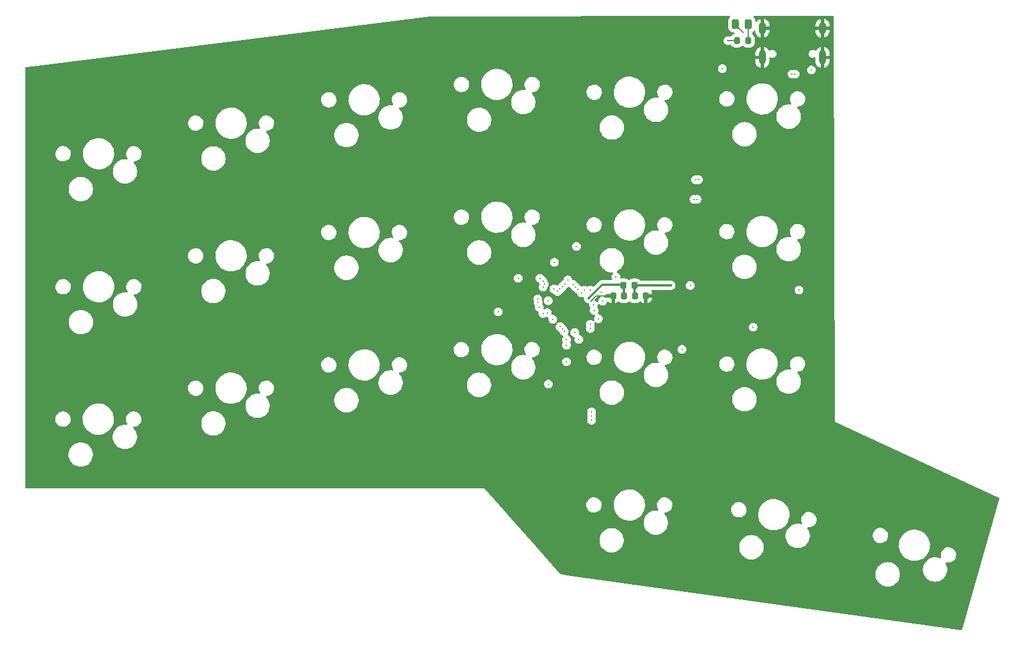
<source format=gbr>
%TF.GenerationSoftware,KiCad,Pcbnew,7.0.6*%
%TF.CreationDate,2023-07-25T14:06:58+01:00*%
%TF.ProjectId,benboard,62656e62-6f61-4726-942e-6b696361645f,rev?*%
%TF.SameCoordinates,Original*%
%TF.FileFunction,Copper,L1,Top*%
%TF.FilePolarity,Positive*%
%FSLAX46Y46*%
G04 Gerber Fmt 4.6, Leading zero omitted, Abs format (unit mm)*
G04 Created by KiCad (PCBNEW 7.0.6) date 2023-07-25 14:06:58*
%MOMM*%
%LPD*%
G01*
G04 APERTURE LIST*
G04 Aperture macros list*
%AMRoundRect*
0 Rectangle with rounded corners*
0 $1 Rounding radius*
0 $2 $3 $4 $5 $6 $7 $8 $9 X,Y pos of 4 corners*
0 Add a 4 corners polygon primitive as box body*
4,1,4,$2,$3,$4,$5,$6,$7,$8,$9,$2,$3,0*
0 Add four circle primitives for the rounded corners*
1,1,$1+$1,$2,$3*
1,1,$1+$1,$4,$5*
1,1,$1+$1,$6,$7*
1,1,$1+$1,$8,$9*
0 Add four rect primitives between the rounded corners*
20,1,$1+$1,$2,$3,$4,$5,0*
20,1,$1+$1,$4,$5,$6,$7,0*
20,1,$1+$1,$6,$7,$8,$9,0*
20,1,$1+$1,$8,$9,$2,$3,0*%
G04 Aperture macros list end*
%TA.AperFunction,SMDPad,CuDef*%
%ADD10RoundRect,0.225000X0.225000X0.250000X-0.225000X0.250000X-0.225000X-0.250000X0.225000X-0.250000X0*%
%TD*%
%TA.AperFunction,SMDPad,CuDef*%
%ADD11RoundRect,0.225000X-0.225000X-0.250000X0.225000X-0.250000X0.225000X0.250000X-0.225000X0.250000X0*%
%TD*%
%TA.AperFunction,SMDPad,CuDef*%
%ADD12RoundRect,0.243750X-0.243750X-0.456250X0.243750X-0.456250X0.243750X0.456250X-0.243750X0.456250X0*%
%TD*%
%TA.AperFunction,SMDPad,CuDef*%
%ADD13RoundRect,0.218750X0.218750X0.256250X-0.218750X0.256250X-0.218750X-0.256250X0.218750X-0.256250X0*%
%TD*%
%TA.AperFunction,SMDPad,CuDef*%
%ADD14RoundRect,0.200000X0.200000X0.275000X-0.200000X0.275000X-0.200000X-0.275000X0.200000X-0.275000X0*%
%TD*%
%TA.AperFunction,ComponentPad*%
%ADD15O,1.000000X1.800000*%
%TD*%
%TA.AperFunction,ComponentPad*%
%ADD16O,1.000000X2.100000*%
%TD*%
%TA.AperFunction,ViaPad*%
%ADD17C,0.250000*%
%TD*%
%TA.AperFunction,Conductor*%
%ADD18C,0.200000*%
%TD*%
%TA.AperFunction,Conductor*%
%ADD19C,0.349355*%
%TD*%
%TA.AperFunction,Conductor*%
%ADD20C,0.250000*%
%TD*%
G04 APERTURE END LIST*
D10*
%TO.P,C21,1*%
%TO.N,Net-(U1-ANT)*%
X148250674Y-83339570D03*
%TO.P,C21,2*%
%TO.N,GND*%
X146700674Y-83339570D03*
%TD*%
D11*
%TO.P,C14,1*%
%TO.N,ANTENNA*%
X149825000Y-83336216D03*
%TO.P,C14,2*%
%TO.N,GND*%
X151375000Y-83336216D03*
%TD*%
D12*
%TO.P,RED1,1,K*%
%TO.N,Net-(RED1-K)*%
X164262500Y-44209486D03*
%TO.P,RED1,2,A*%
%TO.N,Net-(RED1-A)*%
X166137500Y-44209486D03*
%TD*%
D13*
%TO.P,L4,1,1*%
%TO.N,ANTENNA*%
X149787500Y-81800000D03*
%TO.P,L4,2,2*%
%TO.N,Net-(U1-ANT)*%
X148212500Y-81800000D03*
%TD*%
D14*
%TO.P,R3,1*%
%TO.N,Net-(RED1-A)*%
X166127883Y-46591412D03*
%TO.P,R3,2*%
%TO.N,VDDH*%
X164477883Y-46591412D03*
%TD*%
D15*
%TO.P,J1,S1,SHIELD*%
%TO.N,GND*%
X168160000Y-44790000D03*
D16*
X168160000Y-48990000D03*
D15*
X176800000Y-44790000D03*
D16*
X176800000Y-48990000D03*
%TD*%
D17*
%TO.N,VBUS*%
X173400000Y-82471073D03*
X175200000Y-50800000D03*
X162400000Y-50600000D03*
X136070510Y-84929490D03*
X133065051Y-80775619D03*
%TO.N,VDDH*%
X157800000Y-81825000D03*
X158550497Y-66600000D03*
X163200000Y-46600000D03*
X137255457Y-85744543D03*
X158325997Y-69400000D03*
X143400000Y-82471073D03*
%TO.N,Net-(U1-DEC4)*%
X143424500Y-88000000D03*
X141775500Y-89586073D03*
X145043641Y-82824500D03*
X141200000Y-88600000D03*
%TO.N,Net-(U1-DECUSB)*%
X137376922Y-84015730D03*
X136200000Y-80775500D03*
%TO.N,Net-(U1-DEC3)*%
X143874757Y-84586375D03*
X144600000Y-86600000D03*
%TO.N,Net-(U1-DEC5)*%
X142600000Y-82471073D03*
X141424500Y-76200000D03*
%TO.N,VDD_NRF*%
X140200000Y-81000000D03*
X138182233Y-82322614D03*
X136628806Y-85825000D03*
X140000000Y-89600000D03*
X144000000Y-85400000D03*
%TO.N,GND*%
X146000000Y-91000000D03*
X66000000Y-108400000D03*
X141800000Y-72200000D03*
X133775500Y-79249500D03*
X168800000Y-51000000D03*
X181600000Y-124600000D03*
X146000000Y-91000000D03*
X66200000Y-70600000D03*
X176200000Y-51000000D03*
X104400000Y-63000000D03*
X169200000Y-84200000D03*
X143200000Y-116000000D03*
X143508935Y-84089683D03*
X104200000Y-101400000D03*
X129600000Y-80400000D03*
X161400000Y-76600000D03*
X135600000Y-86800000D03*
X130000000Y-82800000D03*
X162400000Y-100400000D03*
X168000000Y-89000000D03*
X172600000Y-45800000D03*
X166600000Y-82600000D03*
X170200000Y-89200000D03*
X161400000Y-62800000D03*
%TO.N,Net-(U1-ANT)*%
X143195055Y-83680495D03*
%TO.N,Net-(U1-XL2{slash}P0.01)*%
X139423078Y-88077924D03*
X140000000Y-92800000D03*
%TO.N,Net-(U1-XL1{slash}P0.00)*%
X140000000Y-90400000D03*
X139689321Y-88440094D03*
%TO.N,D+*%
X172849503Y-51400000D03*
X135878461Y-83766050D03*
%TO.N,D-*%
X135915454Y-84267588D03*
X172400000Y-51400000D03*
%TO.N,Net-(RED1-K)*%
X165400000Y-45400000D03*
X159000000Y-66600000D03*
X158775500Y-69400000D03*
X166813835Y-87819530D03*
%TO.N,SW2*%
X136649213Y-82049500D03*
X138713230Y-82687209D03*
%TO.N,SW3*%
X138027136Y-86683546D03*
X130200000Y-85600000D03*
%TO.N,SW5*%
X136800500Y-81613214D03*
X139066784Y-82333656D03*
%TO.N,SW8*%
X139418553Y-81978862D03*
X136624500Y-81200000D03*
%TO.N,SW11*%
X138268461Y-78468462D03*
X139766030Y-81605845D03*
%TO.N,SW12*%
X137400000Y-96000000D03*
X139072175Y-87736211D03*
%TO.N,SW14*%
X147112135Y-80585035D03*
%TO.N,SW15*%
X156600000Y-91000000D03*
X142166287Y-82877905D03*
%TO.N,SW19*%
X140965661Y-81677325D03*
X143600000Y-101200000D03*
%TO.N,SW20*%
X141319192Y-82030903D03*
X143600000Y-100600000D03*
%TO.N,SW21*%
X141672782Y-82384419D03*
X143600000Y-100000000D03*
%TO.N,Net-(U1-DCC)*%
X145200000Y-84089683D03*
X143424131Y-87411227D03*
%TD*%
D18*
%TO.N,VDDH*%
X163208588Y-46591412D02*
X163200000Y-46600000D01*
X164477883Y-46591412D02*
X163208588Y-46591412D01*
D19*
%TO.N,ANTENNA*%
X149798047Y-81810547D02*
X154989453Y-81810547D01*
X149787500Y-81800000D02*
X149787500Y-83346952D01*
D18*
%TO.N,GND*%
X146766700Y-83339570D02*
X146770054Y-83336216D01*
X144259048Y-83339570D02*
X146766700Y-83339570D01*
D20*
X146700674Y-90299326D02*
X146700674Y-83339570D01*
D18*
X147067446Y-83663784D02*
X147112135Y-83619095D01*
D20*
X146000000Y-91000000D02*
X146700674Y-90299326D01*
D18*
X143508935Y-84089683D02*
X144259048Y-83339570D01*
D19*
%TO.N,Net-(U1-ANT)*%
X145148828Y-81726722D02*
X148139222Y-81726722D01*
X148257189Y-81755311D02*
X148257189Y-83273351D01*
X143195055Y-83680495D02*
X145148828Y-81726722D01*
D18*
%TO.N,Net-(RED1-A)*%
X166137500Y-46512500D02*
X166225000Y-46600000D01*
X166137500Y-44209486D02*
X166137500Y-46512500D01*
%TO.N,Net-(RED1-K)*%
X164262500Y-44209486D02*
X164262500Y-44262500D01*
X164262500Y-44262500D02*
X165400000Y-45400000D01*
%TD*%
%TA.AperFunction,Conductor*%
%TO.N,GND*%
G36*
X144628998Y-83303907D02*
G01*
X144667890Y-83327272D01*
X144685707Y-83343057D01*
X144786492Y-83395953D01*
X144836704Y-83444537D01*
X144852679Y-83512556D01*
X144829344Y-83578413D01*
X144811093Y-83598564D01*
X144728369Y-83671851D01*
X144642080Y-83796862D01*
X144642079Y-83796863D01*
X144588215Y-83938891D01*
X144569906Y-84089683D01*
X144569906Y-84094435D01*
X144550221Y-84161474D01*
X144497417Y-84207229D01*
X144428259Y-84217173D01*
X144364703Y-84188148D01*
X144351813Y-84173759D01*
X144351363Y-84174159D01*
X144346392Y-84168548D01*
X144344104Y-84166521D01*
X144232691Y-84067818D01*
X144098191Y-83997227D01*
X144098190Y-83997226D01*
X144098187Y-83997225D01*
X144091173Y-83994565D01*
X144091703Y-83993165D01*
X144038655Y-83962274D01*
X144006870Y-83900053D01*
X144013771Y-83830525D01*
X144041033Y-83789360D01*
X144497986Y-83332406D01*
X144559307Y-83298923D01*
X144628998Y-83303907D01*
G37*
%TD.AperFunction*%
%TA.AperFunction,Conductor*%
G36*
X178342841Y-43020252D02*
G01*
X178388659Y-43073001D01*
X178399925Y-43124222D01*
X178599494Y-101398572D01*
X178599464Y-101400112D01*
X178599533Y-101400301D01*
X178599683Y-101400449D01*
X178601208Y-101401114D01*
X202103622Y-112355630D01*
X202156069Y-112401793D01*
X202175232Y-112468984D01*
X202170512Y-112501921D01*
X196829127Y-131295683D01*
X196791865Y-131354787D01*
X196728564Y-131384363D01*
X196692793Y-131384604D01*
X140026429Y-123514277D01*
X184407657Y-123514277D01*
X184415978Y-123569478D01*
X184446761Y-123773705D01*
X184446762Y-123773707D01*
X184446763Y-123773713D01*
X184524095Y-124024416D01*
X184637924Y-124260786D01*
X184637925Y-124260787D01*
X184637927Y-124260790D01*
X184637929Y-124260794D01*
X184761666Y-124442282D01*
X184785724Y-124477569D01*
X184964171Y-124669891D01*
X184964175Y-124669894D01*
X184964176Y-124669895D01*
X185169300Y-124833476D01*
X185396514Y-124964658D01*
X185640741Y-125060510D01*
X185896527Y-125118892D01*
X185896533Y-125118892D01*
X185896536Y-125118893D01*
X186092657Y-125133590D01*
X186092663Y-125133590D01*
X186223657Y-125133590D01*
X186419777Y-125118893D01*
X186419779Y-125118892D01*
X186419787Y-125118892D01*
X186675573Y-125060510D01*
X186919800Y-124964658D01*
X187147014Y-124833476D01*
X187352138Y-124669895D01*
X187530590Y-124477569D01*
X187678385Y-124260794D01*
X187792220Y-124024413D01*
X187869553Y-123773705D01*
X187908657Y-123514272D01*
X187908657Y-123251908D01*
X187869553Y-122992475D01*
X187817267Y-122822969D01*
X191211787Y-122822969D01*
X191232081Y-122957605D01*
X191250891Y-123082397D01*
X191250892Y-123082399D01*
X191250893Y-123082405D01*
X191328225Y-123333108D01*
X191442054Y-123569478D01*
X191442055Y-123569479D01*
X191442057Y-123569482D01*
X191442059Y-123569486D01*
X191581293Y-123773705D01*
X191589854Y-123786261D01*
X191768301Y-123978583D01*
X191768305Y-123978586D01*
X191768306Y-123978587D01*
X191973430Y-124142168D01*
X192200644Y-124273350D01*
X192444871Y-124369202D01*
X192700657Y-124427584D01*
X192700663Y-124427584D01*
X192700666Y-124427585D01*
X192896787Y-124442282D01*
X192896793Y-124442282D01*
X193027787Y-124442282D01*
X193223907Y-124427585D01*
X193223909Y-124427584D01*
X193223917Y-124427584D01*
X193479703Y-124369202D01*
X193723930Y-124273350D01*
X193951144Y-124142168D01*
X194156268Y-123978587D01*
X194334720Y-123786261D01*
X194482515Y-123569486D01*
X194596350Y-123333105D01*
X194673683Y-123082397D01*
X194712787Y-122822964D01*
X194712787Y-122560600D01*
X194673683Y-122301167D01*
X194596350Y-122050459D01*
X194499616Y-121849590D01*
X194488265Y-121780650D01*
X194515987Y-121716516D01*
X194573982Y-121677550D01*
X194634802Y-121674031D01*
X194700292Y-121686653D01*
X194778036Y-121701637D01*
X194778037Y-121701637D01*
X194935669Y-121701637D01*
X194935676Y-121701637D01*
X195092597Y-121686653D01*
X195294419Y-121627393D01*
X195481378Y-121531008D01*
X195646718Y-121400984D01*
X195784463Y-121242018D01*
X195889634Y-121059856D01*
X195958430Y-120861083D01*
X195988365Y-120652882D01*
X195978356Y-120442778D01*
X195928766Y-120238366D01*
X195841387Y-120047032D01*
X195813925Y-120008467D01*
X195719381Y-119875697D01*
X195719375Y-119875691D01*
X195567147Y-119730542D01*
X195567145Y-119730540D01*
X195390194Y-119616821D01*
X195390192Y-119616820D01*
X195194929Y-119538647D01*
X195194922Y-119538644D01*
X195194920Y-119538644D01*
X195194917Y-119538643D01*
X195194916Y-119538643D01*
X194988380Y-119498837D01*
X194988379Y-119498837D01*
X194830740Y-119498837D01*
X194673818Y-119513820D01*
X194673819Y-119513821D01*
X194673815Y-119513822D01*
X194471999Y-119573080D01*
X194285039Y-119669465D01*
X194119698Y-119799489D01*
X194119697Y-119799490D01*
X193981957Y-119958451D01*
X193981948Y-119958462D01*
X193876782Y-120140616D01*
X193807987Y-120339385D01*
X193807986Y-120339390D01*
X193807986Y-120339391D01*
X193778051Y-120547592D01*
X193788060Y-120757696D01*
X193814891Y-120868293D01*
X193833092Y-120943320D01*
X193829767Y-121013111D01*
X193789239Y-121070025D01*
X193724374Y-121095993D01*
X193667285Y-121087982D01*
X193479708Y-121014364D01*
X193479703Y-121014362D01*
X193479698Y-121014360D01*
X193479689Y-121014358D01*
X193250765Y-120962108D01*
X193223917Y-120955980D01*
X193223916Y-120955979D01*
X193223912Y-120955979D01*
X193223907Y-120955978D01*
X193027787Y-120941282D01*
X193027781Y-120941282D01*
X192896793Y-120941282D01*
X192896787Y-120941282D01*
X192700666Y-120955978D01*
X192700661Y-120955979D01*
X192444884Y-121014358D01*
X192444865Y-121014364D01*
X192200643Y-121110214D01*
X191973430Y-121241396D01*
X191768301Y-121404980D01*
X191589854Y-121597302D01*
X191442055Y-121814084D01*
X191442054Y-121814085D01*
X191328225Y-122050455D01*
X191250893Y-122301158D01*
X191250892Y-122301163D01*
X191250891Y-122301167D01*
X191236140Y-122399029D01*
X191211787Y-122560594D01*
X191211787Y-122822969D01*
X187817267Y-122822969D01*
X187792220Y-122741767D01*
X187704972Y-122560594D01*
X187678389Y-122505393D01*
X187678388Y-122505392D01*
X187678387Y-122505391D01*
X187678385Y-122505386D01*
X187530590Y-122288611D01*
X187520598Y-122277843D01*
X187352142Y-122096288D01*
X187294669Y-122050455D01*
X187147014Y-121932704D01*
X186919800Y-121801522D01*
X186675573Y-121705670D01*
X186675568Y-121705668D01*
X186675559Y-121705666D01*
X186457975Y-121656004D01*
X186419787Y-121647288D01*
X186419786Y-121647287D01*
X186419782Y-121647287D01*
X186419777Y-121647286D01*
X186223657Y-121632590D01*
X186223651Y-121632590D01*
X186092663Y-121632590D01*
X186092657Y-121632590D01*
X185896536Y-121647286D01*
X185896531Y-121647287D01*
X185640754Y-121705666D01*
X185640735Y-121705672D01*
X185396513Y-121801522D01*
X185169300Y-121932704D01*
X184964171Y-122096288D01*
X184785724Y-122288610D01*
X184637925Y-122505392D01*
X184637924Y-122505393D01*
X184524095Y-122741763D01*
X184446763Y-122992466D01*
X184446762Y-122992471D01*
X184446761Y-122992475D01*
X184433207Y-123082397D01*
X184407657Y-123251902D01*
X184407657Y-123514277D01*
X140026429Y-123514277D01*
X139245582Y-123405826D01*
X139181887Y-123377106D01*
X139169879Y-123365293D01*
X139141328Y-123333108D01*
X134952527Y-118611187D01*
X144744500Y-118611187D01*
X144754652Y-118678534D01*
X144783604Y-118870615D01*
X144783605Y-118870617D01*
X144783606Y-118870623D01*
X144860938Y-119121326D01*
X144974767Y-119357696D01*
X144974768Y-119357697D01*
X144974770Y-119357700D01*
X144974772Y-119357704D01*
X145098135Y-119538644D01*
X145122567Y-119574479D01*
X145301014Y-119766801D01*
X145301018Y-119766804D01*
X145301019Y-119766805D01*
X145506143Y-119930386D01*
X145733357Y-120061568D01*
X145977584Y-120157420D01*
X146233370Y-120215802D01*
X146233376Y-120215802D01*
X146233379Y-120215803D01*
X146429500Y-120230500D01*
X146429506Y-120230500D01*
X146560500Y-120230500D01*
X146756620Y-120215803D01*
X146756622Y-120215802D01*
X146756630Y-120215802D01*
X147012416Y-120157420D01*
X147256643Y-120061568D01*
X147483857Y-119930386D01*
X147688981Y-119766805D01*
X147836099Y-119608249D01*
X164827220Y-119608249D01*
X164845654Y-119730541D01*
X164866324Y-119867677D01*
X164866325Y-119867679D01*
X164866326Y-119867685D01*
X164943658Y-120118388D01*
X165057487Y-120354758D01*
X165057488Y-120354759D01*
X165057490Y-120354762D01*
X165057492Y-120354766D01*
X165117496Y-120442775D01*
X165205287Y-120571541D01*
X165383734Y-120763863D01*
X165383738Y-120763866D01*
X165383739Y-120763867D01*
X165588863Y-120927448D01*
X165816077Y-121058630D01*
X166060304Y-121154482D01*
X166316090Y-121212864D01*
X166316096Y-121212864D01*
X166316099Y-121212865D01*
X166512220Y-121227562D01*
X166512226Y-121227562D01*
X166643220Y-121227562D01*
X166839340Y-121212865D01*
X166839342Y-121212864D01*
X166839350Y-121212864D01*
X167095136Y-121154482D01*
X167339363Y-121058630D01*
X167566577Y-120927448D01*
X167771701Y-120763867D01*
X167950153Y-120571541D01*
X168097948Y-120354766D01*
X168211783Y-120118385D01*
X168289116Y-119867677D01*
X168328220Y-119608244D01*
X168328220Y-119345880D01*
X168289116Y-119086447D01*
X168211783Y-118835739D01*
X168199841Y-118810942D01*
X168097952Y-118599365D01*
X168097951Y-118599364D01*
X168097950Y-118599363D01*
X168097948Y-118599358D01*
X167950153Y-118382583D01*
X167835838Y-118259380D01*
X167771705Y-118190260D01*
X167682306Y-118118967D01*
X167566577Y-118026676D01*
X167480045Y-117976717D01*
X171468922Y-117976717D01*
X171485905Y-118089385D01*
X171508026Y-118236145D01*
X171508027Y-118236147D01*
X171508028Y-118236153D01*
X171585360Y-118486856D01*
X171699189Y-118723226D01*
X171699190Y-118723227D01*
X171699192Y-118723230D01*
X171699194Y-118723234D01*
X171810286Y-118886175D01*
X171846989Y-118940009D01*
X172025436Y-119132331D01*
X172025440Y-119132334D01*
X172025441Y-119132335D01*
X172230565Y-119295916D01*
X172457779Y-119427098D01*
X172702006Y-119522950D01*
X172957792Y-119581332D01*
X172957798Y-119581332D01*
X172957801Y-119581333D01*
X173153922Y-119596030D01*
X173153928Y-119596030D01*
X173284922Y-119596030D01*
X173481042Y-119581333D01*
X173481044Y-119581332D01*
X173481052Y-119581332D01*
X173736838Y-119522950D01*
X173981065Y-119427098D01*
X174208279Y-119295916D01*
X174234299Y-119275166D01*
X187751832Y-119275166D01*
X187781909Y-119574141D01*
X187781910Y-119574148D01*
X187851567Y-119866440D01*
X187851570Y-119866452D01*
X187959565Y-120146852D01*
X187959572Y-120146867D01*
X188103978Y-120410374D01*
X188103982Y-120410380D01*
X188195295Y-120534311D01*
X188282222Y-120652289D01*
X188491120Y-120868288D01*
X188726945Y-121054517D01*
X188985486Y-121207651D01*
X189262132Y-121324959D01*
X189262135Y-121324959D01*
X189262138Y-121324961D01*
X189407038Y-121364652D01*
X189551945Y-121404347D01*
X189849754Y-121444399D01*
X189849759Y-121444399D01*
X190075040Y-121444399D01*
X190238512Y-121433455D01*
X190299818Y-121429351D01*
X190594286Y-121369498D01*
X190878150Y-121270930D01*
X191146342Y-121135406D01*
X191394079Y-120965345D01*
X191616938Y-120763781D01*
X191810942Y-120534311D01*
X191972630Y-120281031D01*
X192099117Y-120008459D01*
X192188145Y-119721461D01*
X192238125Y-119425157D01*
X192248166Y-119124835D01*
X192218088Y-118825854D01*
X192148429Y-118533550D01*
X192040430Y-118253139D01*
X191896020Y-117989624D01*
X191886506Y-117976712D01*
X191794915Y-117852403D01*
X191717776Y-117747709D01*
X191508878Y-117531710D01*
X191508871Y-117531704D01*
X191273054Y-117345482D01*
X191273055Y-117345482D01*
X191273053Y-117345481D01*
X191014512Y-117192347D01*
X190737866Y-117075039D01*
X190737859Y-117075036D01*
X190448058Y-116995652D01*
X190448055Y-116995651D01*
X190448053Y-116995651D01*
X190150244Y-116955599D01*
X189924966Y-116955599D01*
X189924958Y-116955599D01*
X189700182Y-116970646D01*
X189700173Y-116970648D01*
X189405709Y-117030500D01*
X189121846Y-117129068D01*
X189121843Y-117129070D01*
X188853661Y-117264588D01*
X188605917Y-117434654D01*
X188383061Y-117636215D01*
X188189057Y-117865685D01*
X188189055Y-117865687D01*
X188027365Y-118118971D01*
X187918778Y-118352971D01*
X187900881Y-118391539D01*
X187885372Y-118441535D01*
X187811853Y-118678534D01*
X187779453Y-118870617D01*
X187761873Y-118974841D01*
X187756608Y-119132331D01*
X187751832Y-119275166D01*
X174234299Y-119275166D01*
X174413403Y-119132335D01*
X174420369Y-119124828D01*
X174455981Y-119086447D01*
X174591855Y-118940009D01*
X174739650Y-118723234D01*
X174853485Y-118486853D01*
X174930818Y-118236145D01*
X174969922Y-117976712D01*
X174969922Y-117747116D01*
X184011633Y-117747116D01*
X184021642Y-117957220D01*
X184071232Y-118161632D01*
X184115872Y-118259380D01*
X184158610Y-118352965D01*
X184158614Y-118352971D01*
X184280616Y-118524300D01*
X184280621Y-118524305D01*
X184432853Y-118669458D01*
X184609804Y-118783177D01*
X184805078Y-118861354D01*
X184933874Y-118886177D01*
X185011618Y-118901161D01*
X185011619Y-118901161D01*
X185169251Y-118901161D01*
X185169258Y-118901161D01*
X185326179Y-118886177D01*
X185528001Y-118826917D01*
X185714960Y-118730532D01*
X185880300Y-118600508D01*
X186018045Y-118441542D01*
X186123216Y-118259380D01*
X186192012Y-118060607D01*
X186221947Y-117852406D01*
X186211938Y-117642302D01*
X186162348Y-117437890D01*
X186074969Y-117246556D01*
X186074965Y-117246550D01*
X185952963Y-117075221D01*
X185952957Y-117075215D01*
X185800729Y-116930066D01*
X185800727Y-116930064D01*
X185623776Y-116816345D01*
X185623774Y-116816344D01*
X185428511Y-116738171D01*
X185428504Y-116738168D01*
X185428502Y-116738168D01*
X185428499Y-116738167D01*
X185428498Y-116738167D01*
X185221962Y-116698361D01*
X185221961Y-116698361D01*
X185064322Y-116698361D01*
X184907400Y-116713345D01*
X184907401Y-116713345D01*
X184907397Y-116713346D01*
X184705581Y-116772604D01*
X184518621Y-116868989D01*
X184353280Y-116999013D01*
X184353279Y-116999014D01*
X184215539Y-117157975D01*
X184215530Y-117157986D01*
X184110364Y-117340140D01*
X184041569Y-117538909D01*
X184041568Y-117538914D01*
X184041568Y-117538915D01*
X184011633Y-117747116D01*
X174969922Y-117747116D01*
X174969922Y-117714348D01*
X174930818Y-117454915D01*
X174853485Y-117204207D01*
X174776526Y-117044400D01*
X174739654Y-116967833D01*
X174739653Y-116967832D01*
X174739652Y-116967831D01*
X174739650Y-116967826D01*
X174626761Y-116802249D01*
X174605262Y-116735771D01*
X174623116Y-116668221D01*
X174674656Y-116621047D01*
X174729216Y-116608399D01*
X174883023Y-116608399D01*
X174883030Y-116608399D01*
X175039951Y-116593415D01*
X175241773Y-116534155D01*
X175428732Y-116437770D01*
X175594072Y-116307746D01*
X175731817Y-116148780D01*
X175836988Y-115966618D01*
X175905784Y-115767845D01*
X175935719Y-115559644D01*
X175925710Y-115349540D01*
X175876120Y-115145128D01*
X175788741Y-114953794D01*
X175788737Y-114953788D01*
X175666735Y-114782459D01*
X175666729Y-114782453D01*
X175514501Y-114637304D01*
X175514499Y-114637302D01*
X175337548Y-114523583D01*
X175337546Y-114523582D01*
X175142283Y-114445409D01*
X175142276Y-114445406D01*
X175142274Y-114445406D01*
X175142271Y-114445405D01*
X175142270Y-114445405D01*
X174935734Y-114405599D01*
X174935733Y-114405599D01*
X174778094Y-114405599D01*
X174621173Y-114420582D01*
X174621173Y-114420583D01*
X174621169Y-114420584D01*
X174419353Y-114479842D01*
X174232393Y-114576227D01*
X174067052Y-114706251D01*
X174067051Y-114706252D01*
X173929311Y-114865213D01*
X173929302Y-114865224D01*
X173824136Y-115047378D01*
X173755341Y-115246147D01*
X173755340Y-115246152D01*
X173755340Y-115246153D01*
X173725405Y-115454354D01*
X173735414Y-115664458D01*
X173755403Y-115746853D01*
X173785004Y-115868871D01*
X173785006Y-115868875D01*
X173838937Y-115986968D01*
X173848881Y-116056126D01*
X173819856Y-116119682D01*
X173761078Y-116157456D01*
X173698551Y-116159370D01*
X173504562Y-116115094D01*
X173481052Y-116109728D01*
X173481051Y-116109727D01*
X173481047Y-116109727D01*
X173481042Y-116109726D01*
X173284922Y-116095030D01*
X173284916Y-116095030D01*
X173153928Y-116095030D01*
X173153922Y-116095030D01*
X172957801Y-116109726D01*
X172957796Y-116109727D01*
X172702019Y-116168106D01*
X172702000Y-116168112D01*
X172457778Y-116263962D01*
X172230565Y-116395144D01*
X172025436Y-116558728D01*
X171846989Y-116751050D01*
X171699190Y-116967832D01*
X171699189Y-116967833D01*
X171585360Y-117204203D01*
X171508028Y-117454906D01*
X171508027Y-117454911D01*
X171508026Y-117454915D01*
X171496452Y-117531704D01*
X171468922Y-117714342D01*
X171468922Y-117976717D01*
X167480045Y-117976717D01*
X167339363Y-117895494D01*
X167095136Y-117799642D01*
X167095131Y-117799640D01*
X167095122Y-117799638D01*
X166865015Y-117747118D01*
X166839350Y-117741260D01*
X166839349Y-117741259D01*
X166839345Y-117741259D01*
X166839340Y-117741258D01*
X166643220Y-117726562D01*
X166643214Y-117726562D01*
X166512226Y-117726562D01*
X166512220Y-117726562D01*
X166316099Y-117741258D01*
X166316094Y-117741259D01*
X166060317Y-117799638D01*
X166060298Y-117799644D01*
X165816076Y-117895494D01*
X165588863Y-118026676D01*
X165383734Y-118190260D01*
X165205287Y-118382582D01*
X165057488Y-118599364D01*
X165057487Y-118599365D01*
X164943658Y-118835735D01*
X164866326Y-119086438D01*
X164866325Y-119086443D01*
X164866324Y-119086447D01*
X164851573Y-119184309D01*
X164827220Y-119345874D01*
X164827220Y-119608249D01*
X147836099Y-119608249D01*
X147867433Y-119574479D01*
X148015228Y-119357704D01*
X148129063Y-119121323D01*
X148206396Y-118870615D01*
X148245500Y-118611182D01*
X148245500Y-118348818D01*
X148206396Y-118089385D01*
X148129063Y-117838677D01*
X148084970Y-117747116D01*
X148015232Y-117602303D01*
X148015231Y-117602302D01*
X148015230Y-117602301D01*
X148015228Y-117602296D01*
X147867433Y-117385521D01*
X147857441Y-117374753D01*
X147688985Y-117193198D01*
X147541041Y-117075217D01*
X147483857Y-117029614D01*
X147256643Y-116898432D01*
X147012416Y-116802580D01*
X147012411Y-116802578D01*
X147012402Y-116802576D01*
X146786650Y-116751050D01*
X146756630Y-116744198D01*
X146756629Y-116744197D01*
X146756625Y-116744197D01*
X146756620Y-116744196D01*
X146560500Y-116729500D01*
X146560494Y-116729500D01*
X146429506Y-116729500D01*
X146429500Y-116729500D01*
X146233379Y-116744196D01*
X146233374Y-116744197D01*
X145977597Y-116802576D01*
X145977578Y-116802582D01*
X145733356Y-116898432D01*
X145506143Y-117029614D01*
X145301014Y-117193198D01*
X145122567Y-117385520D01*
X144974768Y-117602302D01*
X144974767Y-117602303D01*
X144860938Y-117838673D01*
X144783606Y-118089376D01*
X144783605Y-118089381D01*
X144783604Y-118089385D01*
X144779145Y-118118971D01*
X144744500Y-118348812D01*
X144744500Y-118611187D01*
X134952527Y-118611187D01*
X132699301Y-116071187D01*
X151094500Y-116071187D01*
X151106195Y-116148773D01*
X151133604Y-116330615D01*
X151133605Y-116330617D01*
X151133606Y-116330623D01*
X151210938Y-116581326D01*
X151324767Y-116817696D01*
X151324768Y-116817697D01*
X151324770Y-116817700D01*
X151324772Y-116817704D01*
X151446095Y-116995652D01*
X151472567Y-117034479D01*
X151651014Y-117226801D01*
X151651018Y-117226804D01*
X151651019Y-117226805D01*
X151856143Y-117390386D01*
X152083357Y-117521568D01*
X152327584Y-117617420D01*
X152583370Y-117675802D01*
X152583376Y-117675802D01*
X152583379Y-117675803D01*
X152779500Y-117690500D01*
X152779506Y-117690500D01*
X152910500Y-117690500D01*
X153106620Y-117675803D01*
X153106622Y-117675802D01*
X153106630Y-117675802D01*
X153362416Y-117617420D01*
X153606643Y-117521568D01*
X153833857Y-117390386D01*
X154038981Y-117226805D01*
X154070167Y-117193195D01*
X154078945Y-117183733D01*
X154217433Y-117034479D01*
X154365228Y-116817704D01*
X154365883Y-116816345D01*
X154400627Y-116744197D01*
X154479063Y-116581323D01*
X154556396Y-116330615D01*
X154595500Y-116071182D01*
X154595500Y-115808818D01*
X154556396Y-115549385D01*
X154479063Y-115298677D01*
X154453766Y-115246147D01*
X154365232Y-115062303D01*
X154365231Y-115062302D01*
X154365230Y-115062301D01*
X154365228Y-115062296D01*
X154217433Y-114845521D01*
X154158920Y-114782459D01*
X154090717Y-114708953D01*
X154059549Y-114646421D01*
X154067136Y-114576964D01*
X154111070Y-114522635D01*
X154169824Y-114501174D01*
X154324389Y-114486416D01*
X154526211Y-114427156D01*
X154713170Y-114330771D01*
X154878510Y-114200747D01*
X155016255Y-114041781D01*
X155017077Y-114040358D01*
X163664281Y-114040358D01*
X163664349Y-114041781D01*
X163674290Y-114250460D01*
X163723880Y-114454872D01*
X163768520Y-114552620D01*
X163811258Y-114646205D01*
X163811262Y-114646211D01*
X163933264Y-114817540D01*
X163933269Y-114817545D01*
X164085501Y-114962698D01*
X164262452Y-115076417D01*
X164457726Y-115154594D01*
X164586522Y-115179417D01*
X164664266Y-115194401D01*
X164664267Y-115194401D01*
X164821899Y-115194401D01*
X164821906Y-115194401D01*
X164978827Y-115179417D01*
X165180649Y-115120157D01*
X165367608Y-115023772D01*
X165532948Y-114893748D01*
X165549049Y-114875167D01*
X167551833Y-114875167D01*
X167581910Y-115174142D01*
X167581911Y-115174149D01*
X167651568Y-115466441D01*
X167651571Y-115466453D01*
X167759566Y-115746853D01*
X167759573Y-115746868D01*
X167903979Y-116010375D01*
X167903983Y-116010381D01*
X167995296Y-116134312D01*
X168082223Y-116252290D01*
X168291121Y-116468289D01*
X168526946Y-116654518D01*
X168785487Y-116807652D01*
X169062133Y-116924960D01*
X169062136Y-116924960D01*
X169062139Y-116924962D01*
X169173983Y-116955599D01*
X169351946Y-117004348D01*
X169649755Y-117044400D01*
X169649760Y-117044400D01*
X169875041Y-117044400D01*
X170038513Y-117033456D01*
X170099819Y-117029352D01*
X170394287Y-116969499D01*
X170678151Y-116870931D01*
X170946343Y-116735407D01*
X171194080Y-116565346D01*
X171416939Y-116363782D01*
X171610943Y-116134312D01*
X171772631Y-115881032D01*
X171899118Y-115608460D01*
X171988146Y-115321462D01*
X172038126Y-115025158D01*
X172048167Y-114724836D01*
X172018089Y-114425855D01*
X171948430Y-114133551D01*
X171840431Y-113853140D01*
X171696021Y-113589625D01*
X171672322Y-113557461D01*
X171604702Y-113465686D01*
X171517777Y-113347710D01*
X171308879Y-113131711D01*
X171308872Y-113131705D01*
X171073055Y-112945483D01*
X171073056Y-112945483D01*
X171073054Y-112945482D01*
X170814513Y-112792348D01*
X170557128Y-112683207D01*
X170537860Y-112675037D01*
X170248059Y-112595653D01*
X170248056Y-112595652D01*
X170248054Y-112595652D01*
X169950245Y-112555600D01*
X169724967Y-112555600D01*
X169724959Y-112555600D01*
X169500183Y-112570647D01*
X169500174Y-112570649D01*
X169205710Y-112630501D01*
X168921847Y-112729069D01*
X168921844Y-112729071D01*
X168653662Y-112864589D01*
X168405918Y-113034655D01*
X168183062Y-113236216D01*
X167989058Y-113465686D01*
X167989056Y-113465688D01*
X167827366Y-113718972D01*
X167718672Y-113953203D01*
X167700882Y-113991540D01*
X167677645Y-114066449D01*
X167611854Y-114278535D01*
X167576250Y-114489614D01*
X167561874Y-114574842D01*
X167553760Y-114817545D01*
X167551833Y-114875167D01*
X165549049Y-114875167D01*
X165670693Y-114734782D01*
X165775864Y-114552620D01*
X165844660Y-114353847D01*
X165874595Y-114145646D01*
X165864586Y-113935542D01*
X165814996Y-113731130D01*
X165727617Y-113539796D01*
X165681593Y-113475164D01*
X165605611Y-113368461D01*
X165605605Y-113368455D01*
X165453377Y-113223306D01*
X165453375Y-113223304D01*
X165276424Y-113109585D01*
X165276422Y-113109584D01*
X165081159Y-113031411D01*
X165081152Y-113031408D01*
X165081150Y-113031408D01*
X165081147Y-113031407D01*
X165081146Y-113031407D01*
X164874610Y-112991601D01*
X164874609Y-112991601D01*
X164716970Y-112991601D01*
X164560048Y-113006585D01*
X164560049Y-113006585D01*
X164560045Y-113006586D01*
X164358229Y-113065844D01*
X164171269Y-113162229D01*
X164005928Y-113292253D01*
X164005927Y-113292254D01*
X163868187Y-113451215D01*
X163868178Y-113451226D01*
X163763012Y-113633380D01*
X163694217Y-113832149D01*
X163694216Y-113832154D01*
X163694216Y-113832155D01*
X163681376Y-113921462D01*
X163664281Y-114040358D01*
X155017077Y-114040358D01*
X155121426Y-113859619D01*
X155190222Y-113660846D01*
X155220157Y-113452645D01*
X155210148Y-113242541D01*
X155160558Y-113038129D01*
X155073179Y-112846795D01*
X155073175Y-112846789D01*
X154951173Y-112675460D01*
X154951167Y-112675454D01*
X154798939Y-112530305D01*
X154798937Y-112530303D01*
X154621986Y-112416584D01*
X154621984Y-112416583D01*
X154426721Y-112338410D01*
X154426714Y-112338407D01*
X154426712Y-112338407D01*
X154426709Y-112338406D01*
X154426708Y-112338406D01*
X154220172Y-112298600D01*
X154220171Y-112298600D01*
X154062532Y-112298600D01*
X153905610Y-112313584D01*
X153905611Y-112313584D01*
X153905607Y-112313585D01*
X153703791Y-112372843D01*
X153516831Y-112469228D01*
X153351490Y-112599252D01*
X153351489Y-112599253D01*
X153213749Y-112758214D01*
X153213740Y-112758225D01*
X153108574Y-112940379D01*
X153039779Y-113139148D01*
X153039778Y-113139153D01*
X153039778Y-113139154D01*
X153009843Y-113347355D01*
X153019852Y-113557459D01*
X153069442Y-113761871D01*
X153148753Y-113935539D01*
X153156820Y-113953203D01*
X153195117Y-114006984D01*
X153217969Y-114073011D01*
X153201496Y-114140912D01*
X153150929Y-114189127D01*
X153084843Y-114202564D01*
X152910500Y-114189500D01*
X152910494Y-114189500D01*
X152779506Y-114189500D01*
X152779500Y-114189500D01*
X152583379Y-114204196D01*
X152583374Y-114204197D01*
X152327597Y-114262576D01*
X152327578Y-114262582D01*
X152083356Y-114358432D01*
X151856143Y-114489614D01*
X151651014Y-114653198D01*
X151472567Y-114845520D01*
X151324768Y-115062302D01*
X151324767Y-115062303D01*
X151210938Y-115298673D01*
X151133606Y-115549376D01*
X151133605Y-115549381D01*
X151133604Y-115549385D01*
X151121551Y-115629350D01*
X151094500Y-115808812D01*
X151094500Y-116071187D01*
X132699301Y-116071187D01*
X130282999Y-113347355D01*
X142849843Y-113347355D01*
X142859852Y-113557459D01*
X142909442Y-113761871D01*
X142941537Y-113832149D01*
X142996820Y-113953204D01*
X142996824Y-113953210D01*
X143118826Y-114124539D01*
X143118831Y-114124544D01*
X143271063Y-114269697D01*
X143448014Y-114383416D01*
X143643288Y-114461593D01*
X143772084Y-114486416D01*
X143849828Y-114501400D01*
X143849829Y-114501400D01*
X144007461Y-114501400D01*
X144007468Y-114501400D01*
X144164389Y-114486416D01*
X144366211Y-114427156D01*
X144553170Y-114330771D01*
X144718510Y-114200747D01*
X144856255Y-114041781D01*
X144961426Y-113859619D01*
X145030222Y-113660846D01*
X145056919Y-113475167D01*
X146786833Y-113475167D01*
X146816910Y-113774142D01*
X146816911Y-113774149D01*
X146886568Y-114066441D01*
X146886571Y-114066453D01*
X146994566Y-114346853D01*
X146994573Y-114346868D01*
X147138979Y-114610375D01*
X147138983Y-114610381D01*
X147257808Y-114771651D01*
X147317223Y-114852290D01*
X147505899Y-115047380D01*
X147526120Y-115068288D01*
X147526127Y-115068294D01*
X147591802Y-115120157D01*
X147761946Y-115254518D01*
X148020487Y-115407652D01*
X148297133Y-115524960D01*
X148297136Y-115524960D01*
X148297139Y-115524962D01*
X148423739Y-115559641D01*
X148586946Y-115604348D01*
X148884755Y-115644400D01*
X148884760Y-115644400D01*
X149110041Y-115644400D01*
X149273513Y-115633456D01*
X149334819Y-115629352D01*
X149629287Y-115569499D01*
X149913151Y-115470931D01*
X150181343Y-115335407D01*
X150429080Y-115165346D01*
X150651939Y-114963782D01*
X150845943Y-114734312D01*
X151007631Y-114481032D01*
X151134118Y-114208460D01*
X151223146Y-113921462D01*
X151273126Y-113625158D01*
X151283167Y-113324836D01*
X151253089Y-113025855D01*
X151183430Y-112733551D01*
X151075431Y-112453140D01*
X150931021Y-112189625D01*
X150752777Y-111947710D01*
X150543879Y-111731711D01*
X150543872Y-111731705D01*
X150308055Y-111545483D01*
X150308056Y-111545483D01*
X150308054Y-111545482D01*
X150049513Y-111392348D01*
X149772867Y-111275040D01*
X149772860Y-111275037D01*
X149483059Y-111195653D01*
X149483056Y-111195652D01*
X149483054Y-111195652D01*
X149185245Y-111155600D01*
X148959967Y-111155600D01*
X148959959Y-111155600D01*
X148735183Y-111170647D01*
X148735174Y-111170649D01*
X148440710Y-111230501D01*
X148156847Y-111329069D01*
X148156844Y-111329071D01*
X147888662Y-111464589D01*
X147640918Y-111634655D01*
X147418062Y-111836216D01*
X147224058Y-112065686D01*
X147224056Y-112065688D01*
X147062366Y-112318972D01*
X146964298Y-112530305D01*
X146935882Y-112591540D01*
X146923796Y-112630501D01*
X146846854Y-112878535D01*
X146807881Y-113109585D01*
X146796874Y-113174842D01*
X146792949Y-113292253D01*
X146786833Y-113475167D01*
X145056919Y-113475167D01*
X145060157Y-113452645D01*
X145050148Y-113242541D01*
X145000558Y-113038129D01*
X144913179Y-112846795D01*
X144913175Y-112846789D01*
X144791173Y-112675460D01*
X144791167Y-112675454D01*
X144638939Y-112530305D01*
X144638937Y-112530303D01*
X144461986Y-112416584D01*
X144461984Y-112416583D01*
X144266721Y-112338410D01*
X144266714Y-112338407D01*
X144266712Y-112338407D01*
X144266709Y-112338406D01*
X144266708Y-112338406D01*
X144060172Y-112298600D01*
X144060171Y-112298600D01*
X143902532Y-112298600D01*
X143745610Y-112313584D01*
X143745611Y-112313584D01*
X143745607Y-112313585D01*
X143543791Y-112372843D01*
X143356831Y-112469228D01*
X143191490Y-112599252D01*
X143191489Y-112599253D01*
X143053749Y-112758214D01*
X143053740Y-112758225D01*
X142948574Y-112940379D01*
X142879779Y-113139148D01*
X142879778Y-113139153D01*
X142879778Y-113139154D01*
X142849843Y-113347355D01*
X130282999Y-113347355D01*
X128214455Y-111015542D01*
X128211511Y-111010812D01*
X128200383Y-110999617D01*
X128200382Y-110999616D01*
X128200291Y-110999525D01*
X128200162Y-110999467D01*
X128200032Y-110999459D01*
X128200031Y-110999459D01*
X128184606Y-110998551D01*
X128178986Y-110999500D01*
X62324500Y-110999500D01*
X62257461Y-110979815D01*
X62211706Y-110927011D01*
X62200500Y-110875500D01*
X62200500Y-106271187D01*
X68429500Y-106271187D01*
X68449794Y-106405823D01*
X68468604Y-106530615D01*
X68468605Y-106530617D01*
X68468606Y-106530623D01*
X68545938Y-106781326D01*
X68659767Y-107017696D01*
X68659768Y-107017697D01*
X68659770Y-107017700D01*
X68659772Y-107017704D01*
X68807567Y-107234478D01*
X68807567Y-107234479D01*
X68986014Y-107426801D01*
X68986018Y-107426804D01*
X68986019Y-107426805D01*
X69191143Y-107590386D01*
X69418357Y-107721568D01*
X69662584Y-107817420D01*
X69918370Y-107875802D01*
X69918376Y-107875802D01*
X69918379Y-107875803D01*
X70114500Y-107890500D01*
X70114506Y-107890500D01*
X70245500Y-107890500D01*
X70441620Y-107875803D01*
X70441622Y-107875802D01*
X70441630Y-107875802D01*
X70697416Y-107817420D01*
X70941643Y-107721568D01*
X71168857Y-107590386D01*
X71373981Y-107426805D01*
X71552433Y-107234479D01*
X71700228Y-107017704D01*
X71814063Y-106781323D01*
X71891396Y-106530615D01*
X71930500Y-106271182D01*
X71930500Y-106008818D01*
X71891396Y-105749385D01*
X71814063Y-105498677D01*
X71707513Y-105277423D01*
X71700232Y-105262303D01*
X71700231Y-105262302D01*
X71700230Y-105262301D01*
X71700228Y-105262296D01*
X71552433Y-105045521D01*
X71542441Y-105034753D01*
X71373985Y-104853198D01*
X71334533Y-104821736D01*
X71168857Y-104689614D01*
X70941643Y-104558432D01*
X70697416Y-104462580D01*
X70697411Y-104462578D01*
X70697402Y-104462576D01*
X70479818Y-104412914D01*
X70441630Y-104404198D01*
X70441629Y-104404197D01*
X70441625Y-104404197D01*
X70441620Y-104404196D01*
X70245500Y-104389500D01*
X70245494Y-104389500D01*
X70114506Y-104389500D01*
X70114500Y-104389500D01*
X69918379Y-104404196D01*
X69918374Y-104404197D01*
X69662597Y-104462576D01*
X69662578Y-104462582D01*
X69418356Y-104558432D01*
X69191143Y-104689614D01*
X68986014Y-104853198D01*
X68807567Y-105045520D01*
X68659768Y-105262302D01*
X68659767Y-105262303D01*
X68545938Y-105498673D01*
X68468606Y-105749376D01*
X68468605Y-105749381D01*
X68468604Y-105749385D01*
X68453853Y-105847247D01*
X68429500Y-106008812D01*
X68429500Y-106271187D01*
X62200500Y-106271187D01*
X62200500Y-103731187D01*
X74779500Y-103731187D01*
X74799794Y-103865823D01*
X74818604Y-103990615D01*
X74818605Y-103990617D01*
X74818606Y-103990623D01*
X74895938Y-104241326D01*
X75009767Y-104477696D01*
X75009768Y-104477697D01*
X75009770Y-104477700D01*
X75009772Y-104477704D01*
X75064812Y-104558432D01*
X75157567Y-104694479D01*
X75336014Y-104886801D01*
X75336018Y-104886804D01*
X75336019Y-104886805D01*
X75541143Y-105050386D01*
X75768357Y-105181568D01*
X76012584Y-105277420D01*
X76268370Y-105335802D01*
X76268376Y-105335802D01*
X76268379Y-105335803D01*
X76464500Y-105350500D01*
X76464506Y-105350500D01*
X76595500Y-105350500D01*
X76791620Y-105335803D01*
X76791622Y-105335802D01*
X76791630Y-105335802D01*
X77047416Y-105277420D01*
X77291643Y-105181568D01*
X77518857Y-105050386D01*
X77723981Y-104886805D01*
X77755167Y-104853195D01*
X77763945Y-104843733D01*
X77902433Y-104694479D01*
X78050228Y-104477704D01*
X78164063Y-104241323D01*
X78241396Y-103990615D01*
X78280500Y-103731182D01*
X78280500Y-103468818D01*
X78241396Y-103209385D01*
X78164063Y-102958677D01*
X78142796Y-102914516D01*
X78050232Y-102722303D01*
X78050231Y-102722302D01*
X78050230Y-102722301D01*
X78050228Y-102722296D01*
X77902433Y-102505521D01*
X77875465Y-102476457D01*
X77775717Y-102368953D01*
X77744549Y-102306421D01*
X77752136Y-102236964D01*
X77796070Y-102182635D01*
X77854824Y-102161174D01*
X78009389Y-102146416D01*
X78211211Y-102087156D01*
X78398170Y-101990771D01*
X78563510Y-101860747D01*
X78606454Y-101811187D01*
X87509500Y-101811187D01*
X87526290Y-101922576D01*
X87548604Y-102070615D01*
X87548605Y-102070617D01*
X87548606Y-102070623D01*
X87625938Y-102321326D01*
X87739767Y-102557696D01*
X87739768Y-102557697D01*
X87739770Y-102557700D01*
X87739772Y-102557704D01*
X87856075Y-102728289D01*
X87887567Y-102774479D01*
X88066014Y-102966801D01*
X88066018Y-102966804D01*
X88066019Y-102966805D01*
X88271143Y-103130386D01*
X88498357Y-103261568D01*
X88742584Y-103357420D01*
X88998370Y-103415802D01*
X88998376Y-103415802D01*
X88998379Y-103415803D01*
X89194500Y-103430500D01*
X89194506Y-103430500D01*
X89325500Y-103430500D01*
X89521620Y-103415803D01*
X89521622Y-103415802D01*
X89521630Y-103415802D01*
X89777416Y-103357420D01*
X90021643Y-103261568D01*
X90248857Y-103130386D01*
X90453981Y-102966805D01*
X90461527Y-102958673D01*
X90585237Y-102825344D01*
X90632433Y-102774479D01*
X90780228Y-102557704D01*
X90894063Y-102321323D01*
X90971396Y-102070615D01*
X91010500Y-101811182D01*
X91010500Y-101548818D01*
X90971396Y-101289385D01*
X90943824Y-101200000D01*
X142969906Y-101200000D01*
X142988215Y-101350791D01*
X143042079Y-101492819D01*
X143128368Y-101617830D01*
X143242066Y-101718557D01*
X143376566Y-101789148D01*
X143424294Y-101800912D01*
X143524050Y-101825500D01*
X143524051Y-101825500D01*
X143675950Y-101825500D01*
X143734039Y-101811182D01*
X143823434Y-101789148D01*
X143957934Y-101718557D01*
X144071632Y-101617830D01*
X144157921Y-101492819D01*
X144211785Y-101350791D01*
X144230094Y-101200000D01*
X144211785Y-101049209D01*
X144171872Y-100943968D01*
X144166506Y-100874309D01*
X144171869Y-100856039D01*
X144211785Y-100750791D01*
X144230094Y-100600000D01*
X144211785Y-100449209D01*
X144171872Y-100343969D01*
X144166506Y-100274307D01*
X144171868Y-100256042D01*
X144211785Y-100150791D01*
X144230094Y-100000000D01*
X144211785Y-99849209D01*
X144157921Y-99707181D01*
X144071632Y-99582170D01*
X143957934Y-99481443D01*
X143823434Y-99410852D01*
X143823433Y-99410851D01*
X143823432Y-99410851D01*
X143675950Y-99374500D01*
X143675949Y-99374500D01*
X143524051Y-99374500D01*
X143524050Y-99374500D01*
X143376567Y-99410851D01*
X143242067Y-99481442D01*
X143128367Y-99582171D01*
X143042080Y-99707179D01*
X143042079Y-99707180D01*
X142988215Y-99849208D01*
X142969906Y-100000000D01*
X142988215Y-100150791D01*
X143028126Y-100256029D01*
X143033493Y-100325692D01*
X143028126Y-100343971D01*
X142988215Y-100449208D01*
X142988215Y-100449209D01*
X142969906Y-100600000D01*
X142980331Y-100685857D01*
X142988215Y-100750791D01*
X143028126Y-100856028D01*
X143033493Y-100925691D01*
X143028126Y-100943969D01*
X142988215Y-101049205D01*
X142988215Y-101049207D01*
X142977778Y-101135164D01*
X142969906Y-101200000D01*
X90943824Y-101200000D01*
X90894063Y-101038677D01*
X90830738Y-100907181D01*
X90780232Y-100802303D01*
X90780231Y-100802302D01*
X90780230Y-100802301D01*
X90780228Y-100802296D01*
X90632433Y-100585521D01*
X90588839Y-100538538D01*
X90453985Y-100393198D01*
X90392255Y-100343970D01*
X90248857Y-100229614D01*
X90021643Y-100098432D01*
X89777416Y-100002580D01*
X89777411Y-100002578D01*
X89777402Y-100002576D01*
X89524473Y-99944847D01*
X89521630Y-99944198D01*
X89521629Y-99944197D01*
X89521625Y-99944197D01*
X89521620Y-99944196D01*
X89325500Y-99929500D01*
X89325494Y-99929500D01*
X89194506Y-99929500D01*
X89194500Y-99929500D01*
X88998379Y-99944196D01*
X88998374Y-99944197D01*
X88742597Y-100002576D01*
X88742578Y-100002582D01*
X88498356Y-100098432D01*
X88271143Y-100229614D01*
X88066014Y-100393198D01*
X87887567Y-100585520D01*
X87739768Y-100802302D01*
X87739767Y-100802303D01*
X87625938Y-101038673D01*
X87548606Y-101289376D01*
X87548605Y-101289381D01*
X87548604Y-101289385D01*
X87533853Y-101387247D01*
X87509500Y-101548812D01*
X87509500Y-101811187D01*
X78606454Y-101811187D01*
X78701255Y-101701781D01*
X78806426Y-101519619D01*
X78875222Y-101320846D01*
X78905157Y-101112645D01*
X78895148Y-100902541D01*
X78845558Y-100698129D01*
X78758179Y-100506795D01*
X78758175Y-100506789D01*
X78636173Y-100335460D01*
X78636167Y-100335454D01*
X78483939Y-100190305D01*
X78483937Y-100190303D01*
X78306986Y-100076584D01*
X78306984Y-100076583D01*
X78111721Y-99998410D01*
X78111714Y-99998407D01*
X78111712Y-99998407D01*
X78111709Y-99998406D01*
X78111708Y-99998406D01*
X77905172Y-99958600D01*
X77905171Y-99958600D01*
X77747532Y-99958600D01*
X77590610Y-99973584D01*
X77590611Y-99973584D01*
X77590607Y-99973585D01*
X77388791Y-100032843D01*
X77201831Y-100129228D01*
X77036490Y-100259252D01*
X77036489Y-100259253D01*
X76898749Y-100418214D01*
X76898740Y-100418225D01*
X76793574Y-100600379D01*
X76724779Y-100799148D01*
X76724778Y-100799153D01*
X76724778Y-100799154D01*
X76694843Y-101007355D01*
X76704852Y-101217459D01*
X76754442Y-101421871D01*
X76841821Y-101613205D01*
X76880117Y-101666984D01*
X76902969Y-101733011D01*
X76886496Y-101800912D01*
X76835929Y-101849127D01*
X76769843Y-101862564D01*
X76595500Y-101849500D01*
X76595494Y-101849500D01*
X76464506Y-101849500D01*
X76464500Y-101849500D01*
X76268379Y-101864196D01*
X76268374Y-101864197D01*
X76012597Y-101922576D01*
X76012578Y-101922582D01*
X75768356Y-102018432D01*
X75541143Y-102149614D01*
X75336014Y-102313198D01*
X75157567Y-102505520D01*
X75009768Y-102722302D01*
X75009767Y-102722303D01*
X74895938Y-102958673D01*
X74818606Y-103209376D01*
X74818605Y-103209381D01*
X74818604Y-103209385D01*
X74806551Y-103289350D01*
X74779500Y-103468812D01*
X74779500Y-103731187D01*
X62200500Y-103731187D01*
X62200500Y-101007355D01*
X66534843Y-101007355D01*
X66544852Y-101217459D01*
X66594442Y-101421871D01*
X66639082Y-101519619D01*
X66681820Y-101613204D01*
X66681824Y-101613210D01*
X66803826Y-101784539D01*
X66803832Y-101784545D01*
X66820997Y-101800912D01*
X66956063Y-101929697D01*
X67133014Y-102043416D01*
X67328288Y-102121593D01*
X67457084Y-102146416D01*
X67534828Y-102161400D01*
X67534829Y-102161400D01*
X67692461Y-102161400D01*
X67692468Y-102161400D01*
X67849389Y-102146416D01*
X68051211Y-102087156D01*
X68238170Y-101990771D01*
X68403510Y-101860747D01*
X68541255Y-101701781D01*
X68646426Y-101519619D01*
X68715222Y-101320846D01*
X68741919Y-101135167D01*
X70471833Y-101135167D01*
X70501910Y-101434142D01*
X70501911Y-101434149D01*
X70571568Y-101726441D01*
X70571571Y-101726453D01*
X70679566Y-102006853D01*
X70679573Y-102006868D01*
X70823979Y-102270375D01*
X70823983Y-102270381D01*
X70915296Y-102394312D01*
X71002223Y-102512290D01*
X71211121Y-102728289D01*
X71446946Y-102914518D01*
X71705487Y-103067652D01*
X71982133Y-103184960D01*
X71982136Y-103184960D01*
X71982139Y-103184962D01*
X72127039Y-103224653D01*
X72271946Y-103264348D01*
X72569755Y-103304400D01*
X72569760Y-103304400D01*
X72795041Y-103304400D01*
X72958513Y-103293456D01*
X73019819Y-103289352D01*
X73314287Y-103229499D01*
X73598151Y-103130931D01*
X73866343Y-102995407D01*
X74114080Y-102825346D01*
X74336939Y-102623782D01*
X74530943Y-102394312D01*
X74692631Y-102141032D01*
X74819118Y-101868460D01*
X74908146Y-101581462D01*
X74958126Y-101285158D01*
X74968167Y-100984836D01*
X74938089Y-100685855D01*
X74868430Y-100393551D01*
X74760431Y-100113140D01*
X74616021Y-99849625D01*
X74615714Y-99849209D01*
X74524702Y-99725686D01*
X74437777Y-99607710D01*
X74228879Y-99391711D01*
X74228872Y-99391705D01*
X74076257Y-99271187D01*
X93859500Y-99271187D01*
X93875073Y-99374500D01*
X93898604Y-99530615D01*
X93898605Y-99530617D01*
X93898606Y-99530623D01*
X93975938Y-99781326D01*
X94089767Y-100017696D01*
X94089768Y-100017697D01*
X94089770Y-100017700D01*
X94089772Y-100017704D01*
X94207448Y-100190303D01*
X94237567Y-100234479D01*
X94416014Y-100426801D01*
X94416018Y-100426804D01*
X94416019Y-100426805D01*
X94621143Y-100590386D01*
X94848357Y-100721568D01*
X95092584Y-100817420D01*
X95348370Y-100875802D01*
X95348376Y-100875802D01*
X95348379Y-100875803D01*
X95544500Y-100890500D01*
X95544506Y-100890500D01*
X95675500Y-100890500D01*
X95871620Y-100875803D01*
X95871622Y-100875802D01*
X95871630Y-100875802D01*
X96127416Y-100817420D01*
X96371643Y-100721568D01*
X96598857Y-100590386D01*
X96803981Y-100426805D01*
X96835167Y-100393195D01*
X96843945Y-100383733D01*
X96982433Y-100234479D01*
X97130228Y-100017704D01*
X97139520Y-99998410D01*
X97165627Y-99944197D01*
X97244063Y-99781323D01*
X97321396Y-99530615D01*
X97360500Y-99271182D01*
X97360500Y-99008818D01*
X97321396Y-98749385D01*
X97244063Y-98498677D01*
X97222926Y-98454785D01*
X106628099Y-98454785D01*
X106640252Y-98535407D01*
X106667203Y-98714213D01*
X106667204Y-98714215D01*
X106667205Y-98714221D01*
X106744537Y-98964924D01*
X106858366Y-99201294D01*
X106858367Y-99201295D01*
X106858369Y-99201298D01*
X106858371Y-99201302D01*
X106976456Y-99374500D01*
X107006166Y-99418077D01*
X107184613Y-99610399D01*
X107184617Y-99610402D01*
X107184618Y-99610403D01*
X107389742Y-99773984D01*
X107616956Y-99905166D01*
X107861183Y-100001018D01*
X107861195Y-100001020D01*
X107861196Y-100001021D01*
X107868035Y-100002582D01*
X108116969Y-100059400D01*
X108116975Y-100059400D01*
X108116978Y-100059401D01*
X108313099Y-100074098D01*
X108313105Y-100074098D01*
X108444099Y-100074098D01*
X108640219Y-100059401D01*
X108640221Y-100059400D01*
X108640229Y-100059400D01*
X108896015Y-100001018D01*
X109140242Y-99905166D01*
X109367456Y-99773984D01*
X109572580Y-99610403D01*
X109598776Y-99582171D01*
X109646612Y-99530615D01*
X109751032Y-99418077D01*
X109898827Y-99201302D01*
X110012662Y-98964921D01*
X110089995Y-98714213D01*
X110129099Y-98454780D01*
X110129099Y-98192416D01*
X110089995Y-97932983D01*
X110012662Y-97682275D01*
X109959279Y-97571423D01*
X109898831Y-97445901D01*
X109898830Y-97445900D01*
X109898829Y-97445899D01*
X109898827Y-97445894D01*
X109751032Y-97229119D01*
X109680599Y-97153210D01*
X109572584Y-97036796D01*
X109524857Y-96998735D01*
X109367456Y-96873212D01*
X109140242Y-96742030D01*
X108896015Y-96646178D01*
X108896010Y-96646176D01*
X108896001Y-96646174D01*
X108678417Y-96596512D01*
X108640229Y-96587796D01*
X108640228Y-96587795D01*
X108640224Y-96587795D01*
X108640219Y-96587794D01*
X108444099Y-96573098D01*
X108444093Y-96573098D01*
X108313105Y-96573098D01*
X108313099Y-96573098D01*
X108116978Y-96587794D01*
X108116973Y-96587795D01*
X107861196Y-96646174D01*
X107861177Y-96646180D01*
X107616955Y-96742030D01*
X107389742Y-96873212D01*
X107184613Y-97036796D01*
X107006166Y-97229118D01*
X106858367Y-97445900D01*
X106858366Y-97445901D01*
X106744537Y-97682271D01*
X106667205Y-97932974D01*
X106667204Y-97932979D01*
X106667203Y-97932983D01*
X106667003Y-97934311D01*
X106628099Y-98192410D01*
X106628099Y-98454785D01*
X97222926Y-98454785D01*
X97222796Y-98454516D01*
X97130232Y-98262303D01*
X97130231Y-98262302D01*
X97130230Y-98262301D01*
X97130228Y-98262296D01*
X96982433Y-98045521D01*
X96955465Y-98016457D01*
X96855717Y-97908953D01*
X96824549Y-97846421D01*
X96832136Y-97776964D01*
X96876070Y-97722635D01*
X96934824Y-97701174D01*
X97089389Y-97686416D01*
X97291211Y-97627156D01*
X97478170Y-97530771D01*
X97643510Y-97400747D01*
X97781255Y-97241781D01*
X97886426Y-97059619D01*
X97955222Y-96860846D01*
X97985157Y-96652645D01*
X97975148Y-96442541D01*
X97925558Y-96238129D01*
X97838179Y-96046795D01*
X97838175Y-96046789D01*
X97744176Y-95914785D01*
X112978099Y-95914785D01*
X112989414Y-95989850D01*
X113017203Y-96174213D01*
X113017204Y-96174215D01*
X113017205Y-96174221D01*
X113094537Y-96424924D01*
X113208366Y-96661294D01*
X113208367Y-96661295D01*
X113208369Y-96661298D01*
X113208371Y-96661302D01*
X113352849Y-96873212D01*
X113356166Y-96878077D01*
X113534613Y-97070399D01*
X113534617Y-97070402D01*
X113534618Y-97070403D01*
X113739742Y-97233984D01*
X113966956Y-97365166D01*
X114211183Y-97461018D01*
X114211195Y-97461020D01*
X114211196Y-97461021D01*
X114218035Y-97462582D01*
X114466969Y-97519400D01*
X114466975Y-97519400D01*
X114466978Y-97519401D01*
X114663099Y-97534098D01*
X114663105Y-97534098D01*
X114794099Y-97534098D01*
X114990219Y-97519401D01*
X114990221Y-97519400D01*
X114990229Y-97519400D01*
X115246015Y-97461018D01*
X115490242Y-97365166D01*
X115717456Y-97233984D01*
X115922580Y-97070403D01*
X115953766Y-97036793D01*
X115962544Y-97027331D01*
X116101032Y-96878077D01*
X116248827Y-96661302D01*
X116252998Y-96652642D01*
X116282919Y-96590509D01*
X116362662Y-96424921D01*
X116415932Y-96252225D01*
X125694084Y-96252225D01*
X125709445Y-96354132D01*
X125733188Y-96511653D01*
X125733189Y-96511655D01*
X125733190Y-96511661D01*
X125810522Y-96762364D01*
X125924351Y-96998734D01*
X125924352Y-96998735D01*
X125924354Y-96998738D01*
X125924356Y-96998742D01*
X126029671Y-97153210D01*
X126072151Y-97215517D01*
X126250598Y-97407839D01*
X126250602Y-97407842D01*
X126250603Y-97407843D01*
X126455727Y-97571424D01*
X126682941Y-97702606D01*
X126927168Y-97798458D01*
X127182954Y-97856840D01*
X127182960Y-97856840D01*
X127182963Y-97856841D01*
X127379084Y-97871538D01*
X127379090Y-97871538D01*
X127510084Y-97871538D01*
X127706204Y-97856841D01*
X127706206Y-97856840D01*
X127706214Y-97856840D01*
X127962000Y-97798458D01*
X128206227Y-97702606D01*
X128433441Y-97571424D01*
X128638565Y-97407843D01*
X128680152Y-97363023D01*
X144767231Y-97363023D01*
X144787525Y-97497659D01*
X144806335Y-97622451D01*
X144806336Y-97622453D01*
X144806337Y-97622459D01*
X144883669Y-97873162D01*
X144997498Y-98109532D01*
X144997499Y-98109533D01*
X144997501Y-98109536D01*
X144997503Y-98109540D01*
X145105740Y-98268294D01*
X145145298Y-98326315D01*
X145323745Y-98518637D01*
X145323749Y-98518640D01*
X145323750Y-98518641D01*
X145528874Y-98682222D01*
X145756088Y-98813404D01*
X146000315Y-98909256D01*
X146256101Y-98967638D01*
X146256107Y-98967638D01*
X146256110Y-98967639D01*
X146452231Y-98982336D01*
X146452237Y-98982336D01*
X146583231Y-98982336D01*
X146779351Y-98967639D01*
X146779353Y-98967638D01*
X146779361Y-98967638D01*
X147035147Y-98909256D01*
X147279374Y-98813404D01*
X147506588Y-98682222D01*
X147711712Y-98518641D01*
X147890164Y-98326315D01*
X147890696Y-98325534D01*
X163826330Y-98325534D01*
X163845772Y-98454516D01*
X163865434Y-98584962D01*
X163865435Y-98584964D01*
X163865436Y-98584970D01*
X163942768Y-98835673D01*
X164056597Y-99072043D01*
X164056598Y-99072044D01*
X164056600Y-99072047D01*
X164056602Y-99072051D01*
X164192371Y-99271187D01*
X164204397Y-99288826D01*
X164382844Y-99481148D01*
X164382848Y-99481151D01*
X164382849Y-99481152D01*
X164587973Y-99644733D01*
X164815187Y-99775915D01*
X165059414Y-99871767D01*
X165315200Y-99930149D01*
X165315206Y-99930149D01*
X165315209Y-99930150D01*
X165511330Y-99944847D01*
X165511336Y-99944847D01*
X165642330Y-99944847D01*
X165838450Y-99930150D01*
X165838452Y-99930149D01*
X165838460Y-99930149D01*
X166094246Y-99871767D01*
X166338473Y-99775915D01*
X166565687Y-99644733D01*
X166770811Y-99481152D01*
X166949263Y-99288826D01*
X167097058Y-99072051D01*
X167106547Y-99052348D01*
X167147340Y-98967639D01*
X167210893Y-98835670D01*
X167288226Y-98584962D01*
X167327330Y-98325529D01*
X167327330Y-98063165D01*
X167288226Y-97803732D01*
X167210893Y-97553024D01*
X167170764Y-97469695D01*
X167097062Y-97316650D01*
X167097061Y-97316649D01*
X167097060Y-97316648D01*
X167097058Y-97316643D01*
X166949263Y-97099868D01*
X166921920Y-97070399D01*
X166770815Y-96907545D01*
X166712256Y-96860846D01*
X166565687Y-96743961D01*
X166338473Y-96612779D01*
X166094246Y-96516927D01*
X166094241Y-96516925D01*
X166094232Y-96516923D01*
X165876648Y-96467261D01*
X165838460Y-96458545D01*
X165838459Y-96458544D01*
X165838455Y-96458544D01*
X165838450Y-96458543D01*
X165642330Y-96443847D01*
X165642324Y-96443847D01*
X165511336Y-96443847D01*
X165511330Y-96443847D01*
X165315209Y-96458543D01*
X165315204Y-96458544D01*
X165059427Y-96516923D01*
X165059408Y-96516929D01*
X164815186Y-96612779D01*
X164587973Y-96743961D01*
X164382844Y-96907545D01*
X164204397Y-97099867D01*
X164056598Y-97316649D01*
X164056597Y-97316650D01*
X163942768Y-97553020D01*
X163865436Y-97803723D01*
X163865435Y-97803728D01*
X163865434Y-97803732D01*
X163854969Y-97873162D01*
X163826330Y-98063159D01*
X163826330Y-98325534D01*
X147890696Y-98325534D01*
X148037959Y-98109540D01*
X148151794Y-97873159D01*
X148229127Y-97622451D01*
X148268231Y-97363018D01*
X148268231Y-97100654D01*
X148229127Y-96841221D01*
X148151794Y-96590513D01*
X148088241Y-96458543D01*
X148037963Y-96354139D01*
X148037962Y-96354138D01*
X148037961Y-96354137D01*
X148037959Y-96354132D01*
X147890164Y-96137357D01*
X147835588Y-96078538D01*
X147711716Y-95945034D01*
X147672264Y-95913572D01*
X147506588Y-95781450D01*
X147279374Y-95650268D01*
X147035147Y-95554416D01*
X147035142Y-95554414D01*
X147035133Y-95554412D01*
X146790603Y-95498600D01*
X146779361Y-95496034D01*
X146779360Y-95496033D01*
X146779356Y-95496033D01*
X146779351Y-95496032D01*
X146583231Y-95481336D01*
X146583225Y-95481336D01*
X146452237Y-95481336D01*
X146452231Y-95481336D01*
X146256110Y-95496032D01*
X146256105Y-95496033D01*
X146000328Y-95554412D01*
X146000309Y-95554418D01*
X145756087Y-95650268D01*
X145528874Y-95781450D01*
X145323745Y-95945034D01*
X145145298Y-96137356D01*
X144997499Y-96354138D01*
X144997498Y-96354139D01*
X144883669Y-96590509D01*
X144806337Y-96841212D01*
X144806336Y-96841217D01*
X144806335Y-96841221D01*
X144801513Y-96873212D01*
X144767231Y-97100648D01*
X144767231Y-97363023D01*
X128680152Y-97363023D01*
X128817017Y-97215517D01*
X128964812Y-96998742D01*
X129078647Y-96762361D01*
X129155980Y-96511653D01*
X129195084Y-96252220D01*
X129195084Y-96000000D01*
X136769906Y-96000000D01*
X136788215Y-96150791D01*
X136842079Y-96292819D01*
X136928368Y-96417830D01*
X137042066Y-96518557D01*
X137176566Y-96589148D01*
X137250308Y-96607324D01*
X137324050Y-96625500D01*
X137324051Y-96625500D01*
X137475950Y-96625500D01*
X137527560Y-96612779D01*
X137623434Y-96589148D01*
X137757934Y-96518557D01*
X137871632Y-96417830D01*
X137957921Y-96292819D01*
X138011785Y-96150791D01*
X138030094Y-96000000D01*
X138011785Y-95849209D01*
X137957921Y-95707181D01*
X137871632Y-95582170D01*
X137757934Y-95481443D01*
X137623434Y-95410852D01*
X137623433Y-95410851D01*
X137623432Y-95410851D01*
X137475950Y-95374500D01*
X137475949Y-95374500D01*
X137324051Y-95374500D01*
X137324050Y-95374500D01*
X137176567Y-95410851D01*
X137042067Y-95481442D01*
X137042065Y-95481443D01*
X137042066Y-95481443D01*
X136942625Y-95569540D01*
X136928367Y-95582171D01*
X136842080Y-95707179D01*
X136842079Y-95707180D01*
X136807161Y-95799253D01*
X136788215Y-95849209D01*
X136769906Y-96000000D01*
X129195084Y-96000000D01*
X129195084Y-95989856D01*
X129155980Y-95730423D01*
X129078647Y-95479715D01*
X129063347Y-95447944D01*
X128964816Y-95243341D01*
X128964815Y-95243340D01*
X128964814Y-95243339D01*
X128964812Y-95243334D01*
X128817017Y-95026559D01*
X128763483Y-94968863D01*
X128638569Y-94834236D01*
X128527276Y-94745483D01*
X128433441Y-94670652D01*
X128206227Y-94539470D01*
X127962000Y-94443618D01*
X127961995Y-94443616D01*
X127961986Y-94443614D01*
X127744402Y-94393952D01*
X127706214Y-94385236D01*
X127706213Y-94385235D01*
X127706209Y-94385235D01*
X127706204Y-94385234D01*
X127510084Y-94370538D01*
X127510078Y-94370538D01*
X127379090Y-94370538D01*
X127379084Y-94370538D01*
X127182963Y-94385234D01*
X127182958Y-94385235D01*
X126927181Y-94443614D01*
X126927162Y-94443620D01*
X126682940Y-94539470D01*
X126455727Y-94670652D01*
X126250598Y-94834236D01*
X126072151Y-95026558D01*
X125924352Y-95243340D01*
X125924351Y-95243341D01*
X125810522Y-95479711D01*
X125733190Y-95730414D01*
X125733189Y-95730419D01*
X125733188Y-95730423D01*
X125718437Y-95828285D01*
X125694084Y-95989850D01*
X125694084Y-96252225D01*
X116415932Y-96252225D01*
X116439995Y-96174213D01*
X116479099Y-95914780D01*
X116479099Y-95652416D01*
X116439995Y-95392983D01*
X116362662Y-95142275D01*
X116300416Y-95013020D01*
X116248831Y-94905901D01*
X116248830Y-94905900D01*
X116248829Y-94905899D01*
X116248827Y-94905894D01*
X116101032Y-94689119D01*
X116011242Y-94592348D01*
X115974316Y-94552551D01*
X115943148Y-94490019D01*
X115950735Y-94420562D01*
X115994669Y-94366233D01*
X116053423Y-94344772D01*
X116207988Y-94330014D01*
X116409810Y-94270754D01*
X116596769Y-94174369D01*
X116762109Y-94044345D01*
X116899854Y-93885379D01*
X116999824Y-93712225D01*
X132044084Y-93712225D01*
X132054419Y-93780788D01*
X132083188Y-93971653D01*
X132083189Y-93971655D01*
X132083190Y-93971661D01*
X132160522Y-94222364D01*
X132274351Y-94458734D01*
X132274352Y-94458735D01*
X132274354Y-94458738D01*
X132274356Y-94458742D01*
X132365448Y-94592349D01*
X132422151Y-94675517D01*
X132600598Y-94867839D01*
X132600602Y-94867842D01*
X132600603Y-94867843D01*
X132805727Y-95031424D01*
X133032941Y-95162606D01*
X133277168Y-95258458D01*
X133532954Y-95316840D01*
X133532960Y-95316840D01*
X133532963Y-95316841D01*
X133729084Y-95331538D01*
X133729090Y-95331538D01*
X133860084Y-95331538D01*
X134056204Y-95316841D01*
X134056206Y-95316840D01*
X134056214Y-95316840D01*
X134312000Y-95258458D01*
X134556227Y-95162606D01*
X134783441Y-95031424D01*
X134988565Y-94867843D01*
X135019751Y-94834233D01*
X135030152Y-94823023D01*
X151117231Y-94823023D01*
X151129724Y-94905901D01*
X151156335Y-95082451D01*
X151156336Y-95082453D01*
X151156337Y-95082459D01*
X151205963Y-95243341D01*
X151229206Y-95318695D01*
X151233669Y-95333162D01*
X151347498Y-95569532D01*
X151347499Y-95569533D01*
X151347501Y-95569536D01*
X151347503Y-95569540D01*
X151491981Y-95781450D01*
X151495298Y-95786315D01*
X151673745Y-95978637D01*
X151673749Y-95978640D01*
X151673750Y-95978641D01*
X151878874Y-96142222D01*
X152106088Y-96273404D01*
X152350315Y-96369256D01*
X152606101Y-96427638D01*
X152606107Y-96427638D01*
X152606110Y-96427639D01*
X152802231Y-96442336D01*
X152802237Y-96442336D01*
X152933231Y-96442336D01*
X153129351Y-96427639D01*
X153129353Y-96427638D01*
X153129361Y-96427638D01*
X153385147Y-96369256D01*
X153629374Y-96273404D01*
X153856588Y-96142222D01*
X154061712Y-95978641D01*
X154080666Y-95958214D01*
X154103554Y-95933546D01*
X154240164Y-95786315D01*
X154240696Y-95785534D01*
X170176330Y-95785534D01*
X170189885Y-95875460D01*
X170215434Y-96044962D01*
X170215435Y-96044964D01*
X170215436Y-96044970D01*
X170292768Y-96295673D01*
X170406597Y-96532043D01*
X170406598Y-96532044D01*
X170406600Y-96532047D01*
X170406602Y-96532051D01*
X170494724Y-96661302D01*
X170554397Y-96748826D01*
X170732844Y-96941148D01*
X170732848Y-96941151D01*
X170732849Y-96941152D01*
X170937973Y-97104733D01*
X171165187Y-97235915D01*
X171409414Y-97331767D01*
X171665200Y-97390149D01*
X171665206Y-97390149D01*
X171665209Y-97390150D01*
X171861330Y-97404847D01*
X171861336Y-97404847D01*
X171992330Y-97404847D01*
X172188450Y-97390150D01*
X172188452Y-97390149D01*
X172188460Y-97390149D01*
X172444246Y-97331767D01*
X172688473Y-97235915D01*
X172915687Y-97104733D01*
X173120811Y-96941152D01*
X173151997Y-96907542D01*
X173195324Y-96860846D01*
X173299263Y-96748826D01*
X173447058Y-96532051D01*
X173560893Y-96295670D01*
X173638226Y-96044962D01*
X173677330Y-95785529D01*
X173677330Y-95523165D01*
X173638226Y-95263732D01*
X173560893Y-95013024D01*
X173521732Y-94931705D01*
X173447062Y-94776650D01*
X173447061Y-94776649D01*
X173447060Y-94776648D01*
X173447058Y-94776643D01*
X173299263Y-94559868D01*
X173201007Y-94453973D01*
X173172547Y-94423300D01*
X173141379Y-94360768D01*
X173148966Y-94291311D01*
X173192900Y-94236982D01*
X173251654Y-94215521D01*
X173406219Y-94200763D01*
X173608041Y-94141503D01*
X173795000Y-94045118D01*
X173960340Y-93915094D01*
X174098085Y-93756128D01*
X174203256Y-93573966D01*
X174272052Y-93375193D01*
X174301987Y-93166992D01*
X174291978Y-92956888D01*
X174242388Y-92752476D01*
X174155009Y-92561142D01*
X174129969Y-92525978D01*
X174033003Y-92389807D01*
X174032997Y-92389801D01*
X173880769Y-92244652D01*
X173880767Y-92244650D01*
X173703816Y-92130931D01*
X173703814Y-92130930D01*
X173508551Y-92052757D01*
X173508544Y-92052754D01*
X173508542Y-92052754D01*
X173508539Y-92052753D01*
X173508538Y-92052753D01*
X173302002Y-92012947D01*
X173302001Y-92012947D01*
X173144362Y-92012947D01*
X172987441Y-92027930D01*
X172987441Y-92027931D01*
X172987437Y-92027932D01*
X172785621Y-92087190D01*
X172598661Y-92183575D01*
X172433320Y-92313599D01*
X172433319Y-92313600D01*
X172295579Y-92472561D01*
X172295570Y-92472572D01*
X172190404Y-92654726D01*
X172121609Y-92853495D01*
X172121608Y-92853500D01*
X172121608Y-92853501D01*
X172091673Y-93061702D01*
X172101682Y-93271806D01*
X172151272Y-93476218D01*
X172238651Y-93667552D01*
X172276947Y-93721331D01*
X172299799Y-93787358D01*
X172283326Y-93855259D01*
X172232759Y-93903474D01*
X172166673Y-93916911D01*
X171992330Y-93903847D01*
X171992324Y-93903847D01*
X171861336Y-93903847D01*
X171861330Y-93903847D01*
X171665209Y-93918543D01*
X171665204Y-93918544D01*
X171409427Y-93976923D01*
X171409408Y-93976929D01*
X171165186Y-94072779D01*
X170937973Y-94203961D01*
X170732844Y-94367545D01*
X170554397Y-94559867D01*
X170406598Y-94776649D01*
X170406597Y-94776650D01*
X170292768Y-95013020D01*
X170215436Y-95263723D01*
X170215435Y-95263728D01*
X170215434Y-95263732D01*
X170204969Y-95333162D01*
X170176330Y-95523159D01*
X170176330Y-95785534D01*
X154240696Y-95785534D01*
X154387959Y-95569540D01*
X154501794Y-95333159D01*
X154579127Y-95082451D01*
X154618231Y-94823018D01*
X154618231Y-94560654D01*
X154579127Y-94301221D01*
X154501794Y-94050513D01*
X154438241Y-93918543D01*
X154387963Y-93814139D01*
X154387962Y-93814138D01*
X154387961Y-93814137D01*
X154387959Y-93814132D01*
X154240164Y-93597357D01*
X154139150Y-93488489D01*
X154113448Y-93460789D01*
X154082280Y-93398257D01*
X154089867Y-93328800D01*
X154133801Y-93274471D01*
X154192555Y-93253010D01*
X154347120Y-93238252D01*
X154548942Y-93178992D01*
X154735901Y-93082607D01*
X154762484Y-93061702D01*
X161931673Y-93061702D01*
X161941682Y-93271806D01*
X161991272Y-93476218D01*
X162004165Y-93504449D01*
X162078650Y-93667551D01*
X162078654Y-93667557D01*
X162200656Y-93838886D01*
X162200661Y-93838891D01*
X162352893Y-93984044D01*
X162529844Y-94097763D01*
X162725118Y-94175940D01*
X162853914Y-94200763D01*
X162931658Y-94215747D01*
X162931659Y-94215747D01*
X163089291Y-94215747D01*
X163089298Y-94215747D01*
X163246219Y-94200763D01*
X163448041Y-94141503D01*
X163635000Y-94045118D01*
X163800340Y-93915094D01*
X163938085Y-93756128D01*
X164043256Y-93573966D01*
X164112052Y-93375193D01*
X164138749Y-93189514D01*
X165868663Y-93189514D01*
X165898740Y-93488489D01*
X165898741Y-93488496D01*
X165968398Y-93780788D01*
X165968401Y-93780800D01*
X166076396Y-94061200D01*
X166076403Y-94061215D01*
X166220809Y-94324722D01*
X166220813Y-94324728D01*
X166331562Y-94475037D01*
X166399053Y-94566637D01*
X166600599Y-94775034D01*
X166607950Y-94782635D01*
X166607957Y-94782641D01*
X166698435Y-94854091D01*
X166843776Y-94968865D01*
X167102317Y-95121999D01*
X167378963Y-95239307D01*
X167378966Y-95239307D01*
X167378969Y-95239309D01*
X167475269Y-95265688D01*
X167668776Y-95318695D01*
X167966585Y-95358747D01*
X167966590Y-95358747D01*
X168191871Y-95358747D01*
X168355343Y-95347802D01*
X168416649Y-95343699D01*
X168711117Y-95283846D01*
X168994981Y-95185278D01*
X169263173Y-95049754D01*
X169510910Y-94879693D01*
X169733769Y-94678129D01*
X169927773Y-94448659D01*
X170089461Y-94195379D01*
X170215948Y-93922807D01*
X170304976Y-93635809D01*
X170354956Y-93339505D01*
X170364997Y-93039183D01*
X170334919Y-92740202D01*
X170265260Y-92447898D01*
X170157261Y-92167487D01*
X170012851Y-91903972D01*
X170003281Y-91890984D01*
X169967031Y-91841784D01*
X169834607Y-91662057D01*
X169625709Y-91446058D01*
X169625702Y-91446052D01*
X169418137Y-91282140D01*
X169389884Y-91259829D01*
X169131343Y-91106695D01*
X168854697Y-90989387D01*
X168854690Y-90989384D01*
X168564889Y-90910000D01*
X168564886Y-90909999D01*
X168564884Y-90909999D01*
X168267075Y-90869947D01*
X168041797Y-90869947D01*
X168041789Y-90869947D01*
X167817013Y-90884994D01*
X167817004Y-90884996D01*
X167522540Y-90944848D01*
X167238677Y-91043416D01*
X167238674Y-91043418D01*
X166970492Y-91178936D01*
X166722748Y-91349002D01*
X166499892Y-91550563D01*
X166305888Y-91780033D01*
X166305886Y-91780035D01*
X166144196Y-92033319D01*
X166021955Y-92296744D01*
X166017712Y-92305887D01*
X165991682Y-92389801D01*
X165928684Y-92592882D01*
X165878704Y-92889189D01*
X165868663Y-93189514D01*
X164138749Y-93189514D01*
X164141987Y-93166992D01*
X164131978Y-92956888D01*
X164082388Y-92752476D01*
X163995009Y-92561142D01*
X163969969Y-92525978D01*
X163873003Y-92389807D01*
X163872997Y-92389801D01*
X163720769Y-92244652D01*
X163720767Y-92244650D01*
X163543816Y-92130931D01*
X163543814Y-92130930D01*
X163348551Y-92052757D01*
X163348544Y-92052754D01*
X163348542Y-92052754D01*
X163348539Y-92052753D01*
X163348538Y-92052753D01*
X163142002Y-92012947D01*
X163142001Y-92012947D01*
X162984362Y-92012947D01*
X162827441Y-92027930D01*
X162827441Y-92027931D01*
X162827437Y-92027932D01*
X162625621Y-92087190D01*
X162438661Y-92183575D01*
X162273320Y-92313599D01*
X162273319Y-92313600D01*
X162135579Y-92472561D01*
X162135570Y-92472572D01*
X162030404Y-92654726D01*
X161961609Y-92853495D01*
X161961608Y-92853500D01*
X161961608Y-92853501D01*
X161931673Y-93061702D01*
X154762484Y-93061702D01*
X154901241Y-92952583D01*
X155038986Y-92793617D01*
X155144157Y-92611455D01*
X155212953Y-92412682D01*
X155242888Y-92204481D01*
X155232879Y-91994377D01*
X155183289Y-91789965D01*
X155095910Y-91598631D01*
X155092789Y-91594248D01*
X154973904Y-91427296D01*
X154973898Y-91427290D01*
X154885882Y-91343367D01*
X154821668Y-91282139D01*
X154644717Y-91168420D01*
X154644715Y-91168419D01*
X154449452Y-91090246D01*
X154449445Y-91090243D01*
X154449443Y-91090243D01*
X154449440Y-91090242D01*
X154449439Y-91090242D01*
X154242903Y-91050436D01*
X154242902Y-91050436D01*
X154085263Y-91050436D01*
X153928342Y-91065420D01*
X153928338Y-91065421D01*
X153726522Y-91124679D01*
X153539562Y-91221064D01*
X153374221Y-91351088D01*
X153374220Y-91351089D01*
X153236480Y-91510050D01*
X153236471Y-91510061D01*
X153131305Y-91692215D01*
X153062510Y-91890984D01*
X153062509Y-91890989D01*
X153062509Y-91890990D01*
X153032574Y-92099191D01*
X153042583Y-92309295D01*
X153092173Y-92513707D01*
X153171981Y-92688462D01*
X153172862Y-92690393D01*
X153179552Y-92705041D01*
X153213330Y-92752476D01*
X153217848Y-92758820D01*
X153240700Y-92824847D01*
X153224227Y-92892748D01*
X153173660Y-92940963D01*
X153107574Y-92954400D01*
X152933231Y-92941336D01*
X152933225Y-92941336D01*
X152802237Y-92941336D01*
X152802231Y-92941336D01*
X152606110Y-92956032D01*
X152606105Y-92956033D01*
X152350328Y-93014412D01*
X152350309Y-93014418D01*
X152106087Y-93110268D01*
X151878874Y-93241450D01*
X151673745Y-93405034D01*
X151495298Y-93597356D01*
X151347499Y-93814138D01*
X151347498Y-93814139D01*
X151233669Y-94050509D01*
X151156337Y-94301212D01*
X151156336Y-94301217D01*
X151156335Y-94301221D01*
X151145870Y-94370649D01*
X151117231Y-94560648D01*
X151117231Y-94823023D01*
X135030152Y-94823023D01*
X135044666Y-94807380D01*
X135167017Y-94675517D01*
X135314812Y-94458742D01*
X135428647Y-94222361D01*
X135505980Y-93971653D01*
X135545084Y-93712220D01*
X135545084Y-93449856D01*
X135505980Y-93190423D01*
X135428647Y-92939715D01*
X135400722Y-92881728D01*
X135361364Y-92800000D01*
X139369906Y-92800000D01*
X139388215Y-92950791D01*
X139442079Y-93092819D01*
X139528368Y-93217830D01*
X139642066Y-93318557D01*
X139776566Y-93389148D01*
X139841018Y-93405034D01*
X139924050Y-93425500D01*
X139924051Y-93425500D01*
X140075950Y-93425500D01*
X140158982Y-93405034D01*
X140223434Y-93389148D01*
X140357934Y-93318557D01*
X140471632Y-93217830D01*
X140557921Y-93092819D01*
X140611785Y-92950791D01*
X140630094Y-92800000D01*
X140611785Y-92649209D01*
X140557921Y-92507181D01*
X140471632Y-92382170D01*
X140357934Y-92281443D01*
X140223434Y-92210852D01*
X140223433Y-92210851D01*
X140223432Y-92210851D01*
X140075950Y-92174500D01*
X140075949Y-92174500D01*
X139924051Y-92174500D01*
X139924050Y-92174500D01*
X139776567Y-92210851D01*
X139642067Y-92281442D01*
X139528367Y-92382171D01*
X139442080Y-92507179D01*
X139442079Y-92507180D01*
X139388215Y-92649208D01*
X139371851Y-92783979D01*
X139369906Y-92800000D01*
X135361364Y-92800000D01*
X135314816Y-92703341D01*
X135314815Y-92703340D01*
X135314814Y-92703339D01*
X135314812Y-92703334D01*
X135167017Y-92486559D01*
X135098469Y-92412682D01*
X135040301Y-92349991D01*
X135009133Y-92287459D01*
X135016720Y-92218002D01*
X135060654Y-92163673D01*
X135119408Y-92142212D01*
X135273973Y-92127454D01*
X135370228Y-92099191D01*
X142872574Y-92099191D01*
X142882583Y-92309295D01*
X142932173Y-92513707D01*
X142972414Y-92601823D01*
X143019551Y-92705040D01*
X143019555Y-92705046D01*
X143141557Y-92876375D01*
X143141562Y-92876380D01*
X143293794Y-93021533D01*
X143470745Y-93135252D01*
X143666019Y-93213429D01*
X143794815Y-93238252D01*
X143872559Y-93253236D01*
X143872560Y-93253236D01*
X144030192Y-93253236D01*
X144030199Y-93253236D01*
X144187120Y-93238252D01*
X144388942Y-93178992D01*
X144575901Y-93082607D01*
X144741241Y-92952583D01*
X144878986Y-92793617D01*
X144984157Y-92611455D01*
X145052953Y-92412682D01*
X145079650Y-92227003D01*
X146809564Y-92227003D01*
X146839641Y-92525978D01*
X146839642Y-92525985D01*
X146909299Y-92818277D01*
X146909302Y-92818289D01*
X147017297Y-93098689D01*
X147017304Y-93098704D01*
X147161710Y-93362211D01*
X147161714Y-93362217D01*
X147253027Y-93486148D01*
X147339954Y-93604126D01*
X147447781Y-93715618D01*
X147548851Y-93820124D01*
X147548858Y-93820130D01*
X147572617Y-93838892D01*
X147784677Y-94006354D01*
X148043218Y-94159488D01*
X148319864Y-94276796D01*
X148319867Y-94276796D01*
X148319870Y-94276798D01*
X148423508Y-94305187D01*
X148609677Y-94356184D01*
X148907486Y-94396236D01*
X148907491Y-94396236D01*
X149132772Y-94396236D01*
X149297111Y-94385234D01*
X149357550Y-94381188D01*
X149652018Y-94321335D01*
X149935882Y-94222767D01*
X150204074Y-94087243D01*
X150451811Y-93917182D01*
X150674670Y-93715618D01*
X150868674Y-93486148D01*
X151030362Y-93232868D01*
X151156849Y-92960296D01*
X151245877Y-92673298D01*
X151295857Y-92376994D01*
X151305898Y-92076672D01*
X151275820Y-91777691D01*
X151206161Y-91485387D01*
X151098162Y-91204976D01*
X150985832Y-91000000D01*
X155969906Y-91000000D01*
X155988215Y-91150791D01*
X156042079Y-91292819D01*
X156128368Y-91417830D01*
X156242066Y-91518557D01*
X156376566Y-91589148D01*
X156415040Y-91598631D01*
X156524050Y-91625500D01*
X156524051Y-91625500D01*
X156675950Y-91625500D01*
X156725110Y-91613382D01*
X156823434Y-91589148D01*
X156957934Y-91518557D01*
X157071632Y-91417830D01*
X157157921Y-91292819D01*
X157211785Y-91150791D01*
X157230094Y-91000000D01*
X157211785Y-90849209D01*
X157157921Y-90707181D01*
X157071632Y-90582170D01*
X156957934Y-90481443D01*
X156823434Y-90410852D01*
X156823433Y-90410851D01*
X156823432Y-90410851D01*
X156675950Y-90374500D01*
X156675949Y-90374500D01*
X156524051Y-90374500D01*
X156524050Y-90374500D01*
X156376567Y-90410851D01*
X156242067Y-90481442D01*
X156128367Y-90582171D01*
X156042080Y-90707179D01*
X156042079Y-90707180D01*
X155988215Y-90849208D01*
X155974050Y-90965874D01*
X155969906Y-91000000D01*
X150985832Y-91000000D01*
X150953752Y-90941461D01*
X150775508Y-90699546D01*
X150566610Y-90483547D01*
X150566603Y-90483541D01*
X150330786Y-90297319D01*
X150330787Y-90297319D01*
X150330785Y-90297318D01*
X150072244Y-90144184D01*
X149795598Y-90026876D01*
X149795591Y-90026873D01*
X149505790Y-89947489D01*
X149505787Y-89947488D01*
X149505785Y-89947488D01*
X149207976Y-89907436D01*
X148982698Y-89907436D01*
X148982690Y-89907436D01*
X148757914Y-89922483D01*
X148757905Y-89922485D01*
X148463441Y-89982337D01*
X148179578Y-90080905D01*
X148179575Y-90080907D01*
X147911393Y-90216425D01*
X147663649Y-90386491D01*
X147440793Y-90588052D01*
X147246789Y-90817522D01*
X147246787Y-90817524D01*
X147085097Y-91070808D01*
X146958617Y-91343367D01*
X146958613Y-91343376D01*
X146944435Y-91389081D01*
X146869585Y-91630371D01*
X146819605Y-91926678D01*
X146809564Y-92227003D01*
X145079650Y-92227003D01*
X145082888Y-92204481D01*
X145072879Y-91994377D01*
X145023289Y-91789965D01*
X144935910Y-91598631D01*
X144932789Y-91594248D01*
X144813904Y-91427296D01*
X144813898Y-91427290D01*
X144725882Y-91343367D01*
X144661668Y-91282139D01*
X144484717Y-91168420D01*
X144484715Y-91168419D01*
X144289452Y-91090246D01*
X144289445Y-91090243D01*
X144289443Y-91090243D01*
X144289440Y-91090242D01*
X144289439Y-91090242D01*
X144082903Y-91050436D01*
X144082902Y-91050436D01*
X143925263Y-91050436D01*
X143768342Y-91065420D01*
X143768338Y-91065421D01*
X143566522Y-91124679D01*
X143379562Y-91221064D01*
X143214221Y-91351088D01*
X143214220Y-91351089D01*
X143076480Y-91510050D01*
X143076471Y-91510061D01*
X142971305Y-91692215D01*
X142902510Y-91890984D01*
X142902509Y-91890989D01*
X142902509Y-91890990D01*
X142872574Y-92099191D01*
X135370228Y-92099191D01*
X135475795Y-92068194D01*
X135662754Y-91971809D01*
X135828094Y-91841785D01*
X135965839Y-91682819D01*
X136071010Y-91500657D01*
X136139806Y-91301884D01*
X136169741Y-91093683D01*
X136159732Y-90883579D01*
X136110142Y-90679167D01*
X136022763Y-90487833D01*
X136018212Y-90481442D01*
X135900757Y-90316498D01*
X135900751Y-90316492D01*
X135748523Y-90171343D01*
X135748521Y-90171341D01*
X135571570Y-90057622D01*
X135571568Y-90057621D01*
X135376305Y-89979448D01*
X135376298Y-89979445D01*
X135376296Y-89979445D01*
X135376293Y-89979444D01*
X135376292Y-89979444D01*
X135169756Y-89939638D01*
X135169755Y-89939638D01*
X135012116Y-89939638D01*
X134855194Y-89954621D01*
X134855195Y-89954622D01*
X134855191Y-89954623D01*
X134653375Y-90013881D01*
X134466415Y-90110266D01*
X134301074Y-90240290D01*
X134301073Y-90240291D01*
X134163333Y-90399252D01*
X134163324Y-90399263D01*
X134058158Y-90581417D01*
X133989363Y-90780186D01*
X133989362Y-90780191D01*
X133989362Y-90780192D01*
X133959427Y-90988393D01*
X133969436Y-91198497D01*
X134019026Y-91402909D01*
X134106405Y-91594243D01*
X134109530Y-91598631D01*
X134144701Y-91648022D01*
X134167553Y-91714049D01*
X134151080Y-91781950D01*
X134100513Y-91830165D01*
X134034427Y-91843602D01*
X133860084Y-91830538D01*
X133860078Y-91830538D01*
X133729090Y-91830538D01*
X133729084Y-91830538D01*
X133532963Y-91845234D01*
X133532958Y-91845235D01*
X133277181Y-91903614D01*
X133277162Y-91903620D01*
X133032940Y-91999470D01*
X132805727Y-92130652D01*
X132600598Y-92294236D01*
X132422151Y-92486558D01*
X132274352Y-92703340D01*
X132274351Y-92703341D01*
X132160522Y-92939711D01*
X132083190Y-93190414D01*
X132083189Y-93190419D01*
X132083188Y-93190423D01*
X132073720Y-93253236D01*
X132044084Y-93449850D01*
X132044084Y-93712225D01*
X116999824Y-93712225D01*
X117005025Y-93703217D01*
X117073821Y-93504444D01*
X117103756Y-93296243D01*
X117093747Y-93086139D01*
X117044157Y-92881727D01*
X116956778Y-92690393D01*
X116944605Y-92673298D01*
X116834772Y-92519058D01*
X116834766Y-92519052D01*
X116699218Y-92389807D01*
X116682536Y-92373901D01*
X116505585Y-92260182D01*
X116505583Y-92260181D01*
X116310320Y-92182008D01*
X116310313Y-92182005D01*
X116310311Y-92182005D01*
X116310308Y-92182004D01*
X116310307Y-92182004D01*
X116103771Y-92142198D01*
X116103770Y-92142198D01*
X115946131Y-92142198D01*
X115789209Y-92157181D01*
X115789210Y-92157182D01*
X115789206Y-92157183D01*
X115587390Y-92216441D01*
X115400430Y-92312826D01*
X115235089Y-92442850D01*
X115235088Y-92442851D01*
X115097348Y-92601812D01*
X115097339Y-92601823D01*
X114992173Y-92783977D01*
X114923378Y-92982746D01*
X114923377Y-92982751D01*
X114923377Y-92982752D01*
X114893442Y-93190953D01*
X114903451Y-93401057D01*
X114953041Y-93605469D01*
X115040420Y-93796803D01*
X115078716Y-93850582D01*
X115101568Y-93916609D01*
X115085095Y-93984510D01*
X115034528Y-94032725D01*
X114968442Y-94046162D01*
X114794099Y-94033098D01*
X114794093Y-94033098D01*
X114663105Y-94033098D01*
X114663099Y-94033098D01*
X114466978Y-94047794D01*
X114466973Y-94047795D01*
X114211196Y-94106174D01*
X114211177Y-94106180D01*
X113966955Y-94202030D01*
X113739742Y-94333212D01*
X113534613Y-94496796D01*
X113356166Y-94689118D01*
X113208367Y-94905900D01*
X113208366Y-94905901D01*
X113094537Y-95142271D01*
X113017205Y-95392974D01*
X113017204Y-95392979D01*
X113017203Y-95392983D01*
X113005150Y-95472948D01*
X112978099Y-95652410D01*
X112978099Y-95914785D01*
X97744176Y-95914785D01*
X97716173Y-95875460D01*
X97716167Y-95875454D01*
X97563939Y-95730305D01*
X97563937Y-95730303D01*
X97386986Y-95616584D01*
X97386984Y-95616583D01*
X97191721Y-95538410D01*
X97191714Y-95538407D01*
X97191712Y-95538407D01*
X97191709Y-95538406D01*
X97191708Y-95538406D01*
X96985172Y-95498600D01*
X96985171Y-95498600D01*
X96827532Y-95498600D01*
X96670610Y-95513584D01*
X96670611Y-95513584D01*
X96670607Y-95513585D01*
X96468791Y-95572843D01*
X96281831Y-95669228D01*
X96116490Y-95799252D01*
X96116489Y-95799253D01*
X95978749Y-95958214D01*
X95978740Y-95958225D01*
X95873574Y-96140379D01*
X95804779Y-96339148D01*
X95804778Y-96339153D01*
X95804778Y-96339154D01*
X95774843Y-96547355D01*
X95784852Y-96757459D01*
X95834442Y-96961871D01*
X95914250Y-97136627D01*
X95921820Y-97153203D01*
X95960117Y-97206984D01*
X95982969Y-97273011D01*
X95966496Y-97340912D01*
X95915929Y-97389127D01*
X95849843Y-97402564D01*
X95675500Y-97389500D01*
X95675494Y-97389500D01*
X95544506Y-97389500D01*
X95544500Y-97389500D01*
X95348379Y-97404196D01*
X95348374Y-97404197D01*
X95092597Y-97462576D01*
X95092578Y-97462582D01*
X94848356Y-97558432D01*
X94621143Y-97689614D01*
X94416014Y-97853198D01*
X94237567Y-98045520D01*
X94089768Y-98262302D01*
X94089767Y-98262303D01*
X93975938Y-98498673D01*
X93898606Y-98749376D01*
X93898605Y-98749381D01*
X93898604Y-98749385D01*
X93886355Y-98830648D01*
X93859500Y-99008812D01*
X93859500Y-99271187D01*
X74076257Y-99271187D01*
X73993055Y-99205483D01*
X73993056Y-99205483D01*
X73993054Y-99205482D01*
X73734513Y-99052348D01*
X73457867Y-98935040D01*
X73457860Y-98935037D01*
X73168059Y-98855653D01*
X73168056Y-98855652D01*
X73168054Y-98855652D01*
X72870245Y-98815600D01*
X72644967Y-98815600D01*
X72644959Y-98815600D01*
X72420183Y-98830647D01*
X72420174Y-98830649D01*
X72125710Y-98890501D01*
X71841847Y-98989069D01*
X71841844Y-98989071D01*
X71573662Y-99124589D01*
X71325918Y-99294655D01*
X71103062Y-99496216D01*
X70909058Y-99725686D01*
X70909056Y-99725688D01*
X70747366Y-99978972D01*
X70649298Y-100190305D01*
X70620882Y-100251540D01*
X70613820Y-100274307D01*
X70531854Y-100538535D01*
X70487895Y-100799148D01*
X70481874Y-100834842D01*
X70479696Y-100900000D01*
X70471833Y-101135167D01*
X68741919Y-101135167D01*
X68745157Y-101112645D01*
X68735148Y-100902541D01*
X68685558Y-100698129D01*
X68598179Y-100506795D01*
X68598175Y-100506789D01*
X68476173Y-100335460D01*
X68476167Y-100335454D01*
X68323939Y-100190305D01*
X68323937Y-100190303D01*
X68146986Y-100076584D01*
X68146984Y-100076583D01*
X67951721Y-99998410D01*
X67951714Y-99998407D01*
X67951712Y-99998407D01*
X67951709Y-99998406D01*
X67951708Y-99998406D01*
X67745172Y-99958600D01*
X67745171Y-99958600D01*
X67587532Y-99958600D01*
X67430610Y-99973584D01*
X67430611Y-99973584D01*
X67430607Y-99973585D01*
X67228791Y-100032843D01*
X67041831Y-100129228D01*
X66876490Y-100259252D01*
X66876489Y-100259253D01*
X66738749Y-100418214D01*
X66738740Y-100418225D01*
X66633574Y-100600379D01*
X66564779Y-100799148D01*
X66564778Y-100799153D01*
X66564778Y-100799154D01*
X66534843Y-101007355D01*
X62200500Y-101007355D01*
X62200500Y-96547355D01*
X85614843Y-96547355D01*
X85624852Y-96757459D01*
X85674442Y-96961871D01*
X85708658Y-97036793D01*
X85761820Y-97153204D01*
X85761824Y-97153210D01*
X85883826Y-97324539D01*
X85883831Y-97324544D01*
X86036063Y-97469697D01*
X86213014Y-97583416D01*
X86408288Y-97661593D01*
X86537084Y-97686416D01*
X86614828Y-97701400D01*
X86614829Y-97701400D01*
X86772461Y-97701400D01*
X86772468Y-97701400D01*
X86929389Y-97686416D01*
X87131211Y-97627156D01*
X87318170Y-97530771D01*
X87483510Y-97400747D01*
X87621255Y-97241781D01*
X87726426Y-97059619D01*
X87795222Y-96860846D01*
X87821919Y-96675167D01*
X89551833Y-96675167D01*
X89581910Y-96974142D01*
X89581911Y-96974149D01*
X89651568Y-97266441D01*
X89651571Y-97266453D01*
X89759566Y-97546853D01*
X89759573Y-97546868D01*
X89903979Y-97810375D01*
X89903983Y-97810381D01*
X89995296Y-97934312D01*
X90082223Y-98052290D01*
X90291121Y-98268289D01*
X90526946Y-98454518D01*
X90785487Y-98607652D01*
X91062133Y-98724960D01*
X91062136Y-98724960D01*
X91062139Y-98724962D01*
X91207039Y-98764654D01*
X91351946Y-98804348D01*
X91649755Y-98844400D01*
X91649760Y-98844400D01*
X91875041Y-98844400D01*
X92038513Y-98833456D01*
X92099819Y-98829352D01*
X92394287Y-98769499D01*
X92678151Y-98670931D01*
X92946343Y-98535407D01*
X93194080Y-98365346D01*
X93416939Y-98163782D01*
X93610943Y-97934312D01*
X93772631Y-97681032D01*
X93899118Y-97408460D01*
X93988146Y-97121462D01*
X94038126Y-96825158D01*
X94048167Y-96524836D01*
X94018089Y-96225855D01*
X93948430Y-95933551D01*
X93840431Y-95653140D01*
X93696021Y-95389625D01*
X93517777Y-95147710D01*
X93308879Y-94931711D01*
X93308872Y-94931705D01*
X93120101Y-94782635D01*
X93073054Y-94745482D01*
X92814513Y-94592348D01*
X92537867Y-94475040D01*
X92537860Y-94475037D01*
X92248059Y-94395653D01*
X92248056Y-94395652D01*
X92248054Y-94395652D01*
X91950245Y-94355600D01*
X91724967Y-94355600D01*
X91724959Y-94355600D01*
X91500183Y-94370647D01*
X91500174Y-94370649D01*
X91205710Y-94430501D01*
X90921847Y-94529069D01*
X90921844Y-94529071D01*
X90653662Y-94664589D01*
X90405918Y-94834655D01*
X90183062Y-95036216D01*
X89989058Y-95265686D01*
X89989056Y-95265688D01*
X89827366Y-95518972D01*
X89700886Y-95791531D01*
X89700882Y-95791540D01*
X89682993Y-95849208D01*
X89611854Y-96078535D01*
X89575228Y-96295673D01*
X89561874Y-96374842D01*
X89552297Y-96661302D01*
X89551833Y-96675167D01*
X87821919Y-96675167D01*
X87825157Y-96652645D01*
X87815148Y-96442541D01*
X87765558Y-96238129D01*
X87678179Y-96046795D01*
X87678175Y-96046789D01*
X87556173Y-95875460D01*
X87556167Y-95875454D01*
X87403939Y-95730305D01*
X87403937Y-95730303D01*
X87226986Y-95616584D01*
X87226984Y-95616583D01*
X87031721Y-95538410D01*
X87031714Y-95538407D01*
X87031712Y-95538407D01*
X87031709Y-95538406D01*
X87031708Y-95538406D01*
X86825172Y-95498600D01*
X86825171Y-95498600D01*
X86667532Y-95498600D01*
X86510610Y-95513584D01*
X86510611Y-95513584D01*
X86510607Y-95513585D01*
X86308791Y-95572843D01*
X86121831Y-95669228D01*
X85956490Y-95799252D01*
X85956489Y-95799253D01*
X85818749Y-95958214D01*
X85818740Y-95958225D01*
X85713574Y-96140379D01*
X85644779Y-96339148D01*
X85644778Y-96339153D01*
X85644778Y-96339154D01*
X85614843Y-96547355D01*
X62200500Y-96547355D01*
X62200500Y-93190953D01*
X104733442Y-93190953D01*
X104743451Y-93401057D01*
X104793041Y-93605469D01*
X104821396Y-93667557D01*
X104880419Y-93796802D01*
X104880423Y-93796808D01*
X105002425Y-93968137D01*
X105002431Y-93968143D01*
X105019104Y-93984041D01*
X105154662Y-94113295D01*
X105331613Y-94227014D01*
X105526887Y-94305191D01*
X105655683Y-94330014D01*
X105733427Y-94344998D01*
X105733428Y-94344998D01*
X105891060Y-94344998D01*
X105891067Y-94344998D01*
X106047988Y-94330014D01*
X106249810Y-94270754D01*
X106436769Y-94174369D01*
X106602109Y-94044345D01*
X106739854Y-93885379D01*
X106845025Y-93703217D01*
X106913821Y-93504444D01*
X106940518Y-93318765D01*
X108670432Y-93318765D01*
X108700509Y-93617740D01*
X108700510Y-93617747D01*
X108770167Y-93910039D01*
X108770170Y-93910051D01*
X108878165Y-94190451D01*
X108878172Y-94190466D01*
X109022578Y-94453973D01*
X109022582Y-94453979D01*
X109113895Y-94577910D01*
X109200822Y-94695888D01*
X109409720Y-94911887D01*
X109645545Y-95098116D01*
X109904086Y-95251250D01*
X110180732Y-95368558D01*
X110180735Y-95368558D01*
X110180738Y-95368560D01*
X110325638Y-95408252D01*
X110470545Y-95447946D01*
X110768354Y-95487998D01*
X110768359Y-95487998D01*
X110993640Y-95487998D01*
X111157112Y-95477054D01*
X111218418Y-95472950D01*
X111512886Y-95413097D01*
X111796750Y-95314529D01*
X112064942Y-95179005D01*
X112312679Y-95008944D01*
X112535538Y-94807380D01*
X112729542Y-94577910D01*
X112891230Y-94324630D01*
X113017717Y-94052058D01*
X113106745Y-93765060D01*
X113156725Y-93468756D01*
X113166766Y-93168434D01*
X113136688Y-92869453D01*
X113132886Y-92853501D01*
X113118616Y-92793621D01*
X113067029Y-92577149D01*
X112959030Y-92296738D01*
X112814620Y-92033223D01*
X112636376Y-91791308D01*
X112427478Y-91575309D01*
X112427471Y-91575303D01*
X112263798Y-91446052D01*
X112191653Y-91389080D01*
X111933112Y-91235946D01*
X111656466Y-91118638D01*
X111656459Y-91118635D01*
X111366658Y-91039251D01*
X111366655Y-91039250D01*
X111366653Y-91039250D01*
X111068844Y-90999198D01*
X110843566Y-90999198D01*
X110843558Y-90999198D01*
X110618782Y-91014245D01*
X110618773Y-91014247D01*
X110324309Y-91074099D01*
X110040446Y-91172667D01*
X110040443Y-91172669D01*
X109772261Y-91308187D01*
X109524517Y-91478253D01*
X109301661Y-91679814D01*
X109107657Y-91909284D01*
X109107655Y-91909286D01*
X108945965Y-92162570D01*
X108829899Y-92412687D01*
X108819481Y-92435138D01*
X108803530Y-92486559D01*
X108730453Y-92722133D01*
X108690856Y-92956885D01*
X108680473Y-93018440D01*
X108674051Y-93210536D01*
X108670432Y-93318765D01*
X106940518Y-93318765D01*
X106943756Y-93296243D01*
X106933747Y-93086139D01*
X106884157Y-92881727D01*
X106796778Y-92690393D01*
X106784605Y-92673298D01*
X106674772Y-92519058D01*
X106674766Y-92519052D01*
X106539218Y-92389807D01*
X106522536Y-92373901D01*
X106345585Y-92260182D01*
X106345583Y-92260181D01*
X106150320Y-92182008D01*
X106150313Y-92182005D01*
X106150311Y-92182005D01*
X106150308Y-92182004D01*
X106150307Y-92182004D01*
X105943771Y-92142198D01*
X105943770Y-92142198D01*
X105786131Y-92142198D01*
X105629209Y-92157181D01*
X105629210Y-92157182D01*
X105629206Y-92157183D01*
X105427390Y-92216441D01*
X105240430Y-92312826D01*
X105075089Y-92442850D01*
X105075088Y-92442851D01*
X104937348Y-92601812D01*
X104937339Y-92601823D01*
X104832173Y-92783977D01*
X104763378Y-92982746D01*
X104763377Y-92982751D01*
X104763377Y-92982752D01*
X104733442Y-93190953D01*
X62200500Y-93190953D01*
X62200500Y-90988393D01*
X123799427Y-90988393D01*
X123809436Y-91198497D01*
X123859026Y-91402909D01*
X123913813Y-91522877D01*
X123946404Y-91594242D01*
X123946408Y-91594248D01*
X124068410Y-91765577D01*
X124068415Y-91765582D01*
X124220647Y-91910735D01*
X124397598Y-92024454D01*
X124592872Y-92102631D01*
X124721668Y-92127454D01*
X124799412Y-92142438D01*
X124799413Y-92142438D01*
X124957045Y-92142438D01*
X124957052Y-92142438D01*
X125113973Y-92127454D01*
X125315795Y-92068194D01*
X125502754Y-91971809D01*
X125668094Y-91841785D01*
X125805839Y-91682819D01*
X125911010Y-91500657D01*
X125979806Y-91301884D01*
X126006503Y-91116205D01*
X127736417Y-91116205D01*
X127766494Y-91415180D01*
X127766495Y-91415187D01*
X127836152Y-91707479D01*
X127836155Y-91707491D01*
X127944150Y-91987891D01*
X127944157Y-91987906D01*
X128088563Y-92251413D01*
X128088567Y-92251419D01*
X128179880Y-92375350D01*
X128266807Y-92493328D01*
X128468353Y-92701725D01*
X128475704Y-92709326D01*
X128475711Y-92709332D01*
X128538379Y-92758820D01*
X128711530Y-92895556D01*
X128970071Y-93048690D01*
X129246717Y-93165998D01*
X129246720Y-93165998D01*
X129246723Y-93166000D01*
X129391623Y-93205692D01*
X129536530Y-93245386D01*
X129834339Y-93285438D01*
X129834344Y-93285438D01*
X130059625Y-93285438D01*
X130223441Y-93274471D01*
X130284403Y-93270390D01*
X130578871Y-93210537D01*
X130862735Y-93111969D01*
X131130927Y-92976445D01*
X131378664Y-92806384D01*
X131601523Y-92604820D01*
X131795527Y-92375350D01*
X131957215Y-92122070D01*
X132083702Y-91849498D01*
X132172730Y-91562500D01*
X132222710Y-91266196D01*
X132232751Y-90965874D01*
X132202673Y-90666893D01*
X132133014Y-90374589D01*
X132025015Y-90094178D01*
X131880605Y-89830663D01*
X131702361Y-89588748D01*
X131493463Y-89372749D01*
X131493456Y-89372743D01*
X131298612Y-89218877D01*
X131257638Y-89186520D01*
X130999097Y-89033386D01*
X130722451Y-88916078D01*
X130722444Y-88916075D01*
X130432643Y-88836691D01*
X130432640Y-88836690D01*
X130432638Y-88836690D01*
X130134829Y-88796638D01*
X129909551Y-88796638D01*
X129909543Y-88796638D01*
X129684767Y-88811685D01*
X129684758Y-88811687D01*
X129390294Y-88871539D01*
X129106431Y-88970107D01*
X129106428Y-88970109D01*
X128838246Y-89105627D01*
X128590502Y-89275693D01*
X128367646Y-89477254D01*
X128173642Y-89706724D01*
X128173640Y-89706726D01*
X128011950Y-89960010D01*
X127895213Y-90211573D01*
X127885466Y-90232578D01*
X127865383Y-90297319D01*
X127796438Y-90519573D01*
X127764793Y-90707179D01*
X127746458Y-90815880D01*
X127738851Y-91043418D01*
X127736417Y-91116205D01*
X126006503Y-91116205D01*
X126009741Y-91093683D01*
X125999732Y-90883579D01*
X125950142Y-90679167D01*
X125862763Y-90487833D01*
X125858212Y-90481442D01*
X125740757Y-90316498D01*
X125740751Y-90316492D01*
X125588523Y-90171343D01*
X125588521Y-90171341D01*
X125411570Y-90057622D01*
X125411568Y-90057621D01*
X125216305Y-89979448D01*
X125216298Y-89979445D01*
X125216296Y-89979445D01*
X125216293Y-89979444D01*
X125216292Y-89979444D01*
X125009756Y-89939638D01*
X125009755Y-89939638D01*
X124852116Y-89939638D01*
X124695194Y-89954621D01*
X124695195Y-89954622D01*
X124695191Y-89954623D01*
X124493375Y-90013881D01*
X124306415Y-90110266D01*
X124141074Y-90240290D01*
X124141073Y-90240291D01*
X124003333Y-90399252D01*
X124003324Y-90399263D01*
X123898158Y-90581417D01*
X123829363Y-90780186D01*
X123829362Y-90780191D01*
X123829362Y-90780192D01*
X123799427Y-90988393D01*
X62200500Y-90988393D01*
X62200500Y-87211187D01*
X68474500Y-87211187D01*
X68487334Y-87296328D01*
X68513604Y-87470615D01*
X68513605Y-87470617D01*
X68513606Y-87470623D01*
X68572050Y-87660094D01*
X68586173Y-87705880D01*
X68590938Y-87721326D01*
X68704767Y-87957696D01*
X68704768Y-87957697D01*
X68704770Y-87957700D01*
X68704772Y-87957704D01*
X68810208Y-88112350D01*
X68852567Y-88174479D01*
X69031014Y-88366801D01*
X69031018Y-88366804D01*
X69031019Y-88366805D01*
X69236143Y-88530386D01*
X69463357Y-88661568D01*
X69707584Y-88757420D01*
X69963370Y-88815802D01*
X69963376Y-88815802D01*
X69963379Y-88815803D01*
X70159500Y-88830500D01*
X70159506Y-88830500D01*
X70290500Y-88830500D01*
X70486620Y-88815803D01*
X70486622Y-88815802D01*
X70486630Y-88815802D01*
X70742416Y-88757420D01*
X70986643Y-88661568D01*
X71213857Y-88530386D01*
X71418981Y-88366805D01*
X71597433Y-88174479D01*
X71745228Y-87957704D01*
X71859063Y-87721323D01*
X71936396Y-87470615D01*
X71975500Y-87211182D01*
X71975500Y-86948818D01*
X71936396Y-86689385D01*
X71859063Y-86438677D01*
X71810280Y-86337378D01*
X71745232Y-86202303D01*
X71745231Y-86202302D01*
X71745230Y-86202301D01*
X71745228Y-86202296D01*
X71597433Y-85985521D01*
X71535300Y-85918557D01*
X71418985Y-85793198D01*
X71357973Y-85744543D01*
X71213857Y-85629614D01*
X70986643Y-85498432D01*
X70742416Y-85402580D01*
X70742411Y-85402578D01*
X70742402Y-85402576D01*
X70500299Y-85347318D01*
X70486630Y-85344198D01*
X70486629Y-85344197D01*
X70486625Y-85344197D01*
X70486620Y-85344196D01*
X70290500Y-85329500D01*
X70290494Y-85329500D01*
X70159506Y-85329500D01*
X70159500Y-85329500D01*
X69963379Y-85344196D01*
X69963374Y-85344197D01*
X69707597Y-85402576D01*
X69707578Y-85402582D01*
X69463356Y-85498432D01*
X69236143Y-85629614D01*
X69031014Y-85793198D01*
X68852567Y-85985520D01*
X68704768Y-86202302D01*
X68704767Y-86202303D01*
X68590938Y-86438673D01*
X68513606Y-86689376D01*
X68513605Y-86689381D01*
X68513604Y-86689385D01*
X68498853Y-86787247D01*
X68474500Y-86948812D01*
X68474500Y-87211187D01*
X62200500Y-87211187D01*
X62200500Y-84671187D01*
X74824500Y-84671187D01*
X74840706Y-84778698D01*
X74863604Y-84930615D01*
X74863605Y-84930617D01*
X74863606Y-84930623D01*
X74940938Y-85181326D01*
X75054767Y-85417696D01*
X75054768Y-85417697D01*
X75054770Y-85417700D01*
X75054772Y-85417704D01*
X75174799Y-85593751D01*
X75202567Y-85634479D01*
X75381014Y-85826801D01*
X75381018Y-85826804D01*
X75381019Y-85826805D01*
X75586143Y-85990386D01*
X75813357Y-86121568D01*
X76057584Y-86217420D01*
X76313370Y-86275802D01*
X76313376Y-86275802D01*
X76313379Y-86275803D01*
X76509500Y-86290500D01*
X76509506Y-86290500D01*
X76640500Y-86290500D01*
X76836620Y-86275803D01*
X76836622Y-86275802D01*
X76836630Y-86275802D01*
X77092416Y-86217420D01*
X77336643Y-86121568D01*
X77563857Y-85990386D01*
X77768981Y-85826805D01*
X77777311Y-85817828D01*
X77812354Y-85780060D01*
X77947433Y-85634479D01*
X77970940Y-85600000D01*
X129569906Y-85600000D01*
X129588215Y-85750791D01*
X129642079Y-85892819D01*
X129728368Y-86017830D01*
X129842066Y-86118557D01*
X129976566Y-86189148D01*
X130029909Y-86202296D01*
X130124050Y-86225500D01*
X130124051Y-86225500D01*
X130275950Y-86225500D01*
X130325110Y-86213382D01*
X130423434Y-86189148D01*
X130557934Y-86118557D01*
X130671632Y-86017830D01*
X130757921Y-85892819D01*
X130811785Y-85750791D01*
X130830094Y-85600000D01*
X130811785Y-85449209D01*
X130757921Y-85307181D01*
X130671632Y-85182170D01*
X130557934Y-85081443D01*
X130423434Y-85010852D01*
X130423433Y-85010851D01*
X130423432Y-85010851D01*
X130275950Y-84974500D01*
X130275949Y-84974500D01*
X130124051Y-84974500D01*
X130124050Y-84974500D01*
X129976567Y-85010851D01*
X129842067Y-85081442D01*
X129728367Y-85182171D01*
X129642080Y-85307179D01*
X129642079Y-85307180D01*
X129588656Y-85448047D01*
X129588215Y-85449209D01*
X129569906Y-85600000D01*
X77970940Y-85600000D01*
X78095228Y-85417704D01*
X78209063Y-85181323D01*
X78286396Y-84930615D01*
X78325500Y-84671182D01*
X78325500Y-84408818D01*
X78286396Y-84149385D01*
X78209063Y-83898677D01*
X78163032Y-83803093D01*
X78095232Y-83662303D01*
X78095231Y-83662302D01*
X78095230Y-83662301D01*
X78095228Y-83662296D01*
X77947433Y-83445521D01*
X77917859Y-83413648D01*
X77820717Y-83308953D01*
X77789549Y-83246421D01*
X77797136Y-83176964D01*
X77841070Y-83122635D01*
X77899824Y-83101174D01*
X78054389Y-83086416D01*
X78256211Y-83027156D01*
X78443170Y-82930771D01*
X78608510Y-82800747D01*
X78650408Y-82752394D01*
X87509395Y-82752394D01*
X87520264Y-82824500D01*
X87548499Y-83011822D01*
X87548500Y-83011824D01*
X87548501Y-83011830D01*
X87594841Y-83162059D01*
X87622953Y-83253198D01*
X87625833Y-83262533D01*
X87739662Y-83498903D01*
X87739663Y-83498904D01*
X87739665Y-83498907D01*
X87739667Y-83498911D01*
X87851066Y-83662303D01*
X87887462Y-83715686D01*
X88065909Y-83908008D01*
X88065913Y-83908011D01*
X88065914Y-83908012D01*
X88271038Y-84071593D01*
X88498252Y-84202775D01*
X88742479Y-84298627D01*
X88998265Y-84357009D01*
X88998271Y-84357009D01*
X88998274Y-84357010D01*
X89194395Y-84371707D01*
X89194401Y-84371707D01*
X89325395Y-84371707D01*
X89521515Y-84357010D01*
X89521517Y-84357009D01*
X89521525Y-84357009D01*
X89777311Y-84298627D01*
X90021538Y-84202775D01*
X90248752Y-84071593D01*
X90453876Y-83908012D01*
X90462542Y-83898673D01*
X90525773Y-83830525D01*
X90585598Y-83766049D01*
X135248367Y-83766049D01*
X135266676Y-83916842D01*
X135266676Y-83916844D01*
X135306412Y-84021620D01*
X135311779Y-84091283D01*
X135306416Y-84109552D01*
X135303670Y-84116794D01*
X135303668Y-84116800D01*
X135286264Y-84260142D01*
X135285360Y-84267588D01*
X135303669Y-84418379D01*
X135357533Y-84560407D01*
X135413321Y-84641230D01*
X135440043Y-84679943D01*
X135461926Y-84746297D01*
X135459316Y-84771214D01*
X135459629Y-84771253D01*
X135442372Y-84913384D01*
X135440416Y-84929490D01*
X135458725Y-85080281D01*
X135512589Y-85222309D01*
X135598878Y-85347320D01*
X135712576Y-85448047D01*
X135847076Y-85518638D01*
X135923760Y-85537539D01*
X135984141Y-85572695D01*
X136015929Y-85634915D01*
X136017181Y-85672881D01*
X135998712Y-85824999D01*
X135998712Y-85825000D01*
X136017021Y-85975791D01*
X136070885Y-86117819D01*
X136157174Y-86242830D01*
X136270872Y-86343557D01*
X136405372Y-86414148D01*
X136479114Y-86432324D01*
X136552856Y-86450500D01*
X136552857Y-86450500D01*
X136704756Y-86450500D01*
X136778497Y-86432324D01*
X136852240Y-86414148D01*
X136972361Y-86351103D01*
X137040867Y-86337378D01*
X137059660Y-86340503D01*
X137179507Y-86370043D01*
X137297414Y-86370043D01*
X137364453Y-86389728D01*
X137410208Y-86442532D01*
X137420152Y-86511690D01*
X137416627Y-86525343D01*
X137417146Y-86525471D01*
X137415352Y-86532750D01*
X137415351Y-86532753D01*
X137415351Y-86532755D01*
X137397042Y-86683546D01*
X137415351Y-86834337D01*
X137469215Y-86976365D01*
X137555504Y-87101376D01*
X137669202Y-87202103D01*
X137803702Y-87272694D01*
X137877444Y-87290870D01*
X137951186Y-87309046D01*
X137951187Y-87309046D01*
X138103086Y-87309046D01*
X138154684Y-87296328D01*
X138250570Y-87272694D01*
X138385070Y-87202103D01*
X138385073Y-87202100D01*
X138391242Y-87197843D01*
X138392639Y-87199867D01*
X138445104Y-87175191D01*
X138514370Y-87184356D01*
X138567685Y-87229515D01*
X138588122Y-87296328D01*
X138569193Y-87363585D01*
X138566180Y-87368162D01*
X138514257Y-87443385D01*
X138514254Y-87443391D01*
X138460390Y-87585419D01*
X138450273Y-87668739D01*
X138442081Y-87736211D01*
X138460390Y-87887002D01*
X138514254Y-88029030D01*
X138600543Y-88154041D01*
X138714241Y-88254768D01*
X138806106Y-88302982D01*
X138856319Y-88351567D01*
X138864421Y-88368803D01*
X138865155Y-88370740D01*
X138865156Y-88370742D01*
X138865157Y-88370743D01*
X138897659Y-88417830D01*
X138919317Y-88449208D01*
X138951446Y-88495754D01*
X139058827Y-88590885D01*
X139064125Y-88595578D01*
X139097840Y-88644422D01*
X139131401Y-88732915D01*
X139143740Y-88750791D01*
X139217689Y-88857924D01*
X139331387Y-88958651D01*
X139465306Y-89028937D01*
X139515517Y-89077519D01*
X139531492Y-89145538D01*
X139509729Y-89209172D01*
X139442080Y-89307179D01*
X139442079Y-89307180D01*
X139388215Y-89449208D01*
X139369906Y-89600000D01*
X139388215Y-89750791D01*
X139442079Y-89892819D01*
X139442082Y-89892825D01*
X139467439Y-89929561D01*
X139489322Y-89995915D01*
X139471856Y-90063567D01*
X139467439Y-90070439D01*
X139442082Y-90107174D01*
X139442079Y-90107180D01*
X139388215Y-90249208D01*
X139380045Y-90316494D01*
X139369906Y-90400000D01*
X139388215Y-90550791D01*
X139442079Y-90692819D01*
X139528368Y-90817830D01*
X139642066Y-90918557D01*
X139776566Y-90989148D01*
X139820590Y-90999999D01*
X139924050Y-91025500D01*
X139924051Y-91025500D01*
X140075950Y-91025500D01*
X140125110Y-91013382D01*
X140223434Y-90989148D01*
X140357934Y-90918557D01*
X140471632Y-90817830D01*
X140557921Y-90692819D01*
X140611785Y-90550791D01*
X140630094Y-90400000D01*
X140611785Y-90249209D01*
X140557921Y-90107181D01*
X140557919Y-90107179D01*
X140557919Y-90107177D01*
X140532561Y-90070441D01*
X140510677Y-90004087D01*
X140528142Y-89936435D01*
X140532561Y-89929559D01*
X140557919Y-89892822D01*
X140557919Y-89892821D01*
X140557921Y-89892819D01*
X140611785Y-89750791D01*
X140630094Y-89600000D01*
X140611785Y-89449209D01*
X140557921Y-89307181D01*
X140471632Y-89182170D01*
X140357934Y-89081443D01*
X140224014Y-89011156D01*
X140173803Y-88962573D01*
X140157828Y-88894554D01*
X140179589Y-88830924D01*
X140247242Y-88732913D01*
X140297649Y-88600000D01*
X140569906Y-88600000D01*
X140588215Y-88750791D01*
X140642079Y-88892819D01*
X140728368Y-89017830D01*
X140842066Y-89118557D01*
X140976566Y-89189148D01*
X141097183Y-89218877D01*
X141157563Y-89254033D01*
X141189351Y-89316253D01*
X141183449Y-89383244D01*
X141163715Y-89435277D01*
X141163715Y-89435280D01*
X141145405Y-89586072D01*
X141145406Y-89586073D01*
X141163715Y-89736864D01*
X141217579Y-89878892D01*
X141303868Y-90003903D01*
X141417566Y-90104630D01*
X141552066Y-90175221D01*
X141625808Y-90193397D01*
X141699550Y-90211573D01*
X141699551Y-90211573D01*
X141851450Y-90211573D01*
X141900610Y-90199455D01*
X141998934Y-90175221D01*
X142133434Y-90104630D01*
X142247132Y-90003903D01*
X142333421Y-89878892D01*
X142387285Y-89736864D01*
X142405594Y-89586073D01*
X142387285Y-89435282D01*
X142333421Y-89293254D01*
X142247132Y-89168243D01*
X142133434Y-89067516D01*
X141998934Y-88996925D01*
X141998933Y-88996924D01*
X141998932Y-88996924D01*
X141878316Y-88967195D01*
X141817936Y-88932038D01*
X141786148Y-88869819D01*
X141792049Y-88802828D01*
X141811785Y-88750791D01*
X141830094Y-88600000D01*
X141811785Y-88449209D01*
X141757921Y-88307181D01*
X141671632Y-88182170D01*
X141557934Y-88081443D01*
X141423434Y-88010852D01*
X141423433Y-88010851D01*
X141423432Y-88010851D01*
X141275950Y-87974500D01*
X141275949Y-87974500D01*
X141124051Y-87974500D01*
X141124050Y-87974500D01*
X140976567Y-88010851D01*
X140842067Y-88081442D01*
X140842065Y-88081443D01*
X140842066Y-88081443D01*
X140737050Y-88174479D01*
X140728367Y-88182171D01*
X140642080Y-88307179D01*
X140642079Y-88307180D01*
X140588215Y-88449208D01*
X140578359Y-88530386D01*
X140569906Y-88600000D01*
X140297649Y-88600000D01*
X140301106Y-88590885D01*
X140319415Y-88440094D01*
X140301106Y-88289303D01*
X140247242Y-88147275D01*
X140160953Y-88022264D01*
X140160951Y-88022262D01*
X140048272Y-87922437D01*
X140014557Y-87873592D01*
X140005309Y-87849207D01*
X139980999Y-87785105D01*
X139894710Y-87660094D01*
X139781012Y-87559367D01*
X139776051Y-87556763D01*
X139689144Y-87511150D01*
X139638932Y-87462565D01*
X139630829Y-87445327D01*
X139630096Y-87443392D01*
X139543807Y-87318381D01*
X139430109Y-87217654D01*
X139295609Y-87147063D01*
X139295608Y-87147062D01*
X139295607Y-87147062D01*
X139148125Y-87110711D01*
X139148124Y-87110711D01*
X138996226Y-87110711D01*
X138996225Y-87110711D01*
X138848742Y-87147062D01*
X138714238Y-87217655D01*
X138708069Y-87221914D01*
X138706676Y-87219896D01*
X138654153Y-87244573D01*
X138584891Y-87235378D01*
X138531596Y-87190197D01*
X138511187Y-87123374D01*
X138530146Y-87056126D01*
X138533131Y-87051592D01*
X138585055Y-86976368D01*
X138585056Y-86976366D01*
X138585057Y-86976365D01*
X138638921Y-86834337D01*
X138657230Y-86683546D01*
X138638921Y-86532755D01*
X138585057Y-86390727D01*
X138498768Y-86265716D01*
X138385070Y-86164989D01*
X138250570Y-86094398D01*
X138250569Y-86094397D01*
X138250568Y-86094397D01*
X138103086Y-86058046D01*
X138103085Y-86058046D01*
X137985179Y-86058046D01*
X137918140Y-86038361D01*
X137872385Y-85985557D01*
X137862441Y-85916399D01*
X137865965Y-85902745D01*
X137865447Y-85902618D01*
X137867239Y-85895339D01*
X137867242Y-85895334D01*
X137885551Y-85744543D01*
X137867242Y-85593752D01*
X137813378Y-85451724D01*
X137727089Y-85326713D01*
X137613391Y-85225986D01*
X137478891Y-85155395D01*
X137478890Y-85155394D01*
X137478889Y-85155394D01*
X137331407Y-85119043D01*
X137331406Y-85119043D01*
X137179508Y-85119043D01*
X137179507Y-85119043D01*
X137032024Y-85155394D01*
X136911901Y-85218439D01*
X136843392Y-85232163D01*
X136824600Y-85229039D01*
X136775554Y-85216950D01*
X136715174Y-85181793D01*
X136683386Y-85119574D01*
X136682134Y-85081607D01*
X136691532Y-85004202D01*
X136700604Y-84929490D01*
X136682295Y-84778699D01*
X136628431Y-84636671D01*
X136608806Y-84608240D01*
X136545920Y-84517134D01*
X136524037Y-84450780D01*
X136526649Y-84425864D01*
X136526335Y-84425826D01*
X136540574Y-84308550D01*
X136545548Y-84267588D01*
X136545548Y-84267587D01*
X136545548Y-84264158D01*
X136546257Y-84261740D01*
X136546452Y-84260142D01*
X136546717Y-84260174D01*
X136565233Y-84197119D01*
X136618037Y-84151364D01*
X136687195Y-84141420D01*
X136750751Y-84170445D01*
X136785489Y-84220186D01*
X136819001Y-84308549D01*
X136905290Y-84433560D01*
X137018988Y-84534287D01*
X137153488Y-84604878D01*
X137227230Y-84623054D01*
X137300972Y-84641230D01*
X137300973Y-84641230D01*
X137452872Y-84641230D01*
X137502032Y-84629112D01*
X137600356Y-84604878D01*
X137734856Y-84534287D01*
X137848554Y-84433560D01*
X137934843Y-84308549D01*
X137988707Y-84166521D01*
X138007016Y-84015730D01*
X137988707Y-83864939D01*
X137934843Y-83722911D01*
X137848554Y-83597900D01*
X137734856Y-83497173D01*
X137600356Y-83426582D01*
X137600355Y-83426581D01*
X137600354Y-83426581D01*
X137452872Y-83390230D01*
X137452871Y-83390230D01*
X137300973Y-83390230D01*
X137300972Y-83390230D01*
X137153489Y-83426581D01*
X137018989Y-83497172D01*
X136905289Y-83597901D01*
X136819002Y-83722909D01*
X136819001Y-83722910D01*
X136765137Y-83864938D01*
X136746828Y-84015730D01*
X136746828Y-84019159D01*
X136746118Y-84021576D01*
X136745924Y-84023176D01*
X136745657Y-84023143D01*
X136727143Y-84086198D01*
X136674339Y-84131953D01*
X136605181Y-84141897D01*
X136541625Y-84112872D01*
X136506887Y-84063132D01*
X136491143Y-84021620D01*
X136487501Y-84012018D01*
X136482134Y-83942356D01*
X136487498Y-83924085D01*
X136490246Y-83916841D01*
X136508555Y-83766050D01*
X136490246Y-83615259D01*
X136436382Y-83473231D01*
X136350093Y-83348220D01*
X136236395Y-83247493D01*
X136101895Y-83176902D01*
X136101894Y-83176901D01*
X136101893Y-83176901D01*
X135954411Y-83140550D01*
X135954410Y-83140550D01*
X135802512Y-83140550D01*
X135802511Y-83140550D01*
X135655028Y-83176901D01*
X135520528Y-83247492D01*
X135520526Y-83247493D01*
X135520527Y-83247493D01*
X135420885Y-83335768D01*
X135406828Y-83348221D01*
X135320541Y-83473229D01*
X135320540Y-83473230D01*
X135266676Y-83615258D01*
X135248367Y-83766049D01*
X90585598Y-83766049D01*
X90632328Y-83715686D01*
X90780123Y-83498911D01*
X90780961Y-83497172D01*
X90859389Y-83334313D01*
X90893958Y-83262530D01*
X90971291Y-83011822D01*
X91010395Y-82752389D01*
X91010395Y-82490025D01*
X90971291Y-82230592D01*
X90893958Y-81979884D01*
X90847926Y-81884297D01*
X90780127Y-81743510D01*
X90780126Y-81743509D01*
X90780125Y-81743508D01*
X90780123Y-81743503D01*
X90632328Y-81526728D01*
X90622336Y-81515960D01*
X90453880Y-81334405D01*
X90379960Y-81275456D01*
X90248752Y-81170821D01*
X90021538Y-81039639D01*
X89777311Y-80943787D01*
X89777306Y-80943785D01*
X89777297Y-80943783D01*
X89559713Y-80894121D01*
X89521525Y-80885405D01*
X89521524Y-80885404D01*
X89521520Y-80885404D01*
X89521515Y-80885403D01*
X89325395Y-80870707D01*
X89325389Y-80870707D01*
X89194401Y-80870707D01*
X89194395Y-80870707D01*
X88998274Y-80885403D01*
X88998269Y-80885404D01*
X88742492Y-80943783D01*
X88742473Y-80943789D01*
X88498251Y-81039639D01*
X88271038Y-81170821D01*
X88065909Y-81334405D01*
X87887462Y-81526727D01*
X87739663Y-81743509D01*
X87739662Y-81743510D01*
X87625833Y-81979880D01*
X87548501Y-82230583D01*
X87548500Y-82230588D01*
X87548499Y-82230592D01*
X87533748Y-82328454D01*
X87509395Y-82490019D01*
X87509395Y-82752394D01*
X78650408Y-82752394D01*
X78746255Y-82641781D01*
X78851426Y-82459619D01*
X78920222Y-82260846D01*
X78950157Y-82052645D01*
X78940148Y-81842541D01*
X78890558Y-81638129D01*
X78803179Y-81446795D01*
X78800835Y-81443503D01*
X78681173Y-81275460D01*
X78681167Y-81275454D01*
X78528939Y-81130305D01*
X78528937Y-81130303D01*
X78351986Y-81016584D01*
X78351984Y-81016583D01*
X78156721Y-80938410D01*
X78156714Y-80938407D01*
X78156712Y-80938407D01*
X78156709Y-80938406D01*
X78156708Y-80938406D01*
X77950172Y-80898600D01*
X77950171Y-80898600D01*
X77792532Y-80898600D01*
X77636156Y-80913532D01*
X77635611Y-80913584D01*
X77635607Y-80913585D01*
X77433791Y-80972843D01*
X77246831Y-81069228D01*
X77081490Y-81199252D01*
X77081489Y-81199253D01*
X76943749Y-81358214D01*
X76943740Y-81358225D01*
X76838574Y-81540379D01*
X76769779Y-81739148D01*
X76769778Y-81739153D01*
X76769778Y-81739154D01*
X76739843Y-81947355D01*
X76749852Y-82157459D01*
X76799442Y-82361871D01*
X76886821Y-82553205D01*
X76897397Y-82568057D01*
X76925117Y-82606984D01*
X76947969Y-82673011D01*
X76931496Y-82740912D01*
X76880929Y-82789127D01*
X76814843Y-82802564D01*
X76640500Y-82789500D01*
X76640494Y-82789500D01*
X76509506Y-82789500D01*
X76509500Y-82789500D01*
X76313379Y-82804196D01*
X76313374Y-82804197D01*
X76057597Y-82862576D01*
X76057578Y-82862582D01*
X75813356Y-82958432D01*
X75586143Y-83089614D01*
X75381014Y-83253198D01*
X75202567Y-83445520D01*
X75054768Y-83662302D01*
X75054767Y-83662303D01*
X74940938Y-83898673D01*
X74863606Y-84149376D01*
X74863605Y-84149381D01*
X74863604Y-84149385D01*
X74852932Y-84220187D01*
X74824500Y-84408812D01*
X74824500Y-84671187D01*
X62200500Y-84671187D01*
X62200500Y-81947355D01*
X66579843Y-81947355D01*
X66589852Y-82157459D01*
X66639442Y-82361871D01*
X66687603Y-82467330D01*
X66726820Y-82553204D01*
X66726824Y-82553210D01*
X66848826Y-82724539D01*
X66848831Y-82724544D01*
X67001063Y-82869697D01*
X67178014Y-82983416D01*
X67373288Y-83061593D01*
X67518677Y-83089614D01*
X67579828Y-83101400D01*
X67579829Y-83101400D01*
X67737461Y-83101400D01*
X67737468Y-83101400D01*
X67894389Y-83086416D01*
X68096211Y-83027156D01*
X68283170Y-82930771D01*
X68448510Y-82800747D01*
X68586255Y-82641781D01*
X68691426Y-82459619D01*
X68760222Y-82260846D01*
X68786919Y-82075167D01*
X70516833Y-82075167D01*
X70546910Y-82374142D01*
X70546911Y-82374149D01*
X70616568Y-82666441D01*
X70616571Y-82666453D01*
X70724566Y-82946853D01*
X70724573Y-82946868D01*
X70868979Y-83210375D01*
X70868983Y-83210381D01*
X70987808Y-83371651D01*
X71047223Y-83452290D01*
X71223467Y-83634525D01*
X71256120Y-83668288D01*
X71256127Y-83668294D01*
X71325290Y-83722911D01*
X71491946Y-83854518D01*
X71750487Y-84007652D01*
X72027133Y-84124960D01*
X72027136Y-84124960D01*
X72027139Y-84124962D01*
X72149815Y-84158566D01*
X72316946Y-84204348D01*
X72614755Y-84244400D01*
X72614760Y-84244400D01*
X72840041Y-84244400D01*
X73003513Y-84233456D01*
X73064819Y-84229352D01*
X73359287Y-84169499D01*
X73643151Y-84070931D01*
X73911343Y-83935407D01*
X74159080Y-83765346D01*
X74381939Y-83563782D01*
X74575943Y-83334312D01*
X74737631Y-83081032D01*
X74864118Y-82808460D01*
X74953146Y-82521462D01*
X75003126Y-82225158D01*
X75013167Y-81924836D01*
X74983089Y-81625855D01*
X74913430Y-81333551D01*
X74805431Y-81053140D01*
X74661021Y-80789625D01*
X74482777Y-80547710D01*
X74273879Y-80331711D01*
X74273872Y-80331705D01*
X74122786Y-80212394D01*
X93859395Y-80212394D01*
X93871427Y-80292214D01*
X93898499Y-80471822D01*
X93898500Y-80471824D01*
X93898501Y-80471830D01*
X93937911Y-80599594D01*
X93971097Y-80707181D01*
X93975833Y-80722533D01*
X94089662Y-80958903D01*
X94089663Y-80958904D01*
X94089665Y-80958907D01*
X94089667Y-80958911D01*
X94234145Y-81170821D01*
X94237462Y-81175686D01*
X94415909Y-81368008D01*
X94415913Y-81368011D01*
X94415914Y-81368012D01*
X94621038Y-81531593D01*
X94848252Y-81662775D01*
X95092479Y-81758627D01*
X95348265Y-81817009D01*
X95348271Y-81817009D01*
X95348274Y-81817010D01*
X95544395Y-81831707D01*
X95544401Y-81831707D01*
X95675395Y-81831707D01*
X95871515Y-81817010D01*
X95871517Y-81817009D01*
X95871525Y-81817009D01*
X96127311Y-81758627D01*
X96371538Y-81662775D01*
X96598752Y-81531593D01*
X96803876Y-81368012D01*
X96806998Y-81364648D01*
X96854895Y-81313026D01*
X96982328Y-81175686D01*
X97130123Y-80958911D01*
X97132856Y-80953237D01*
X97165522Y-80885404D01*
X97243958Y-80722530D01*
X97321291Y-80471822D01*
X97360395Y-80212389D01*
X97360395Y-79950025D01*
X97321291Y-79690592D01*
X97243958Y-79439884D01*
X97222821Y-79395992D01*
X106627994Y-79395992D01*
X106638753Y-79467370D01*
X106667098Y-79655420D01*
X106667099Y-79655422D01*
X106667100Y-79655428D01*
X106744432Y-79906131D01*
X106858261Y-80142501D01*
X106858262Y-80142502D01*
X106858264Y-80142505D01*
X106858266Y-80142509D01*
X106960334Y-80292215D01*
X107006061Y-80359284D01*
X107184508Y-80551606D01*
X107184512Y-80551609D01*
X107184513Y-80551610D01*
X107389637Y-80715191D01*
X107616851Y-80846373D01*
X107861078Y-80942225D01*
X107861090Y-80942227D01*
X107861091Y-80942228D01*
X107867930Y-80943789D01*
X108116864Y-81000607D01*
X108116870Y-81000607D01*
X108116873Y-81000608D01*
X108312994Y-81015305D01*
X108313000Y-81015305D01*
X108443994Y-81015305D01*
X108640114Y-81000608D01*
X108640116Y-81000607D01*
X108640124Y-81000607D01*
X108895910Y-80942225D01*
X109140137Y-80846373D01*
X109262687Y-80775619D01*
X132434957Y-80775619D01*
X132453266Y-80926410D01*
X132507130Y-81068438D01*
X132593419Y-81193449D01*
X132707117Y-81294176D01*
X132841617Y-81364767D01*
X132915359Y-81382943D01*
X132989101Y-81401119D01*
X132989102Y-81401119D01*
X133141001Y-81401119D01*
X133208409Y-81384504D01*
X133288485Y-81364767D01*
X133422985Y-81294176D01*
X133536683Y-81193449D01*
X133622972Y-81068438D01*
X133676836Y-80926410D01*
X133695145Y-80775619D01*
X133695131Y-80775500D01*
X135569906Y-80775500D01*
X135588215Y-80926291D01*
X135642079Y-81068319D01*
X135728368Y-81193330D01*
X135842066Y-81294057D01*
X135976566Y-81364648D01*
X135976567Y-81364648D01*
X135983207Y-81368133D01*
X135982084Y-81370272D01*
X136028443Y-81405371D01*
X136044713Y-81435166D01*
X136061162Y-81478535D01*
X136066580Y-81492821D01*
X136121379Y-81572211D01*
X136143262Y-81638566D01*
X136125796Y-81706217D01*
X136121380Y-81713090D01*
X136091292Y-81756680D01*
X136037428Y-81898708D01*
X136021512Y-82029795D01*
X136019119Y-82049500D01*
X136037428Y-82200291D01*
X136091292Y-82342319D01*
X136177581Y-82467330D01*
X136291279Y-82568057D01*
X136425779Y-82638648D01*
X136451899Y-82645086D01*
X136573263Y-82675000D01*
X136573264Y-82675000D01*
X136725163Y-82675000D01*
X136776594Y-82662323D01*
X136872647Y-82638648D01*
X137007147Y-82568057D01*
X137120845Y-82467330D01*
X137207134Y-82342319D01*
X137214607Y-82322614D01*
X137552139Y-82322614D01*
X137570448Y-82473405D01*
X137624312Y-82615433D01*
X137710601Y-82740444D01*
X137824299Y-82841171D01*
X137958799Y-82911762D01*
X138093156Y-82944878D01*
X138153534Y-82980033D01*
X138165528Y-82994832D01*
X138241598Y-83105039D01*
X138355296Y-83205766D01*
X138489796Y-83276357D01*
X138563538Y-83294533D01*
X138637280Y-83312709D01*
X138637281Y-83312709D01*
X138789180Y-83312709D01*
X138845111Y-83298923D01*
X138936664Y-83276357D01*
X139071164Y-83205766D01*
X139184862Y-83105039D01*
X139271151Y-82980028D01*
X139276831Y-82965050D01*
X139319006Y-82909348D01*
X139335140Y-82899226D01*
X139424718Y-82852213D01*
X139538416Y-82751486D01*
X139624705Y-82626475D01*
X139631417Y-82608775D01*
X139673590Y-82553076D01*
X139689725Y-82542954D01*
X139776487Y-82497419D01*
X139890185Y-82396692D01*
X139976474Y-82271681D01*
X139992881Y-82228416D01*
X140035056Y-82172717D01*
X140051189Y-82162596D01*
X140123964Y-82124402D01*
X140237662Y-82023675D01*
X140239121Y-82021561D01*
X140240589Y-82020370D01*
X140242636Y-82018061D01*
X140243019Y-82018401D01*
X140293399Y-81977567D01*
X140362847Y-81969903D01*
X140425414Y-82001001D01*
X140443224Y-82021553D01*
X140494027Y-82095153D01*
X140494028Y-82095154D01*
X140494029Y-82095155D01*
X140607727Y-82195882D01*
X140697255Y-82242869D01*
X140747468Y-82291453D01*
X140755571Y-82308693D01*
X140761271Y-82323722D01*
X140847560Y-82448733D01*
X140961258Y-82549460D01*
X141050889Y-82596502D01*
X141101101Y-82645086D01*
X141109203Y-82662323D01*
X141114859Y-82677235D01*
X141114860Y-82677237D01*
X141114861Y-82677238D01*
X141201150Y-82802249D01*
X141314848Y-82902976D01*
X141449348Y-82973567D01*
X141479091Y-82980898D01*
X141539472Y-83016054D01*
X141565359Y-83057324D01*
X141597919Y-83143177D01*
X141608366Y-83170724D01*
X141694655Y-83295735D01*
X141808353Y-83396462D01*
X141942853Y-83467053D01*
X142016595Y-83485229D01*
X142090337Y-83503405D01*
X142090338Y-83503405D01*
X142242235Y-83503405D01*
X142242236Y-83503405D01*
X142369012Y-83472157D01*
X142438811Y-83475226D01*
X142495874Y-83515545D01*
X142522079Y-83580314D01*
X142520654Y-83614905D01*
X142516160Y-83639427D01*
X142516160Y-83639430D01*
X142526060Y-83803093D01*
X142526061Y-83803097D01*
X142574837Y-83959628D01*
X142574839Y-83959632D01*
X142659659Y-84099943D01*
X142659662Y-84099947D01*
X142775602Y-84215887D01*
X142775606Y-84215890D01*
X142915917Y-84300710D01*
X142915921Y-84300712D01*
X142987956Y-84323158D01*
X143072457Y-84349490D01*
X143140473Y-84353604D01*
X143206201Y-84377301D01*
X143248685Y-84432771D01*
X143256082Y-84492323D01*
X143247816Y-84560407D01*
X143244663Y-84586375D01*
X143262972Y-84737166D01*
X143316836Y-84879194D01*
X143403125Y-85004205D01*
X143403128Y-85004207D01*
X143408043Y-85009756D01*
X143437762Y-85072990D01*
X143431167Y-85135952D01*
X143388215Y-85249207D01*
X143376302Y-85347320D01*
X143369906Y-85400000D01*
X143388215Y-85550791D01*
X143442079Y-85692819D01*
X143528368Y-85817830D01*
X143642066Y-85918557D01*
X143776566Y-85989148D01*
X143850308Y-86007324D01*
X143924050Y-86025500D01*
X144000247Y-86025500D01*
X144067286Y-86045185D01*
X144113041Y-86097989D01*
X144122985Y-86167147D01*
X144102297Y-86219940D01*
X144042080Y-86307179D01*
X144042079Y-86307180D01*
X143988215Y-86449208D01*
X143969906Y-86600000D01*
X143988214Y-86750791D01*
X143995162Y-86769110D01*
X144000528Y-86838773D01*
X143967379Y-86900279D01*
X143906240Y-86934099D01*
X143836523Y-86929496D01*
X143796993Y-86905895D01*
X143782065Y-86892670D01*
X143647565Y-86822079D01*
X143647564Y-86822078D01*
X143647563Y-86822078D01*
X143500081Y-86785727D01*
X143500080Y-86785727D01*
X143348182Y-86785727D01*
X143348181Y-86785727D01*
X143200698Y-86822078D01*
X143066198Y-86892669D01*
X142952498Y-86993398D01*
X142866211Y-87118406D01*
X142866210Y-87118407D01*
X142812346Y-87260435D01*
X142794037Y-87411227D01*
X142812346Y-87562019D01*
X142812346Y-87562021D01*
X142850312Y-87662130D01*
X142855679Y-87731793D01*
X142850312Y-87750070D01*
X142812715Y-87849205D01*
X142812715Y-87849207D01*
X142799542Y-87957697D01*
X142794406Y-88000000D01*
X142812715Y-88150791D01*
X142866579Y-88292819D01*
X142952868Y-88417830D01*
X143066566Y-88518557D01*
X143201066Y-88589148D01*
X143245090Y-88599999D01*
X143348550Y-88625500D01*
X143348551Y-88625500D01*
X143500450Y-88625500D01*
X143549610Y-88613382D01*
X143647934Y-88589148D01*
X143782434Y-88518557D01*
X143896132Y-88417830D01*
X143982421Y-88292819D01*
X144036285Y-88150791D01*
X144054594Y-88000000D01*
X144036285Y-87849209D01*
X144025029Y-87819530D01*
X166183741Y-87819530D01*
X166202050Y-87970321D01*
X166255914Y-88112349D01*
X166342203Y-88237360D01*
X166455901Y-88338087D01*
X166590401Y-88408678D01*
X166627524Y-88417828D01*
X166737885Y-88445030D01*
X166737886Y-88445030D01*
X166889785Y-88445030D01*
X166938945Y-88432912D01*
X167037269Y-88408678D01*
X167171769Y-88338087D01*
X167285467Y-88237360D01*
X167371756Y-88112349D01*
X167425620Y-87970321D01*
X167443929Y-87819530D01*
X167425620Y-87668739D01*
X167371756Y-87526711D01*
X167285467Y-87401700D01*
X167171769Y-87300973D01*
X167037269Y-87230382D01*
X167037268Y-87230381D01*
X167037267Y-87230381D01*
X166889785Y-87194030D01*
X166889784Y-87194030D01*
X166737886Y-87194030D01*
X166737885Y-87194030D01*
X166590402Y-87230381D01*
X166455902Y-87300972D01*
X166342202Y-87401701D01*
X166255915Y-87526709D01*
X166255914Y-87526710D01*
X166205329Y-87660094D01*
X166202050Y-87668739D01*
X166183741Y-87819530D01*
X144025029Y-87819530D01*
X143998316Y-87749094D01*
X143992950Y-87679435D01*
X143998314Y-87661166D01*
X144035916Y-87562018D01*
X144054225Y-87411227D01*
X144035916Y-87260436D01*
X144028968Y-87242118D01*
X144023602Y-87172456D01*
X144056749Y-87110949D01*
X144117887Y-87077128D01*
X144187605Y-87081729D01*
X144227139Y-87105333D01*
X144242064Y-87118556D01*
X144242066Y-87118557D01*
X144376566Y-87189148D01*
X144429118Y-87202101D01*
X144524050Y-87225500D01*
X144524051Y-87225500D01*
X144675950Y-87225500D01*
X144734039Y-87211182D01*
X144823434Y-87189148D01*
X144957934Y-87118557D01*
X145071632Y-87017830D01*
X145157921Y-86892819D01*
X145211785Y-86750791D01*
X145230094Y-86600000D01*
X145211785Y-86449209D01*
X145157921Y-86307181D01*
X145071632Y-86182170D01*
X144957934Y-86081443D01*
X144823434Y-86010852D01*
X144823433Y-86010851D01*
X144823432Y-86010851D01*
X144675950Y-85974500D01*
X144675949Y-85974500D01*
X144599753Y-85974500D01*
X144532714Y-85954815D01*
X144486959Y-85902011D01*
X144477015Y-85832853D01*
X144497703Y-85780060D01*
X144506023Y-85768005D01*
X144557921Y-85692819D01*
X144611785Y-85550791D01*
X144630094Y-85400000D01*
X144611785Y-85249209D01*
X144557921Y-85107181D01*
X144471632Y-84982170D01*
X144471630Y-84982167D01*
X144466714Y-84976618D01*
X144436994Y-84913384D01*
X144443588Y-84850425D01*
X144486542Y-84737166D01*
X144504851Y-84586375D01*
X144504851Y-84586374D01*
X144504851Y-84581622D01*
X144524536Y-84514583D01*
X144577340Y-84468828D01*
X144646498Y-84458884D01*
X144710054Y-84487909D01*
X144722942Y-84502299D01*
X144723394Y-84501899D01*
X144728364Y-84507509D01*
X144728367Y-84507511D01*
X144728368Y-84507513D01*
X144842066Y-84608240D01*
X144976566Y-84678831D01*
X145050308Y-84697007D01*
X145124050Y-84715183D01*
X145124051Y-84715183D01*
X145275950Y-84715183D01*
X145325110Y-84703065D01*
X145423434Y-84678831D01*
X145557934Y-84608240D01*
X145671632Y-84507513D01*
X145757921Y-84382502D01*
X145811785Y-84240474D01*
X145812431Y-84235146D01*
X145840053Y-84170968D01*
X145897986Y-84131910D01*
X145967839Y-84130375D01*
X146016566Y-84158566D01*
X146017279Y-84157665D01*
X146022945Y-84162145D01*
X146167181Y-84251112D01*
X146167192Y-84251117D01*
X146328067Y-84304425D01*
X146427357Y-84314569D01*
X146450674Y-84314568D01*
X146450674Y-83589570D01*
X145749199Y-83589570D01*
X145691126Y-83621279D01*
X145621435Y-83616293D01*
X145582544Y-83592928D01*
X145557934Y-83571126D01*
X145457146Y-83518228D01*
X145406936Y-83469645D01*
X145390961Y-83401626D01*
X145414296Y-83335768D01*
X145432545Y-83315619D01*
X145499657Y-83256163D01*
X145515272Y-83242331D01*
X145522437Y-83231951D01*
X145589266Y-83135131D01*
X145643547Y-83091143D01*
X145712996Y-83083483D01*
X145725240Y-83089570D01*
X146826674Y-83089570D01*
X146893713Y-83109255D01*
X146939468Y-83162059D01*
X146950674Y-83213570D01*
X146950674Y-84314569D01*
X146973982Y-84314569D01*
X146973996Y-84314568D01*
X147073281Y-84304425D01*
X147234155Y-84251117D01*
X147234166Y-84251112D01*
X147378405Y-84162143D01*
X147387633Y-84152915D01*
X147448953Y-84119426D01*
X147518645Y-84124405D01*
X147563001Y-84152909D01*
X147572629Y-84162537D01*
X147572633Y-84162540D01*
X147716968Y-84251568D01*
X147716971Y-84251569D01*
X147716977Y-84251573D01*
X147877966Y-84304919D01*
X147977329Y-84315070D01*
X148524018Y-84315069D01*
X148524026Y-84315068D01*
X148524029Y-84315068D01*
X148587846Y-84308549D01*
X148623382Y-84304919D01*
X148784371Y-84251573D01*
X148928718Y-84162538D01*
X148951833Y-84139422D01*
X149013156Y-84105938D01*
X149082848Y-84110922D01*
X149127195Y-84139423D01*
X149146955Y-84159183D01*
X149146959Y-84159186D01*
X149291294Y-84248214D01*
X149291297Y-84248215D01*
X149291303Y-84248219D01*
X149452292Y-84301565D01*
X149551655Y-84311716D01*
X150098344Y-84311715D01*
X150098352Y-84311714D01*
X150098355Y-84311714D01*
X150164874Y-84304919D01*
X150197708Y-84301565D01*
X150358697Y-84248219D01*
X150503044Y-84159184D01*
X150512668Y-84149559D01*
X150573987Y-84116072D01*
X150643679Y-84121051D01*
X150688034Y-84149555D01*
X150697267Y-84158788D01*
X150697271Y-84158791D01*
X150841507Y-84247758D01*
X150841518Y-84247763D01*
X151002393Y-84301071D01*
X151101683Y-84311215D01*
X151125000Y-84311214D01*
X151125000Y-83586216D01*
X151625000Y-83586216D01*
X151625000Y-84311215D01*
X151648308Y-84311215D01*
X151648322Y-84311214D01*
X151747607Y-84301071D01*
X151908481Y-84247763D01*
X151908492Y-84247758D01*
X152052728Y-84158791D01*
X152052732Y-84158788D01*
X152172572Y-84038948D01*
X152172575Y-84038944D01*
X152261542Y-83894708D01*
X152261547Y-83894697D01*
X152314855Y-83733822D01*
X152324999Y-83634538D01*
X152325000Y-83634525D01*
X152325000Y-83586216D01*
X151625000Y-83586216D01*
X151125000Y-83586216D01*
X151125000Y-83210216D01*
X151144685Y-83143177D01*
X151197489Y-83097422D01*
X151249000Y-83086216D01*
X152324999Y-83086216D01*
X152324999Y-83037908D01*
X152324998Y-83037893D01*
X152314855Y-82938608D01*
X152261547Y-82777734D01*
X152261542Y-82777723D01*
X152198071Y-82674821D01*
X152179630Y-82607429D01*
X152200552Y-82540765D01*
X152254194Y-82495995D01*
X152303609Y-82485724D01*
X155030295Y-82485724D01*
X155131746Y-82473405D01*
X155150952Y-82471073D01*
X172769906Y-82471073D01*
X172788215Y-82621864D01*
X172842079Y-82763892D01*
X172928368Y-82888903D01*
X173042066Y-82989630D01*
X173176566Y-83060221D01*
X173250308Y-83078397D01*
X173324050Y-83096573D01*
X173324051Y-83096573D01*
X173475950Y-83096573D01*
X173539021Y-83081027D01*
X173623434Y-83060221D01*
X173757934Y-82989630D01*
X173871632Y-82888903D01*
X173957921Y-82763892D01*
X174011785Y-82621864D01*
X174030094Y-82471073D01*
X174011785Y-82320282D01*
X173957921Y-82178254D01*
X173871632Y-82053243D01*
X173757934Y-81952516D01*
X173623434Y-81881925D01*
X173623433Y-81881924D01*
X173623432Y-81881924D01*
X173475950Y-81845573D01*
X173475949Y-81845573D01*
X173324051Y-81845573D01*
X173324050Y-81845573D01*
X173176567Y-81881924D01*
X173042067Y-81952515D01*
X173042065Y-81952516D01*
X173042066Y-81952516D01*
X172929047Y-82052642D01*
X172928367Y-82053244D01*
X172842080Y-82178252D01*
X172842079Y-82178253D01*
X172788215Y-82320281D01*
X172771297Y-82459620D01*
X172769906Y-82471073D01*
X155150952Y-82471073D01*
X155152220Y-82470919D01*
X155305528Y-82412778D01*
X155440467Y-82319636D01*
X155549194Y-82196908D01*
X155625391Y-82051727D01*
X155664630Y-81892528D01*
X155664630Y-81825000D01*
X157169906Y-81825000D01*
X157188215Y-81975791D01*
X157242079Y-82117819D01*
X157328368Y-82242830D01*
X157442066Y-82343557D01*
X157576566Y-82414148D01*
X157650308Y-82432324D01*
X157724050Y-82450500D01*
X157724051Y-82450500D01*
X157875950Y-82450500D01*
X157925110Y-82438382D01*
X158023434Y-82414148D01*
X158157934Y-82343557D01*
X158271632Y-82242830D01*
X158357921Y-82117819D01*
X158411785Y-81975791D01*
X158430094Y-81825000D01*
X158411785Y-81674209D01*
X158357921Y-81532181D01*
X158271632Y-81407170D01*
X158157934Y-81306443D01*
X158023434Y-81235852D01*
X158023433Y-81235851D01*
X158023432Y-81235851D01*
X157875950Y-81199500D01*
X157875949Y-81199500D01*
X157724051Y-81199500D01*
X157724050Y-81199500D01*
X157576567Y-81235851D01*
X157442067Y-81306442D01*
X157442065Y-81306443D01*
X157442066Y-81306443D01*
X157370018Y-81370272D01*
X157328367Y-81407171D01*
X157242080Y-81532179D01*
X157242079Y-81532180D01*
X157188215Y-81674208D01*
X157170657Y-81818818D01*
X157169906Y-81825000D01*
X155664630Y-81825000D01*
X155664630Y-81728566D01*
X155625391Y-81569367D01*
X155549194Y-81424186D01*
X155440467Y-81301458D01*
X155345421Y-81235852D01*
X155305529Y-81208316D01*
X155152219Y-81150174D01*
X155030295Y-81135370D01*
X155030293Y-81135370D01*
X150666404Y-81135370D01*
X150599365Y-81115685D01*
X150578723Y-81099051D01*
X150455391Y-80975719D01*
X150455387Y-80975716D01*
X150312295Y-80887455D01*
X150312289Y-80887452D01*
X150312287Y-80887451D01*
X150152685Y-80834564D01*
X150152683Y-80834563D01*
X150054181Y-80824500D01*
X150054174Y-80824500D01*
X149520826Y-80824500D01*
X149520818Y-80824500D01*
X149422316Y-80834563D01*
X149422315Y-80834564D01*
X149343219Y-80860773D01*
X149262715Y-80887450D01*
X149262704Y-80887455D01*
X149119612Y-80975716D01*
X149087678Y-81007649D01*
X149026354Y-81041132D01*
X148956662Y-81036146D01*
X148912318Y-81007646D01*
X148880391Y-80975719D01*
X148880387Y-80975716D01*
X148737295Y-80887455D01*
X148737289Y-80887452D01*
X148737287Y-80887451D01*
X148577685Y-80834564D01*
X148577683Y-80834563D01*
X148479181Y-80824500D01*
X148479174Y-80824500D01*
X147945826Y-80824500D01*
X147945816Y-80824500D01*
X147864637Y-80832794D01*
X147795944Y-80820025D01*
X147745060Y-80772144D01*
X147728139Y-80704354D01*
X147728939Y-80694490D01*
X147737397Y-80624827D01*
X147742229Y-80585035D01*
X147723920Y-80434244D01*
X147670056Y-80292216D01*
X147583767Y-80167205D01*
X147470069Y-80066478D01*
X147335569Y-79995887D01*
X147335568Y-79995886D01*
X147335567Y-79995886D01*
X147311551Y-79989967D01*
X147251170Y-79954811D01*
X147219382Y-79892591D01*
X147226278Y-79823063D01*
X147269669Y-79768300D01*
X147279226Y-79762183D01*
X147279306Y-79762137D01*
X147506520Y-79630955D01*
X147711644Y-79467374D01*
X147890096Y-79275048D01*
X147895760Y-79266741D01*
X163826225Y-79266741D01*
X163845667Y-79395723D01*
X163865329Y-79526169D01*
X163865330Y-79526171D01*
X163865331Y-79526177D01*
X163942663Y-79776880D01*
X164056492Y-80013250D01*
X164056493Y-80013251D01*
X164056495Y-80013254D01*
X164056497Y-80013258D01*
X164192266Y-80212394D01*
X164204292Y-80230033D01*
X164382739Y-80422355D01*
X164382743Y-80422358D01*
X164382744Y-80422359D01*
X164587868Y-80585940D01*
X164815082Y-80717122D01*
X165059309Y-80812974D01*
X165315095Y-80871356D01*
X165315101Y-80871356D01*
X165315104Y-80871357D01*
X165511225Y-80886054D01*
X165511231Y-80886054D01*
X165642225Y-80886054D01*
X165838345Y-80871357D01*
X165838347Y-80871356D01*
X165838355Y-80871356D01*
X166094141Y-80812974D01*
X166338368Y-80717122D01*
X166565582Y-80585940D01*
X166770706Y-80422359D01*
X166949158Y-80230033D01*
X167096953Y-80013258D01*
X167105319Y-79995887D01*
X167143611Y-79916371D01*
X167210788Y-79776877D01*
X167288121Y-79526169D01*
X167327225Y-79266736D01*
X167327225Y-79004372D01*
X167288121Y-78744939D01*
X167210788Y-78494231D01*
X167170659Y-78410902D01*
X167096957Y-78257857D01*
X167096956Y-78257856D01*
X167096955Y-78257855D01*
X167096953Y-78257850D01*
X166949158Y-78041075D01*
X166921815Y-78011606D01*
X166770710Y-77848752D01*
X166712151Y-77802053D01*
X166565582Y-77685168D01*
X166338368Y-77553986D01*
X166094141Y-77458134D01*
X166094136Y-77458132D01*
X166094127Y-77458130D01*
X165876543Y-77408468D01*
X165838355Y-77399752D01*
X165838354Y-77399751D01*
X165838350Y-77399751D01*
X165838345Y-77399750D01*
X165642225Y-77385054D01*
X165642219Y-77385054D01*
X165511231Y-77385054D01*
X165511225Y-77385054D01*
X165315104Y-77399750D01*
X165315099Y-77399751D01*
X165059322Y-77458130D01*
X165059303Y-77458136D01*
X164815081Y-77553986D01*
X164587868Y-77685168D01*
X164382739Y-77848752D01*
X164204292Y-78041074D01*
X164056493Y-78257856D01*
X164056492Y-78257857D01*
X163942663Y-78494227D01*
X163865331Y-78744930D01*
X163865330Y-78744935D01*
X163865329Y-78744939D01*
X163864328Y-78751582D01*
X163826225Y-79004366D01*
X163826225Y-79266741D01*
X147895760Y-79266741D01*
X148037891Y-79058273D01*
X148151726Y-78821892D01*
X148229059Y-78571184D01*
X148268163Y-78311751D01*
X148268163Y-78049387D01*
X148229059Y-77789954D01*
X148151726Y-77539246D01*
X148110125Y-77452860D01*
X148037895Y-77302872D01*
X148037894Y-77302871D01*
X148037893Y-77302870D01*
X148037891Y-77302865D01*
X147890096Y-77086090D01*
X147828537Y-77019745D01*
X147711648Y-76893767D01*
X147664273Y-76855987D01*
X147506520Y-76730183D01*
X147279306Y-76599001D01*
X147035079Y-76503149D01*
X147035074Y-76503147D01*
X147035065Y-76503145D01*
X146817481Y-76453483D01*
X146779293Y-76444767D01*
X146779292Y-76444766D01*
X146779288Y-76444766D01*
X146779283Y-76444765D01*
X146583163Y-76430069D01*
X146583157Y-76430069D01*
X146452169Y-76430069D01*
X146452163Y-76430069D01*
X146256042Y-76444765D01*
X146256037Y-76444766D01*
X146000260Y-76503145D01*
X146000241Y-76503151D01*
X145756019Y-76599001D01*
X145528806Y-76730183D01*
X145323677Y-76893767D01*
X145145230Y-77086089D01*
X144997431Y-77302871D01*
X144997430Y-77302872D01*
X144883601Y-77539242D01*
X144806269Y-77789945D01*
X144806268Y-77789950D01*
X144806267Y-77789954D01*
X144792798Y-77879313D01*
X144767163Y-78049381D01*
X144767163Y-78311756D01*
X144780800Y-78402225D01*
X144806267Y-78571184D01*
X144806268Y-78571186D01*
X144806269Y-78571192D01*
X144883601Y-78821895D01*
X144997430Y-79058265D01*
X144997431Y-79058266D01*
X144997433Y-79058269D01*
X144997435Y-79058273D01*
X145100541Y-79209501D01*
X145145230Y-79275048D01*
X145323677Y-79467370D01*
X145323681Y-79467373D01*
X145323682Y-79467374D01*
X145528806Y-79630955D01*
X145756020Y-79762137D01*
X146000247Y-79857989D01*
X146256033Y-79916371D01*
X146256039Y-79916371D01*
X146256042Y-79916372D01*
X146452163Y-79931069D01*
X146580084Y-79931069D01*
X146647123Y-79950754D01*
X146692878Y-80003558D01*
X146702822Y-80072716D01*
X146673797Y-80136272D01*
X146662312Y-80147884D01*
X146640502Y-80167205D01*
X146554215Y-80292214D01*
X146554214Y-80292215D01*
X146500350Y-80434243D01*
X146482041Y-80585034D01*
X146500349Y-80735825D01*
X146515396Y-80775500D01*
X146554214Y-80877854D01*
X146554216Y-80877857D01*
X146556384Y-80883573D01*
X146561751Y-80953237D01*
X146528604Y-81014743D01*
X146467466Y-81048564D01*
X146440442Y-81051545D01*
X145171106Y-81051545D01*
X145167361Y-81051432D01*
X145107765Y-81047827D01*
X145107758Y-81047827D01*
X145049036Y-81058588D01*
X145045335Y-81059151D01*
X144986057Y-81066350D01*
X144986055Y-81066350D01*
X144977299Y-81069671D01*
X144955696Y-81075693D01*
X144946488Y-81077380D01*
X144946483Y-81077382D01*
X144892047Y-81101881D01*
X144888589Y-81103313D01*
X144832752Y-81124491D01*
X144832748Y-81124493D01*
X144825045Y-81129811D01*
X144805499Y-81140835D01*
X144796970Y-81144673D01*
X144796965Y-81144676D01*
X144749969Y-81181494D01*
X144746954Y-81183713D01*
X144697816Y-81217630D01*
X144697811Y-81217634D01*
X144658208Y-81262337D01*
X144655641Y-81265063D01*
X143951958Y-81968746D01*
X143890635Y-82002231D01*
X143820943Y-81997247D01*
X143782051Y-81973881D01*
X143757935Y-81952516D01*
X143623432Y-81881924D01*
X143475950Y-81845573D01*
X143475949Y-81845573D01*
X143324051Y-81845573D01*
X143324050Y-81845573D01*
X143176567Y-81881924D01*
X143057625Y-81944350D01*
X142989117Y-81958074D01*
X142942375Y-81944350D01*
X142855411Y-81898708D01*
X142823434Y-81881925D01*
X142823433Y-81881924D01*
X142823432Y-81881924D01*
X142675950Y-81845573D01*
X142675949Y-81845573D01*
X142524051Y-81845573D01*
X142524050Y-81845573D01*
X142376567Y-81881924D01*
X142246553Y-81950160D01*
X142178044Y-81963884D01*
X142112991Y-81938392D01*
X142106711Y-81933187D01*
X142051525Y-81884297D01*
X142030713Y-81865859D01*
X141941083Y-81818818D01*
X141890870Y-81770233D01*
X141882767Y-81752993D01*
X141880764Y-81747712D01*
X141877113Y-81738084D01*
X141790824Y-81613073D01*
X141677126Y-81512346D01*
X141587596Y-81465357D01*
X141537384Y-81416773D01*
X141529282Y-81399538D01*
X141523582Y-81384506D01*
X141437293Y-81259495D01*
X141323595Y-81158768D01*
X141189095Y-81088177D01*
X141189094Y-81088176D01*
X141189093Y-81088176D01*
X141041611Y-81051825D01*
X141041610Y-81051825D01*
X140946241Y-81051825D01*
X140879202Y-81032140D01*
X140833447Y-80979336D01*
X140823145Y-80942771D01*
X140823079Y-80942225D01*
X140811785Y-80849209D01*
X140757921Y-80707181D01*
X140671632Y-80582170D01*
X140557934Y-80481443D01*
X140423434Y-80410852D01*
X140423433Y-80410851D01*
X140423432Y-80410851D01*
X140275950Y-80374500D01*
X140275949Y-80374500D01*
X140124051Y-80374500D01*
X140124050Y-80374500D01*
X139976567Y-80410851D01*
X139842067Y-80481442D01*
X139728367Y-80582171D01*
X139642080Y-80707179D01*
X139642079Y-80707180D01*
X139588215Y-80849207D01*
X139577443Y-80937919D01*
X139549821Y-81002097D01*
X139511973Y-81032768D01*
X139408098Y-81087285D01*
X139294397Y-81188016D01*
X139208108Y-81313027D01*
X139191700Y-81356289D01*
X139149521Y-81411991D01*
X139133386Y-81422112D01*
X139060623Y-81460302D01*
X139060621Y-81460303D01*
X138946922Y-81561031D01*
X138860630Y-81686044D01*
X138860629Y-81686046D01*
X138853917Y-81703745D01*
X138811738Y-81759446D01*
X138795604Y-81769566D01*
X138708851Y-81815098D01*
X138702677Y-81819360D01*
X138701081Y-81817047D01*
X138649683Y-81841180D01*
X138580423Y-81831967D01*
X138548515Y-81811452D01*
X138540168Y-81804057D01*
X138405665Y-81733465D01*
X138258183Y-81697114D01*
X138258182Y-81697114D01*
X138106284Y-81697114D01*
X138106283Y-81697114D01*
X137958800Y-81733465D01*
X137824300Y-81804056D01*
X137780863Y-81842538D01*
X137717460Y-81898708D01*
X137710600Y-81904785D01*
X137624313Y-82029793D01*
X137624312Y-82029794D01*
X137570448Y-82171822D01*
X137552501Y-82319636D01*
X137552139Y-82322614D01*
X137214607Y-82322614D01*
X137260998Y-82200291D01*
X137279307Y-82049500D01*
X137279306Y-82049496D01*
X137279873Y-82044832D01*
X137300920Y-81989337D01*
X137358418Y-81906037D01*
X137358419Y-81906036D01*
X137358419Y-81906035D01*
X137358421Y-81906033D01*
X137412285Y-81764005D01*
X137430594Y-81613214D01*
X137412285Y-81462423D01*
X137358421Y-81320395D01*
X137272132Y-81195384D01*
X137272131Y-81195383D01*
X137267871Y-81189211D01*
X137270561Y-81187353D01*
X137247079Y-81137520D01*
X137246505Y-81133380D01*
X137236285Y-81049209D01*
X137236040Y-81048564D01*
X137208413Y-80975716D01*
X137182421Y-80907181D01*
X137096132Y-80782170D01*
X136982434Y-80681443D01*
X136847934Y-80610852D01*
X136847932Y-80610851D01*
X136841293Y-80607367D01*
X136842413Y-80605231D01*
X136796043Y-80570111D01*
X136779784Y-80540330D01*
X136757966Y-80482800D01*
X136757921Y-80482681D01*
X136671632Y-80357670D01*
X136557934Y-80256943D01*
X136423434Y-80186352D01*
X136423433Y-80186351D01*
X136423432Y-80186351D01*
X136275950Y-80150000D01*
X136275949Y-80150000D01*
X136124051Y-80150000D01*
X136124050Y-80150000D01*
X135976567Y-80186351D01*
X135842067Y-80256942D01*
X135728367Y-80357671D01*
X135642080Y-80482679D01*
X135642079Y-80482680D01*
X135588215Y-80624708D01*
X135578201Y-80707180D01*
X135569906Y-80775500D01*
X133695131Y-80775500D01*
X133676836Y-80624828D01*
X133622972Y-80482800D01*
X133536683Y-80357789D01*
X133422985Y-80257062D01*
X133288485Y-80186471D01*
X133288484Y-80186470D01*
X133288483Y-80186470D01*
X133141001Y-80150119D01*
X133141000Y-80150119D01*
X132989102Y-80150119D01*
X132989101Y-80150119D01*
X132841618Y-80186470D01*
X132707118Y-80257061D01*
X132593418Y-80357790D01*
X132507131Y-80482798D01*
X132507130Y-80482799D01*
X132453312Y-80624708D01*
X132453266Y-80624828D01*
X132434957Y-80775619D01*
X109262687Y-80775619D01*
X109367351Y-80715191D01*
X109572475Y-80551610D01*
X109750927Y-80359284D01*
X109898722Y-80142509D01*
X110012557Y-79906128D01*
X110089890Y-79655420D01*
X110128994Y-79395987D01*
X110128994Y-79133623D01*
X110089890Y-78874190D01*
X110012557Y-78623482D01*
X109991299Y-78579340D01*
X109898726Y-78387108D01*
X109898725Y-78387107D01*
X109898724Y-78387106D01*
X109898722Y-78387101D01*
X109750927Y-78170326D01*
X109680494Y-78094417D01*
X109572479Y-77978003D01*
X109524752Y-77939942D01*
X109367351Y-77814419D01*
X109140137Y-77683237D01*
X108895910Y-77587385D01*
X108895905Y-77587383D01*
X108895896Y-77587381D01*
X108678312Y-77537719D01*
X108640124Y-77529003D01*
X108640123Y-77529002D01*
X108640119Y-77529002D01*
X108640114Y-77529001D01*
X108443994Y-77514305D01*
X108443988Y-77514305D01*
X108313000Y-77514305D01*
X108312994Y-77514305D01*
X108116873Y-77529001D01*
X108116868Y-77529002D01*
X107861091Y-77587381D01*
X107861072Y-77587387D01*
X107616850Y-77683237D01*
X107389637Y-77814419D01*
X107184508Y-77978003D01*
X107006061Y-78170325D01*
X106858262Y-78387107D01*
X106858261Y-78387108D01*
X106744432Y-78623478D01*
X106667100Y-78874181D01*
X106667099Y-78874186D01*
X106667098Y-78874190D01*
X106665274Y-78886292D01*
X106627994Y-79133617D01*
X106627994Y-79395992D01*
X97222821Y-79395992D01*
X97222691Y-79395723D01*
X97130127Y-79203510D01*
X97130126Y-79203509D01*
X97130125Y-79203508D01*
X97130123Y-79203503D01*
X96982328Y-78986728D01*
X96889137Y-78886292D01*
X96855612Y-78850160D01*
X96824444Y-78787628D01*
X96832031Y-78718171D01*
X96875965Y-78663842D01*
X96934719Y-78642381D01*
X97089284Y-78627623D01*
X97291106Y-78568363D01*
X97478065Y-78471978D01*
X97643405Y-78341954D01*
X97781150Y-78182988D01*
X97886321Y-78000826D01*
X97955117Y-77802053D01*
X97985052Y-77593852D01*
X97975043Y-77383748D01*
X97925453Y-77179336D01*
X97838074Y-76988002D01*
X97838070Y-76987996D01*
X97744071Y-76855992D01*
X112977994Y-76855992D01*
X112984542Y-76899432D01*
X113017098Y-77115420D01*
X113017099Y-77115422D01*
X113017100Y-77115428D01*
X113094432Y-77366131D01*
X113208261Y-77602501D01*
X113208262Y-77602502D01*
X113208264Y-77602505D01*
X113208266Y-77602509D01*
X113352744Y-77814419D01*
X113356061Y-77819284D01*
X113534508Y-78011606D01*
X113534512Y-78011609D01*
X113534513Y-78011610D01*
X113739637Y-78175191D01*
X113966851Y-78306373D01*
X114211078Y-78402225D01*
X114211090Y-78402227D01*
X114211091Y-78402228D01*
X114217930Y-78403789D01*
X114466864Y-78460607D01*
X114466870Y-78460607D01*
X114466873Y-78460608D01*
X114662994Y-78475305D01*
X114663000Y-78475305D01*
X114793994Y-78475305D01*
X114990114Y-78460608D01*
X114990116Y-78460607D01*
X114990124Y-78460607D01*
X115245910Y-78402225D01*
X115490137Y-78306373D01*
X115717351Y-78175191D01*
X115922475Y-78011610D01*
X115953661Y-77978000D01*
X115979730Y-77949904D01*
X116100927Y-77819284D01*
X116248722Y-77602509D01*
X116252893Y-77593849D01*
X116284121Y-77529002D01*
X116362557Y-77366128D01*
X116415827Y-77193432D01*
X125699500Y-77193432D01*
X125719794Y-77328068D01*
X125738604Y-77452860D01*
X125738605Y-77452862D01*
X125738606Y-77452868D01*
X125815938Y-77703571D01*
X125929767Y-77939941D01*
X125929768Y-77939942D01*
X125929770Y-77939945D01*
X125929772Y-77939949D01*
X126035087Y-78094417D01*
X126077567Y-78156724D01*
X126256014Y-78349046D01*
X126256018Y-78349049D01*
X126256019Y-78349050D01*
X126461143Y-78512631D01*
X126688357Y-78643813D01*
X126932584Y-78739665D01*
X127188370Y-78798047D01*
X127188376Y-78798047D01*
X127188379Y-78798048D01*
X127384500Y-78812745D01*
X127384506Y-78812745D01*
X127515500Y-78812745D01*
X127711620Y-78798048D01*
X127711622Y-78798047D01*
X127711630Y-78798047D01*
X127967416Y-78739665D01*
X128211643Y-78643813D01*
X128438857Y-78512631D01*
X128494243Y-78468462D01*
X137638367Y-78468462D01*
X137656676Y-78619253D01*
X137710540Y-78761281D01*
X137796829Y-78886292D01*
X137910527Y-78987019D01*
X138045027Y-79057610D01*
X138118769Y-79075786D01*
X138192511Y-79093962D01*
X138192512Y-79093962D01*
X138344411Y-79093962D01*
X138393571Y-79081844D01*
X138491895Y-79057610D01*
X138626395Y-78987019D01*
X138740093Y-78886292D01*
X138826382Y-78761281D01*
X138880246Y-78619253D01*
X138898555Y-78468462D01*
X138880246Y-78317671D01*
X138826382Y-78175643D01*
X138740093Y-78050632D01*
X138626395Y-77949905D01*
X138491895Y-77879314D01*
X138491894Y-77879313D01*
X138491893Y-77879313D01*
X138344411Y-77842962D01*
X138344410Y-77842962D01*
X138192512Y-77842962D01*
X138192511Y-77842962D01*
X138045028Y-77879313D01*
X137910528Y-77949904D01*
X137910526Y-77949905D01*
X137910527Y-77949905D01*
X137798236Y-78049386D01*
X137796828Y-78050633D01*
X137710541Y-78175641D01*
X137710540Y-78175642D01*
X137656676Y-78317670D01*
X137646220Y-78403789D01*
X137638367Y-78468462D01*
X128494243Y-78468462D01*
X128643981Y-78349050D01*
X128822433Y-78156724D01*
X128970228Y-77939949D01*
X129084063Y-77703568D01*
X129161396Y-77452860D01*
X129200500Y-77193427D01*
X129200500Y-76931063D01*
X129161396Y-76671630D01*
X129084063Y-76420922D01*
X129068763Y-76389151D01*
X128970232Y-76184548D01*
X128970231Y-76184547D01*
X128970230Y-76184546D01*
X128970228Y-76184541D01*
X128822433Y-75967766D01*
X128768899Y-75910070D01*
X128643985Y-75775443D01*
X128532692Y-75686690D01*
X128438857Y-75611859D01*
X128211643Y-75480677D01*
X127967416Y-75384825D01*
X127967411Y-75384823D01*
X127967402Y-75384821D01*
X127726859Y-75329919D01*
X127711630Y-75326443D01*
X127711629Y-75326442D01*
X127711625Y-75326442D01*
X127711620Y-75326441D01*
X127515500Y-75311745D01*
X127515494Y-75311745D01*
X127384506Y-75311745D01*
X127384500Y-75311745D01*
X127188379Y-75326441D01*
X127188374Y-75326442D01*
X126932597Y-75384821D01*
X126932578Y-75384827D01*
X126688356Y-75480677D01*
X126461143Y-75611859D01*
X126256014Y-75775443D01*
X126077567Y-75967765D01*
X125929768Y-76184547D01*
X125929767Y-76184548D01*
X125815938Y-76420918D01*
X125738606Y-76671621D01*
X125738605Y-76671626D01*
X125738604Y-76671630D01*
X125723853Y-76769492D01*
X125699500Y-76931057D01*
X125699500Y-77193432D01*
X116415827Y-77193432D01*
X116439890Y-77115420D01*
X116478994Y-76855987D01*
X116478994Y-76593623D01*
X116439890Y-76334190D01*
X116362557Y-76083482D01*
X116341290Y-76039321D01*
X116248726Y-75847108D01*
X116248725Y-75847107D01*
X116248724Y-75847106D01*
X116248722Y-75847101D01*
X116100927Y-75630326D01*
X116011137Y-75533555D01*
X115974211Y-75493758D01*
X115943043Y-75431226D01*
X115950630Y-75361769D01*
X115994564Y-75307440D01*
X116053318Y-75285979D01*
X116207883Y-75271221D01*
X116409705Y-75211961D01*
X116596664Y-75115576D01*
X116762004Y-74985552D01*
X116899749Y-74826586D01*
X116999719Y-74653432D01*
X132049500Y-74653432D01*
X132068592Y-74780093D01*
X132088604Y-74912860D01*
X132088605Y-74912862D01*
X132088606Y-74912868D01*
X132165938Y-75163571D01*
X132279767Y-75399941D01*
X132279768Y-75399942D01*
X132279770Y-75399945D01*
X132279772Y-75399949D01*
X132370864Y-75533556D01*
X132427567Y-75616724D01*
X132606014Y-75809046D01*
X132606018Y-75809049D01*
X132606019Y-75809050D01*
X132811143Y-75972631D01*
X133038357Y-76103813D01*
X133282584Y-76199665D01*
X133538370Y-76258047D01*
X133538376Y-76258047D01*
X133538379Y-76258048D01*
X133734500Y-76272745D01*
X133734506Y-76272745D01*
X133865500Y-76272745D01*
X134061620Y-76258048D01*
X134061622Y-76258047D01*
X134061630Y-76258047D01*
X134315948Y-76200000D01*
X140794406Y-76200000D01*
X140812715Y-76350791D01*
X140866579Y-76492819D01*
X140952868Y-76617830D01*
X141066566Y-76718557D01*
X141201066Y-76789148D01*
X141274808Y-76807324D01*
X141348550Y-76825500D01*
X141348551Y-76825500D01*
X141500450Y-76825500D01*
X141549610Y-76813382D01*
X141647934Y-76789148D01*
X141782434Y-76718557D01*
X141896132Y-76617830D01*
X141982421Y-76492819D01*
X142036285Y-76350791D01*
X142054594Y-76200000D01*
X142036285Y-76049209D01*
X141982421Y-75907181D01*
X141896132Y-75782170D01*
X141884377Y-75771756D01*
X151117163Y-75771756D01*
X151129424Y-75853099D01*
X151156267Y-76031184D01*
X151156268Y-76031186D01*
X151156269Y-76031192D01*
X151233601Y-76281895D01*
X151347430Y-76518265D01*
X151347431Y-76518266D01*
X151347433Y-76518269D01*
X151347435Y-76518273D01*
X151451911Y-76671511D01*
X151495230Y-76735048D01*
X151673677Y-76927370D01*
X151673681Y-76927373D01*
X151673682Y-76927374D01*
X151878806Y-77090955D01*
X152106020Y-77222137D01*
X152350247Y-77317989D01*
X152606033Y-77376371D01*
X152606039Y-77376371D01*
X152606042Y-77376372D01*
X152802163Y-77391069D01*
X152802169Y-77391069D01*
X152933163Y-77391069D01*
X153129283Y-77376372D01*
X153129285Y-77376371D01*
X153129293Y-77376371D01*
X153385079Y-77317989D01*
X153629306Y-77222137D01*
X153856520Y-77090955D01*
X154061644Y-76927374D01*
X154092830Y-76893764D01*
X154110469Y-76874753D01*
X154240096Y-76735048D01*
X154245760Y-76726741D01*
X170176225Y-76726741D01*
X170195707Y-76855987D01*
X170215329Y-76986169D01*
X170215330Y-76986171D01*
X170215331Y-76986177D01*
X170292663Y-77236880D01*
X170406492Y-77473250D01*
X170406493Y-77473251D01*
X170406495Y-77473254D01*
X170406497Y-77473258D01*
X170494619Y-77602509D01*
X170554292Y-77690033D01*
X170732739Y-77882355D01*
X170732743Y-77882358D01*
X170732744Y-77882359D01*
X170937868Y-78045940D01*
X171165082Y-78177122D01*
X171409309Y-78272974D01*
X171665095Y-78331356D01*
X171665101Y-78331356D01*
X171665104Y-78331357D01*
X171861225Y-78346054D01*
X171861231Y-78346054D01*
X171992225Y-78346054D01*
X172188345Y-78331357D01*
X172188347Y-78331356D01*
X172188355Y-78331356D01*
X172444141Y-78272974D01*
X172688368Y-78177122D01*
X172915582Y-78045940D01*
X173120706Y-77882359D01*
X173123532Y-77879314D01*
X173195219Y-77802053D01*
X173299158Y-77690033D01*
X173446953Y-77473258D01*
X173560788Y-77236877D01*
X173638121Y-76986169D01*
X173677225Y-76726736D01*
X173677225Y-76464372D01*
X173638121Y-76204939D01*
X173560788Y-75954231D01*
X173538130Y-75907181D01*
X173446957Y-75717857D01*
X173446956Y-75717856D01*
X173446955Y-75717855D01*
X173446953Y-75717850D01*
X173299158Y-75501075D01*
X173200902Y-75395180D01*
X173172442Y-75364507D01*
X173141274Y-75301975D01*
X173148861Y-75232518D01*
X173192795Y-75178189D01*
X173251549Y-75156728D01*
X173406114Y-75141970D01*
X173607936Y-75082710D01*
X173794895Y-74986325D01*
X173960235Y-74856301D01*
X174097980Y-74697335D01*
X174203151Y-74515173D01*
X174271947Y-74316400D01*
X174301882Y-74108199D01*
X174291873Y-73898095D01*
X174242283Y-73693683D01*
X174154904Y-73502349D01*
X174135228Y-73474718D01*
X174032898Y-73331014D01*
X174032892Y-73331008D01*
X173880664Y-73185859D01*
X173880662Y-73185857D01*
X173703711Y-73072138D01*
X173703709Y-73072137D01*
X173508446Y-72993964D01*
X173508439Y-72993961D01*
X173508437Y-72993961D01*
X173508434Y-72993960D01*
X173508433Y-72993960D01*
X173301897Y-72954154D01*
X173301896Y-72954154D01*
X173144257Y-72954154D01*
X172987336Y-72969138D01*
X172987332Y-72969139D01*
X172785516Y-73028397D01*
X172598556Y-73124782D01*
X172433215Y-73254806D01*
X172433214Y-73254807D01*
X172295474Y-73413768D01*
X172295465Y-73413779D01*
X172190299Y-73595933D01*
X172121504Y-73794702D01*
X172121503Y-73794707D01*
X172121503Y-73794708D01*
X172091568Y-74002909D01*
X172101577Y-74213013D01*
X172151167Y-74417425D01*
X172230975Y-74592180D01*
X172238545Y-74608757D01*
X172276842Y-74662538D01*
X172299694Y-74728565D01*
X172283221Y-74796466D01*
X172232654Y-74844681D01*
X172166568Y-74858118D01*
X171992225Y-74845054D01*
X171992219Y-74845054D01*
X171861231Y-74845054D01*
X171861225Y-74845054D01*
X171665104Y-74859750D01*
X171665099Y-74859751D01*
X171409322Y-74918130D01*
X171409303Y-74918136D01*
X171165081Y-75013986D01*
X170937868Y-75145168D01*
X170732739Y-75308752D01*
X170554292Y-75501074D01*
X170406493Y-75717856D01*
X170406492Y-75717857D01*
X170292663Y-75954227D01*
X170215331Y-76204930D01*
X170215330Y-76204935D01*
X170215329Y-76204939D01*
X170205109Y-76272745D01*
X170176225Y-76464366D01*
X170176225Y-76726741D01*
X154245760Y-76726741D01*
X154387891Y-76518273D01*
X154501726Y-76281892D01*
X154579059Y-76031184D01*
X154618163Y-75771751D01*
X154618163Y-75509387D01*
X154579059Y-75249954D01*
X154501726Y-74999246D01*
X154466091Y-74925249D01*
X154387895Y-74762872D01*
X154387894Y-74762871D01*
X154387893Y-74762870D01*
X154387891Y-74762865D01*
X154240096Y-74546090D01*
X154146907Y-74445656D01*
X154113380Y-74409522D01*
X154082212Y-74346990D01*
X154089799Y-74277533D01*
X154133733Y-74223204D01*
X154192487Y-74201743D01*
X154347052Y-74186985D01*
X154548874Y-74127725D01*
X154735833Y-74031340D01*
X154771986Y-74002909D01*
X161931568Y-74002909D01*
X161941577Y-74213013D01*
X161991167Y-74417425D01*
X162004060Y-74445656D01*
X162078545Y-74608758D01*
X162078549Y-74608764D01*
X162200551Y-74780093D01*
X162200556Y-74780098D01*
X162352788Y-74925251D01*
X162529739Y-75038970D01*
X162725013Y-75117147D01*
X162853809Y-75141970D01*
X162931553Y-75156954D01*
X162931554Y-75156954D01*
X163089186Y-75156954D01*
X163089193Y-75156954D01*
X163246114Y-75141970D01*
X163447936Y-75082710D01*
X163634895Y-74986325D01*
X163800235Y-74856301D01*
X163937980Y-74697335D01*
X164043151Y-74515173D01*
X164111947Y-74316400D01*
X164138644Y-74130721D01*
X165868558Y-74130721D01*
X165898635Y-74429696D01*
X165898636Y-74429703D01*
X165968293Y-74721995D01*
X165968296Y-74722007D01*
X166076291Y-75002407D01*
X166076298Y-75002422D01*
X166220704Y-75265929D01*
X166220708Y-75265935D01*
X166331457Y-75416244D01*
X166398948Y-75507844D01*
X166600494Y-75716241D01*
X166607845Y-75723842D01*
X166607852Y-75723848D01*
X166681706Y-75782170D01*
X166843671Y-75910072D01*
X167102212Y-76063206D01*
X167378858Y-76180514D01*
X167378861Y-76180514D01*
X167378864Y-76180516D01*
X167475164Y-76206895D01*
X167668671Y-76259902D01*
X167966480Y-76299954D01*
X167966485Y-76299954D01*
X168191766Y-76299954D01*
X168355238Y-76289009D01*
X168416544Y-76284906D01*
X168711012Y-76225053D01*
X168994876Y-76126485D01*
X169263068Y-75990961D01*
X169510805Y-75820900D01*
X169733664Y-75619336D01*
X169927668Y-75389866D01*
X170089356Y-75136586D01*
X170215843Y-74864014D01*
X170304871Y-74577016D01*
X170354851Y-74280712D01*
X170364892Y-73980390D01*
X170334814Y-73681409D01*
X170328229Y-73653779D01*
X170295957Y-73518356D01*
X170265155Y-73389105D01*
X170157156Y-73108694D01*
X170012746Y-72845179D01*
X169834502Y-72603264D01*
X169625604Y-72387265D01*
X169625597Y-72387259D01*
X169427561Y-72230872D01*
X169389779Y-72201036D01*
X169131238Y-72047902D01*
X168854592Y-71930594D01*
X168854585Y-71930591D01*
X168564784Y-71851207D01*
X168564781Y-71851206D01*
X168564779Y-71851206D01*
X168266970Y-71811154D01*
X168041692Y-71811154D01*
X168041684Y-71811154D01*
X167816908Y-71826201D01*
X167816899Y-71826203D01*
X167522435Y-71886055D01*
X167238572Y-71984623D01*
X167238569Y-71984625D01*
X166970387Y-72120143D01*
X166722643Y-72290209D01*
X166499787Y-72491770D01*
X166305783Y-72721240D01*
X166305781Y-72721242D01*
X166144091Y-72974526D01*
X166021850Y-73237951D01*
X166017607Y-73247094D01*
X165996508Y-73315110D01*
X165928579Y-73534089D01*
X165879491Y-73825108D01*
X165878599Y-73830396D01*
X165870121Y-74083985D01*
X165868558Y-74130721D01*
X164138644Y-74130721D01*
X164141882Y-74108199D01*
X164131873Y-73898095D01*
X164082283Y-73693683D01*
X163994904Y-73502349D01*
X163975228Y-73474718D01*
X163872898Y-73331014D01*
X163872892Y-73331008D01*
X163720664Y-73185859D01*
X163720662Y-73185857D01*
X163543711Y-73072138D01*
X163543709Y-73072137D01*
X163348446Y-72993964D01*
X163348439Y-72993961D01*
X163348437Y-72993961D01*
X163348434Y-72993960D01*
X163348433Y-72993960D01*
X163141897Y-72954154D01*
X163141896Y-72954154D01*
X162984257Y-72954154D01*
X162827336Y-72969138D01*
X162827332Y-72969139D01*
X162625516Y-73028397D01*
X162438556Y-73124782D01*
X162273215Y-73254806D01*
X162273214Y-73254807D01*
X162135474Y-73413768D01*
X162135465Y-73413779D01*
X162030299Y-73595933D01*
X161961504Y-73794702D01*
X161961503Y-73794707D01*
X161961503Y-73794708D01*
X161931568Y-74002909D01*
X154771986Y-74002909D01*
X154901173Y-73901316D01*
X155038918Y-73742350D01*
X155144089Y-73560188D01*
X155212885Y-73361415D01*
X155242820Y-73153214D01*
X155232811Y-72943110D01*
X155183221Y-72738698D01*
X155095842Y-72547364D01*
X155087358Y-72535450D01*
X154973836Y-72376029D01*
X154973830Y-72376023D01*
X154821602Y-72230874D01*
X154821600Y-72230872D01*
X154644649Y-72117153D01*
X154636459Y-72113874D01*
X154449384Y-72038979D01*
X154449377Y-72038976D01*
X154449375Y-72038976D01*
X154449372Y-72038975D01*
X154449371Y-72038975D01*
X154242835Y-71999169D01*
X154242834Y-71999169D01*
X154085195Y-71999169D01*
X153928274Y-72014153D01*
X153928270Y-72014154D01*
X153726454Y-72073412D01*
X153539494Y-72169797D01*
X153374153Y-72299821D01*
X153374152Y-72299822D01*
X153236412Y-72458783D01*
X153236403Y-72458794D01*
X153131237Y-72640948D01*
X153062442Y-72839717D01*
X153062441Y-72839722D01*
X153062441Y-72839723D01*
X153032506Y-73047924D01*
X153042515Y-73258028D01*
X153092105Y-73462440D01*
X153179484Y-73653774D01*
X153207903Y-73693683D01*
X153217780Y-73707553D01*
X153240632Y-73773580D01*
X153224159Y-73841481D01*
X153173592Y-73889696D01*
X153107506Y-73903133D01*
X152933163Y-73890069D01*
X152933157Y-73890069D01*
X152802169Y-73890069D01*
X152802163Y-73890069D01*
X152606042Y-73904765D01*
X152606037Y-73904766D01*
X152350260Y-73963145D01*
X152350241Y-73963151D01*
X152106019Y-74059001D01*
X151878806Y-74190183D01*
X151673677Y-74353767D01*
X151495230Y-74546089D01*
X151347431Y-74762871D01*
X151347430Y-74762872D01*
X151233601Y-74999242D01*
X151156269Y-75249945D01*
X151156268Y-75249950D01*
X151156267Y-75249954D01*
X151146937Y-75311854D01*
X151117163Y-75509381D01*
X151117163Y-75771756D01*
X141884377Y-75771756D01*
X141782434Y-75681443D01*
X141647934Y-75610852D01*
X141647933Y-75610851D01*
X141647932Y-75610851D01*
X141500450Y-75574500D01*
X141500449Y-75574500D01*
X141348551Y-75574500D01*
X141348550Y-75574500D01*
X141201067Y-75610851D01*
X141066567Y-75681442D01*
X141066565Y-75681443D01*
X141066566Y-75681443D01*
X140959990Y-75775861D01*
X140952867Y-75782171D01*
X140866580Y-75907179D01*
X140866579Y-75907180D01*
X140812715Y-76049208D01*
X140803332Y-76126484D01*
X140794406Y-76200000D01*
X134315948Y-76200000D01*
X134317416Y-76199665D01*
X134561643Y-76103813D01*
X134788857Y-75972631D01*
X134993981Y-75809050D01*
X135025167Y-75775440D01*
X135050082Y-75748587D01*
X135172433Y-75616724D01*
X135320228Y-75399949D01*
X135434063Y-75163568D01*
X135511396Y-74912860D01*
X135550500Y-74653427D01*
X135550500Y-74391063D01*
X135511396Y-74131630D01*
X135434063Y-73880922D01*
X135407187Y-73825113D01*
X135320232Y-73644548D01*
X135320231Y-73644547D01*
X135320230Y-73644546D01*
X135320228Y-73644541D01*
X135172433Y-73427766D01*
X135110873Y-73361420D01*
X135045717Y-73291198D01*
X135014549Y-73228666D01*
X135022136Y-73159209D01*
X135066070Y-73104880D01*
X135124824Y-73083419D01*
X135279389Y-73068661D01*
X135350013Y-73047924D01*
X142872506Y-73047924D01*
X142882515Y-73258028D01*
X142932105Y-73462440D01*
X142976745Y-73560188D01*
X143019483Y-73653773D01*
X143019487Y-73653779D01*
X143141489Y-73825108D01*
X143141494Y-73825113D01*
X143293726Y-73970266D01*
X143470677Y-74083985D01*
X143665951Y-74162162D01*
X143794747Y-74186985D01*
X143872491Y-74201969D01*
X143872492Y-74201969D01*
X144030124Y-74201969D01*
X144030131Y-74201969D01*
X144187052Y-74186985D01*
X144388874Y-74127725D01*
X144575833Y-74031340D01*
X144741173Y-73901316D01*
X144878918Y-73742350D01*
X144984089Y-73560188D01*
X145052885Y-73361415D01*
X145079582Y-73175736D01*
X146809496Y-73175736D01*
X146839573Y-73474711D01*
X146839574Y-73474718D01*
X146909231Y-73767010D01*
X146909234Y-73767022D01*
X147017229Y-74047422D01*
X147017236Y-74047437D01*
X147161642Y-74310944D01*
X147161646Y-74310950D01*
X147252959Y-74434881D01*
X147339886Y-74552859D01*
X147503473Y-74722007D01*
X147548783Y-74768857D01*
X147548790Y-74768863D01*
X147577822Y-74791789D01*
X147784609Y-74955087D01*
X148043150Y-75108221D01*
X148319796Y-75225529D01*
X148319799Y-75225529D01*
X148319802Y-75225531D01*
X148464702Y-75265223D01*
X148609609Y-75304917D01*
X148907418Y-75344969D01*
X148907423Y-75344969D01*
X149132704Y-75344969D01*
X149296176Y-75334024D01*
X149357482Y-75329921D01*
X149651950Y-75270068D01*
X149935814Y-75171500D01*
X150204006Y-75035976D01*
X150451743Y-74865915D01*
X150674602Y-74664351D01*
X150868606Y-74434881D01*
X151030294Y-74181601D01*
X151156781Y-73909029D01*
X151245809Y-73622031D01*
X151295789Y-73325727D01*
X151305830Y-73025405D01*
X151275752Y-72726424D01*
X151274973Y-72723157D01*
X151251350Y-72624030D01*
X151206093Y-72434120D01*
X151098094Y-72153709D01*
X150953684Y-71890194D01*
X150950634Y-71886055D01*
X150829315Y-71721399D01*
X150775440Y-71648279D01*
X150566542Y-71432280D01*
X150566535Y-71432274D01*
X150403387Y-71303437D01*
X150330717Y-71246051D01*
X150072176Y-71092917D01*
X149795530Y-70975609D01*
X149795523Y-70975606D01*
X149505722Y-70896222D01*
X149505719Y-70896221D01*
X149505717Y-70896221D01*
X149207908Y-70856169D01*
X148982630Y-70856169D01*
X148982622Y-70856169D01*
X148757846Y-70871216D01*
X148757837Y-70871218D01*
X148463373Y-70931070D01*
X148179510Y-71029638D01*
X148179507Y-71029640D01*
X147911325Y-71165158D01*
X147663581Y-71335224D01*
X147440725Y-71536785D01*
X147246721Y-71766255D01*
X147246719Y-71766257D01*
X147085029Y-72019541D01*
X146981289Y-72243096D01*
X146958545Y-72292109D01*
X146946702Y-72330287D01*
X146869517Y-72579104D01*
X146834544Y-72786441D01*
X146819537Y-72875411D01*
X146810049Y-73159209D01*
X146809496Y-73175736D01*
X145079582Y-73175736D01*
X145082820Y-73153214D01*
X145072811Y-72943110D01*
X145023221Y-72738698D01*
X144935842Y-72547364D01*
X144927358Y-72535450D01*
X144813836Y-72376029D01*
X144813830Y-72376023D01*
X144661602Y-72230874D01*
X144661600Y-72230872D01*
X144484649Y-72117153D01*
X144476459Y-72113874D01*
X144289384Y-72038979D01*
X144289377Y-72038976D01*
X144289375Y-72038976D01*
X144289372Y-72038975D01*
X144289371Y-72038975D01*
X144082835Y-71999169D01*
X144082834Y-71999169D01*
X143925195Y-71999169D01*
X143768274Y-72014153D01*
X143768270Y-72014154D01*
X143566454Y-72073412D01*
X143379494Y-72169797D01*
X143214153Y-72299821D01*
X143214152Y-72299822D01*
X143076412Y-72458783D01*
X143076403Y-72458794D01*
X142971237Y-72640948D01*
X142902442Y-72839717D01*
X142902441Y-72839722D01*
X142902441Y-72839723D01*
X142872506Y-73047924D01*
X135350013Y-73047924D01*
X135481211Y-73009401D01*
X135668170Y-72913016D01*
X135833510Y-72782992D01*
X135971255Y-72624026D01*
X136076426Y-72441864D01*
X136145222Y-72243091D01*
X136175157Y-72034890D01*
X136165148Y-71824786D01*
X136115558Y-71620374D01*
X136028179Y-71429040D01*
X135965109Y-71340470D01*
X135906173Y-71257705D01*
X135906167Y-71257699D01*
X135753939Y-71112550D01*
X135753937Y-71112548D01*
X135576986Y-70998829D01*
X135576984Y-70998828D01*
X135381721Y-70920655D01*
X135381714Y-70920652D01*
X135381712Y-70920652D01*
X135381709Y-70920651D01*
X135381708Y-70920651D01*
X135175172Y-70880845D01*
X135175171Y-70880845D01*
X135017532Y-70880845D01*
X134860610Y-70895829D01*
X134860611Y-70895829D01*
X134860607Y-70895830D01*
X134658791Y-70955088D01*
X134471831Y-71051473D01*
X134306490Y-71181497D01*
X134306489Y-71181498D01*
X134168749Y-71340459D01*
X134168740Y-71340470D01*
X134063574Y-71522624D01*
X133994779Y-71721393D01*
X133994778Y-71721398D01*
X133994778Y-71721399D01*
X133964843Y-71929600D01*
X133974852Y-72139704D01*
X134024442Y-72344116D01*
X134103171Y-72516510D01*
X134111820Y-72535448D01*
X134150117Y-72589229D01*
X134172969Y-72655256D01*
X134156496Y-72723157D01*
X134105929Y-72771372D01*
X134039843Y-72784809D01*
X133865500Y-72771745D01*
X133865494Y-72771745D01*
X133734506Y-72771745D01*
X133734500Y-72771745D01*
X133538379Y-72786441D01*
X133538374Y-72786442D01*
X133282597Y-72844821D01*
X133282578Y-72844827D01*
X133038356Y-72940677D01*
X132811143Y-73071859D01*
X132606014Y-73235443D01*
X132427567Y-73427765D01*
X132279768Y-73644547D01*
X132279767Y-73644548D01*
X132165938Y-73880918D01*
X132088606Y-74131621D01*
X132088605Y-74131626D01*
X132088604Y-74131630D01*
X132078036Y-74201742D01*
X132049500Y-74391057D01*
X132049500Y-74653432D01*
X116999719Y-74653432D01*
X117004920Y-74644424D01*
X117073716Y-74445651D01*
X117103651Y-74237450D01*
X117093642Y-74027346D01*
X117044052Y-73822934D01*
X116956673Y-73631600D01*
X116956669Y-73631594D01*
X116834667Y-73460265D01*
X116834661Y-73460259D01*
X116699113Y-73331014D01*
X116682431Y-73315108D01*
X116505480Y-73201389D01*
X116505478Y-73201388D01*
X116310215Y-73123215D01*
X116310208Y-73123212D01*
X116310206Y-73123212D01*
X116310203Y-73123211D01*
X116310202Y-73123211D01*
X116103666Y-73083405D01*
X116103665Y-73083405D01*
X115946026Y-73083405D01*
X115789104Y-73098389D01*
X115789105Y-73098389D01*
X115789101Y-73098390D01*
X115587285Y-73157648D01*
X115400325Y-73254033D01*
X115234984Y-73384057D01*
X115234983Y-73384058D01*
X115097243Y-73543019D01*
X115097234Y-73543030D01*
X114992068Y-73725184D01*
X114923273Y-73923953D01*
X114923272Y-73923958D01*
X114923272Y-73923959D01*
X114893337Y-74132160D01*
X114903346Y-74342264D01*
X114952936Y-74546676D01*
X115040315Y-74738010D01*
X115078611Y-74791789D01*
X115101463Y-74857816D01*
X115084990Y-74925717D01*
X115034423Y-74973932D01*
X114968337Y-74987369D01*
X114793994Y-74974305D01*
X114793988Y-74974305D01*
X114663000Y-74974305D01*
X114662994Y-74974305D01*
X114466873Y-74989001D01*
X114466868Y-74989002D01*
X114211091Y-75047381D01*
X114211072Y-75047387D01*
X113966850Y-75143237D01*
X113739637Y-75274419D01*
X113534508Y-75438003D01*
X113356061Y-75630325D01*
X113208262Y-75847107D01*
X113208261Y-75847108D01*
X113094432Y-76083478D01*
X113017100Y-76334181D01*
X113017099Y-76334186D01*
X113017098Y-76334190D01*
X113005045Y-76414155D01*
X112977994Y-76593617D01*
X112977994Y-76855992D01*
X97744071Y-76855992D01*
X97716068Y-76816667D01*
X97716062Y-76816661D01*
X97563834Y-76671512D01*
X97563832Y-76671510D01*
X97386881Y-76557791D01*
X97386879Y-76557790D01*
X97191616Y-76479617D01*
X97191609Y-76479614D01*
X97191607Y-76479614D01*
X97191604Y-76479613D01*
X97191603Y-76479613D01*
X96985067Y-76439807D01*
X96985066Y-76439807D01*
X96827427Y-76439807D01*
X96670505Y-76454790D01*
X96670506Y-76454791D01*
X96670502Y-76454792D01*
X96468686Y-76514050D01*
X96281726Y-76610435D01*
X96116385Y-76740459D01*
X96116384Y-76740460D01*
X95978644Y-76899421D01*
X95978635Y-76899432D01*
X95873469Y-77081586D01*
X95804674Y-77280355D01*
X95804673Y-77280360D01*
X95804673Y-77280361D01*
X95774738Y-77488562D01*
X95784747Y-77698666D01*
X95834337Y-77903078D01*
X95914145Y-78077834D01*
X95921715Y-78094410D01*
X95960012Y-78148191D01*
X95982864Y-78214218D01*
X95966391Y-78282119D01*
X95915824Y-78330334D01*
X95849738Y-78343771D01*
X95675395Y-78330707D01*
X95675389Y-78330707D01*
X95544401Y-78330707D01*
X95544395Y-78330707D01*
X95348274Y-78345403D01*
X95348269Y-78345404D01*
X95092492Y-78403783D01*
X95092473Y-78403789D01*
X94848251Y-78499639D01*
X94621038Y-78630821D01*
X94415909Y-78794405D01*
X94237462Y-78986727D01*
X94089663Y-79203509D01*
X94089662Y-79203510D01*
X93975833Y-79439880D01*
X93898501Y-79690583D01*
X93898500Y-79690588D01*
X93898499Y-79690592D01*
X93886432Y-79770648D01*
X93859395Y-79950019D01*
X93859395Y-80212394D01*
X74122786Y-80212394D01*
X74043775Y-80150000D01*
X74038054Y-80145482D01*
X73779513Y-79992348D01*
X73502867Y-79875040D01*
X73502860Y-79875037D01*
X73213059Y-79795653D01*
X73213056Y-79795652D01*
X73213054Y-79795652D01*
X72915245Y-79755600D01*
X72689967Y-79755600D01*
X72689959Y-79755600D01*
X72465183Y-79770647D01*
X72465174Y-79770649D01*
X72170710Y-79830501D01*
X71886847Y-79929069D01*
X71886844Y-79929071D01*
X71618662Y-80064589D01*
X71370918Y-80234655D01*
X71148062Y-80436216D01*
X70954058Y-80665686D01*
X70954056Y-80665688D01*
X70792366Y-80918972D01*
X70673239Y-81175686D01*
X70665882Y-81191540D01*
X70643488Y-81263731D01*
X70576854Y-81478535D01*
X70537290Y-81713090D01*
X70526874Y-81774842D01*
X70518555Y-82023675D01*
X70516833Y-82075167D01*
X68786919Y-82075167D01*
X68790157Y-82052645D01*
X68780148Y-81842541D01*
X68730558Y-81638129D01*
X68643179Y-81446795D01*
X68640835Y-81443503D01*
X68521173Y-81275460D01*
X68521167Y-81275454D01*
X68368939Y-81130305D01*
X68368937Y-81130303D01*
X68191986Y-81016584D01*
X68191984Y-81016583D01*
X67996721Y-80938410D01*
X67996714Y-80938407D01*
X67996712Y-80938407D01*
X67996709Y-80938406D01*
X67996708Y-80938406D01*
X67790172Y-80898600D01*
X67790171Y-80898600D01*
X67632532Y-80898600D01*
X67476156Y-80913532D01*
X67475611Y-80913584D01*
X67475607Y-80913585D01*
X67273791Y-80972843D01*
X67086831Y-81069228D01*
X66921490Y-81199252D01*
X66921489Y-81199253D01*
X66783749Y-81358214D01*
X66783740Y-81358225D01*
X66678574Y-81540379D01*
X66609779Y-81739148D01*
X66609778Y-81739153D01*
X66609778Y-81739154D01*
X66579843Y-81947355D01*
X62200500Y-81947355D01*
X62200500Y-77488562D01*
X85614738Y-77488562D01*
X85624747Y-77698666D01*
X85674337Y-77903078D01*
X85708553Y-77978000D01*
X85761715Y-78094411D01*
X85761719Y-78094417D01*
X85883721Y-78265746D01*
X85883726Y-78265751D01*
X86035958Y-78410904D01*
X86212909Y-78524623D01*
X86408183Y-78602800D01*
X86536979Y-78627623D01*
X86614723Y-78642607D01*
X86614724Y-78642607D01*
X86772356Y-78642607D01*
X86772363Y-78642607D01*
X86929284Y-78627623D01*
X87131106Y-78568363D01*
X87318065Y-78471978D01*
X87483405Y-78341954D01*
X87621150Y-78182988D01*
X87726321Y-78000826D01*
X87795117Y-77802053D01*
X87821814Y-77616374D01*
X89551728Y-77616374D01*
X89581805Y-77915349D01*
X89581806Y-77915356D01*
X89651463Y-78207648D01*
X89651466Y-78207660D01*
X89759461Y-78488060D01*
X89759468Y-78488075D01*
X89903874Y-78751582D01*
X89903878Y-78751588D01*
X89995191Y-78875519D01*
X90082118Y-78993497D01*
X90291016Y-79209496D01*
X90526841Y-79395725D01*
X90785382Y-79548859D01*
X91062028Y-79666167D01*
X91062031Y-79666167D01*
X91062034Y-79666169D01*
X91206934Y-79705860D01*
X91351841Y-79745555D01*
X91649650Y-79785607D01*
X91649655Y-79785607D01*
X91874936Y-79785607D01*
X92038408Y-79774663D01*
X92099714Y-79770559D01*
X92394182Y-79710706D01*
X92678046Y-79612138D01*
X92946238Y-79476614D01*
X93193975Y-79306553D01*
X93416834Y-79104989D01*
X93610838Y-78875519D01*
X93772526Y-78622239D01*
X93899013Y-78349667D01*
X93988041Y-78062669D01*
X94038021Y-77766365D01*
X94048062Y-77466043D01*
X94017984Y-77167062D01*
X93948325Y-76874758D01*
X93840326Y-76594347D01*
X93695916Y-76330832D01*
X93517672Y-76088917D01*
X93308774Y-75872918D01*
X93308767Y-75872912D01*
X93119996Y-75723842D01*
X93072949Y-75686689D01*
X92814408Y-75533555D01*
X92537762Y-75416247D01*
X92537755Y-75416244D01*
X92247954Y-75336860D01*
X92247951Y-75336859D01*
X92247949Y-75336859D01*
X91950140Y-75296807D01*
X91724862Y-75296807D01*
X91724854Y-75296807D01*
X91500078Y-75311854D01*
X91500069Y-75311856D01*
X91205605Y-75371708D01*
X90921742Y-75470276D01*
X90921739Y-75470278D01*
X90653557Y-75605796D01*
X90405813Y-75775862D01*
X90182957Y-75977423D01*
X89988953Y-76206893D01*
X89988951Y-76206895D01*
X89827261Y-76460179D01*
X89729138Y-76671630D01*
X89700777Y-76732747D01*
X89683281Y-76789148D01*
X89611749Y-77019742D01*
X89575123Y-77236880D01*
X89561769Y-77316049D01*
X89552192Y-77602509D01*
X89551728Y-77616374D01*
X87821814Y-77616374D01*
X87825052Y-77593852D01*
X87815043Y-77383748D01*
X87765453Y-77179336D01*
X87678074Y-76988002D01*
X87678070Y-76987996D01*
X87556068Y-76816667D01*
X87556062Y-76816661D01*
X87403834Y-76671512D01*
X87403832Y-76671510D01*
X87226881Y-76557791D01*
X87226879Y-76557790D01*
X87031616Y-76479617D01*
X87031609Y-76479614D01*
X87031607Y-76479614D01*
X87031604Y-76479613D01*
X87031603Y-76479613D01*
X86825067Y-76439807D01*
X86825066Y-76439807D01*
X86667427Y-76439807D01*
X86510505Y-76454790D01*
X86510506Y-76454791D01*
X86510502Y-76454792D01*
X86308686Y-76514050D01*
X86121726Y-76610435D01*
X85956385Y-76740459D01*
X85956384Y-76740460D01*
X85818644Y-76899421D01*
X85818635Y-76899432D01*
X85713469Y-77081586D01*
X85644674Y-77280355D01*
X85644673Y-77280360D01*
X85644673Y-77280361D01*
X85614738Y-77488562D01*
X62200500Y-77488562D01*
X62200500Y-74132160D01*
X104733337Y-74132160D01*
X104743346Y-74342264D01*
X104792936Y-74546676D01*
X104821291Y-74608764D01*
X104880314Y-74738009D01*
X104880318Y-74738015D01*
X105002320Y-74909344D01*
X105002326Y-74909350D01*
X105018999Y-74925248D01*
X105154557Y-75054502D01*
X105331508Y-75168221D01*
X105526782Y-75246398D01*
X105655578Y-75271221D01*
X105733322Y-75286205D01*
X105733323Y-75286205D01*
X105890955Y-75286205D01*
X105890962Y-75286205D01*
X106047883Y-75271221D01*
X106249705Y-75211961D01*
X106436664Y-75115576D01*
X106602004Y-74985552D01*
X106739749Y-74826586D01*
X106844920Y-74644424D01*
X106913716Y-74445651D01*
X106940413Y-74259972D01*
X108670327Y-74259972D01*
X108700404Y-74558947D01*
X108700405Y-74558954D01*
X108770062Y-74851246D01*
X108770065Y-74851258D01*
X108878060Y-75131658D01*
X108878067Y-75131673D01*
X109022473Y-75395180D01*
X109022477Y-75395186D01*
X109113790Y-75519117D01*
X109200717Y-75637095D01*
X109409615Y-75853094D01*
X109645440Y-76039323D01*
X109903981Y-76192457D01*
X110180627Y-76309765D01*
X110180630Y-76309765D01*
X110180633Y-76309767D01*
X110325533Y-76349459D01*
X110470440Y-76389153D01*
X110768249Y-76429205D01*
X110768254Y-76429205D01*
X110993535Y-76429205D01*
X111157007Y-76418260D01*
X111218313Y-76414157D01*
X111512781Y-76354304D01*
X111796645Y-76255736D01*
X112064837Y-76120212D01*
X112312574Y-75950151D01*
X112535433Y-75748587D01*
X112729437Y-75519117D01*
X112891125Y-75265837D01*
X113017612Y-74993265D01*
X113106640Y-74706267D01*
X113156620Y-74409963D01*
X113166661Y-74109641D01*
X113136583Y-73810660D01*
X113132781Y-73794708D01*
X113116213Y-73725184D01*
X113066924Y-73518356D01*
X112958925Y-73237945D01*
X112814515Y-72974430D01*
X112636271Y-72732515D01*
X112427373Y-72516516D01*
X112427366Y-72516510D01*
X112191549Y-72330288D01*
X112191550Y-72330288D01*
X112191548Y-72330287D01*
X111933007Y-72177153D01*
X111656361Y-72059845D01*
X111656354Y-72059842D01*
X111366553Y-71980458D01*
X111366550Y-71980457D01*
X111366548Y-71980457D01*
X111068739Y-71940405D01*
X110843461Y-71940405D01*
X110843453Y-71940405D01*
X110618677Y-71955452D01*
X110618668Y-71955454D01*
X110324204Y-72015306D01*
X110040341Y-72113874D01*
X110040338Y-72113876D01*
X109772156Y-72249394D01*
X109524412Y-72419460D01*
X109301556Y-72621021D01*
X109107552Y-72850491D01*
X109107550Y-72850493D01*
X108945860Y-73103777D01*
X108840412Y-73331014D01*
X108819376Y-73376345D01*
X108803425Y-73427766D01*
X108730348Y-73663340D01*
X108703428Y-73822934D01*
X108680368Y-73959647D01*
X108673946Y-74151743D01*
X108670327Y-74259972D01*
X106940413Y-74259972D01*
X106943651Y-74237450D01*
X106933642Y-74027346D01*
X106884052Y-73822934D01*
X106796673Y-73631600D01*
X106796669Y-73631594D01*
X106674667Y-73460265D01*
X106674661Y-73460259D01*
X106539113Y-73331014D01*
X106522431Y-73315108D01*
X106345480Y-73201389D01*
X106345478Y-73201388D01*
X106150215Y-73123215D01*
X106150208Y-73123212D01*
X106150206Y-73123212D01*
X106150203Y-73123211D01*
X106150202Y-73123211D01*
X105943666Y-73083405D01*
X105943665Y-73083405D01*
X105786026Y-73083405D01*
X105629104Y-73098389D01*
X105629105Y-73098389D01*
X105629101Y-73098390D01*
X105427285Y-73157648D01*
X105240325Y-73254033D01*
X105074984Y-73384057D01*
X105074983Y-73384058D01*
X104937243Y-73543019D01*
X104937234Y-73543030D01*
X104832068Y-73725184D01*
X104763273Y-73923953D01*
X104763272Y-73923958D01*
X104763272Y-73923959D01*
X104733337Y-74132160D01*
X62200500Y-74132160D01*
X62200500Y-71929600D01*
X123804843Y-71929600D01*
X123814852Y-72139704D01*
X123864442Y-72344116D01*
X123916811Y-72458788D01*
X123951820Y-72535449D01*
X123951824Y-72535455D01*
X124073826Y-72706784D01*
X124073831Y-72706789D01*
X124226063Y-72851942D01*
X124403014Y-72965661D01*
X124598288Y-73043838D01*
X124727084Y-73068661D01*
X124804828Y-73083645D01*
X124804829Y-73083645D01*
X124962461Y-73083645D01*
X124962468Y-73083645D01*
X125119389Y-73068661D01*
X125321211Y-73009401D01*
X125508170Y-72913016D01*
X125673510Y-72782992D01*
X125811255Y-72624026D01*
X125916426Y-72441864D01*
X125985222Y-72243091D01*
X126011919Y-72057412D01*
X127741833Y-72057412D01*
X127771910Y-72356387D01*
X127771911Y-72356394D01*
X127841568Y-72648686D01*
X127841571Y-72648698D01*
X127949566Y-72929098D01*
X127949573Y-72929113D01*
X128093979Y-73192620D01*
X128093983Y-73192626D01*
X128185296Y-73316557D01*
X128272223Y-73434535D01*
X128473769Y-73642932D01*
X128481120Y-73650533D01*
X128481127Y-73650539D01*
X128553325Y-73707553D01*
X128716946Y-73836763D01*
X128975487Y-73989897D01*
X129252133Y-74107205D01*
X129252136Y-74107205D01*
X129252139Y-74107207D01*
X129397039Y-74146899D01*
X129541946Y-74186593D01*
X129839755Y-74226645D01*
X129839760Y-74226645D01*
X130065041Y-74226645D01*
X130228513Y-74215700D01*
X130289819Y-74211597D01*
X130584287Y-74151744D01*
X130868151Y-74053176D01*
X131136343Y-73917652D01*
X131384080Y-73747591D01*
X131606939Y-73546027D01*
X131800943Y-73316557D01*
X131962631Y-73063277D01*
X132089118Y-72790705D01*
X132178146Y-72503707D01*
X132228126Y-72207403D01*
X132238167Y-71907081D01*
X132208089Y-71608100D01*
X132138430Y-71315796D01*
X132030431Y-71035385D01*
X131886021Y-70771870D01*
X131707777Y-70529955D01*
X131498879Y-70313956D01*
X131498872Y-70313950D01*
X131263055Y-70127728D01*
X131263056Y-70127728D01*
X131263054Y-70127727D01*
X131004513Y-69974593D01*
X130727867Y-69857285D01*
X130727860Y-69857282D01*
X130438059Y-69777898D01*
X130438056Y-69777897D01*
X130438054Y-69777897D01*
X130140245Y-69737845D01*
X129914967Y-69737845D01*
X129914959Y-69737845D01*
X129690183Y-69752892D01*
X129690174Y-69752894D01*
X129395710Y-69812746D01*
X129111847Y-69911314D01*
X129111844Y-69911316D01*
X128843662Y-70046834D01*
X128595918Y-70216900D01*
X128373062Y-70418461D01*
X128179058Y-70647931D01*
X128179056Y-70647933D01*
X128017366Y-70901217D01*
X127890886Y-71173776D01*
X127890882Y-71173785D01*
X127864852Y-71257699D01*
X127801854Y-71460780D01*
X127770227Y-71648281D01*
X127751874Y-71757087D01*
X127744267Y-71984625D01*
X127741833Y-72057412D01*
X126011919Y-72057412D01*
X126015157Y-72034890D01*
X126005148Y-71824786D01*
X125955558Y-71620374D01*
X125868179Y-71429040D01*
X125805109Y-71340470D01*
X125746173Y-71257705D01*
X125746167Y-71257699D01*
X125593939Y-71112550D01*
X125593937Y-71112548D01*
X125416986Y-70998829D01*
X125416984Y-70998828D01*
X125221721Y-70920655D01*
X125221714Y-70920652D01*
X125221712Y-70920652D01*
X125221709Y-70920651D01*
X125221708Y-70920651D01*
X125015172Y-70880845D01*
X125015171Y-70880845D01*
X124857532Y-70880845D01*
X124700610Y-70895829D01*
X124700611Y-70895829D01*
X124700607Y-70895830D01*
X124498791Y-70955088D01*
X124311831Y-71051473D01*
X124146490Y-71181497D01*
X124146489Y-71181498D01*
X124008749Y-71340459D01*
X124008740Y-71340470D01*
X123903574Y-71522624D01*
X123834779Y-71721393D01*
X123834778Y-71721398D01*
X123834778Y-71721399D01*
X123804843Y-71929600D01*
X62200500Y-71929600D01*
X62200500Y-68071187D01*
X68464500Y-68071187D01*
X68484794Y-68205823D01*
X68503604Y-68330615D01*
X68503605Y-68330617D01*
X68503606Y-68330623D01*
X68580938Y-68581326D01*
X68694767Y-68817696D01*
X68694768Y-68817697D01*
X68694770Y-68817700D01*
X68694772Y-68817704D01*
X68738228Y-68881442D01*
X68842567Y-69034479D01*
X69021014Y-69226801D01*
X69021018Y-69226804D01*
X69021019Y-69226805D01*
X69226143Y-69390386D01*
X69453357Y-69521568D01*
X69697584Y-69617420D01*
X69953370Y-69675802D01*
X69953376Y-69675802D01*
X69953379Y-69675803D01*
X70149500Y-69690500D01*
X70149506Y-69690500D01*
X70280500Y-69690500D01*
X70476620Y-69675803D01*
X70476622Y-69675802D01*
X70476630Y-69675802D01*
X70732416Y-69617420D01*
X70976643Y-69521568D01*
X71187205Y-69400000D01*
X157695903Y-69400000D01*
X157714212Y-69550791D01*
X157768076Y-69692819D01*
X157854365Y-69817830D01*
X157968063Y-69918557D01*
X158102563Y-69989148D01*
X158176305Y-70007324D01*
X158250047Y-70025500D01*
X158250048Y-70025500D01*
X158401945Y-70025500D01*
X158401946Y-70025500D01*
X158521076Y-69996137D01*
X158580421Y-69996137D01*
X158699551Y-70025500D01*
X158699552Y-70025500D01*
X158851450Y-70025500D01*
X158900610Y-70013382D01*
X158998934Y-69989148D01*
X159133434Y-69918557D01*
X159247132Y-69817830D01*
X159333421Y-69692819D01*
X159387285Y-69550791D01*
X159405594Y-69400000D01*
X159387285Y-69249209D01*
X159333421Y-69107181D01*
X159247132Y-68982170D01*
X159133434Y-68881443D01*
X158998934Y-68810852D01*
X158998933Y-68810851D01*
X158998932Y-68810851D01*
X158851450Y-68774500D01*
X158851449Y-68774500D01*
X158699551Y-68774500D01*
X158699550Y-68774500D01*
X158580423Y-68803862D01*
X158521073Y-68803862D01*
X158401947Y-68774500D01*
X158401946Y-68774500D01*
X158250048Y-68774500D01*
X158250047Y-68774500D01*
X158102564Y-68810851D01*
X157968064Y-68881442D01*
X157854364Y-68982171D01*
X157768077Y-69107179D01*
X157768076Y-69107180D01*
X157722709Y-69226805D01*
X157714212Y-69249209D01*
X157695903Y-69400000D01*
X71187205Y-69400000D01*
X71203857Y-69390386D01*
X71408981Y-69226805D01*
X71587433Y-69034479D01*
X71735228Y-68817704D01*
X71849063Y-68581323D01*
X71926396Y-68330615D01*
X71965500Y-68071182D01*
X71965500Y-67808818D01*
X71926396Y-67549385D01*
X71849063Y-67298677D01*
X71813823Y-67225500D01*
X71735232Y-67062303D01*
X71735231Y-67062302D01*
X71735230Y-67062301D01*
X71735228Y-67062296D01*
X71587433Y-66845521D01*
X71499537Y-66750791D01*
X71408985Y-66653198D01*
X71369533Y-66621736D01*
X71203857Y-66489614D01*
X70976643Y-66358432D01*
X70732416Y-66262580D01*
X70732411Y-66262578D01*
X70732402Y-66262576D01*
X70514818Y-66212914D01*
X70476630Y-66204198D01*
X70476629Y-66204197D01*
X70476625Y-66204197D01*
X70476620Y-66204196D01*
X70280500Y-66189500D01*
X70280494Y-66189500D01*
X70149506Y-66189500D01*
X70149500Y-66189500D01*
X69953379Y-66204196D01*
X69953374Y-66204197D01*
X69697597Y-66262576D01*
X69697578Y-66262582D01*
X69453356Y-66358432D01*
X69226143Y-66489614D01*
X69021014Y-66653198D01*
X68842567Y-66845520D01*
X68694768Y-67062302D01*
X68694767Y-67062303D01*
X68580938Y-67298673D01*
X68503606Y-67549376D01*
X68503605Y-67549381D01*
X68503604Y-67549385D01*
X68488853Y-67647247D01*
X68464500Y-67808812D01*
X68464500Y-68071187D01*
X62200500Y-68071187D01*
X62200500Y-65531187D01*
X74814500Y-65531187D01*
X74834794Y-65665823D01*
X74853604Y-65790615D01*
X74853605Y-65790617D01*
X74853606Y-65790623D01*
X74930938Y-66041326D01*
X75044767Y-66277696D01*
X75044768Y-66277697D01*
X75044770Y-66277700D01*
X75044772Y-66277704D01*
X75189250Y-66489614D01*
X75192567Y-66494479D01*
X75371014Y-66686801D01*
X75371018Y-66686804D01*
X75371019Y-66686805D01*
X75576143Y-66850386D01*
X75803357Y-66981568D01*
X76047584Y-67077420D01*
X76303370Y-67135802D01*
X76303376Y-67135802D01*
X76303379Y-67135803D01*
X76499500Y-67150500D01*
X76499506Y-67150500D01*
X76630500Y-67150500D01*
X76826620Y-67135803D01*
X76826622Y-67135802D01*
X76826630Y-67135802D01*
X77082416Y-67077420D01*
X77326643Y-66981568D01*
X77553857Y-66850386D01*
X77758981Y-66686805D01*
X77790167Y-66653195D01*
X77839524Y-66600000D01*
X157920403Y-66600000D01*
X157938712Y-66750791D01*
X157992576Y-66892819D01*
X158078865Y-67017830D01*
X158192563Y-67118557D01*
X158327063Y-67189148D01*
X158400805Y-67207324D01*
X158474547Y-67225500D01*
X158474548Y-67225500D01*
X158626445Y-67225500D01*
X158626446Y-67225500D01*
X158745576Y-67196137D01*
X158804921Y-67196137D01*
X158924051Y-67225500D01*
X158924052Y-67225500D01*
X159075950Y-67225500D01*
X159125110Y-67213382D01*
X159223434Y-67189148D01*
X159357934Y-67118557D01*
X159471632Y-67017830D01*
X159557921Y-66892819D01*
X159611785Y-66750791D01*
X159630094Y-66600000D01*
X159611785Y-66449209D01*
X159557921Y-66307181D01*
X159471632Y-66182170D01*
X159357934Y-66081443D01*
X159223434Y-66010852D01*
X159223433Y-66010851D01*
X159223432Y-66010851D01*
X159075950Y-65974500D01*
X159075949Y-65974500D01*
X158924051Y-65974500D01*
X158924050Y-65974500D01*
X158804923Y-66003862D01*
X158745573Y-66003862D01*
X158626447Y-65974500D01*
X158626446Y-65974500D01*
X158474548Y-65974500D01*
X158474547Y-65974500D01*
X158327064Y-66010851D01*
X158192564Y-66081442D01*
X158078864Y-66182171D01*
X157992577Y-66307179D01*
X157992576Y-66307180D01*
X157992576Y-66307181D01*
X157938712Y-66449209D01*
X157920403Y-66600000D01*
X77839524Y-66600000D01*
X77839525Y-66599999D01*
X77937433Y-66494479D01*
X78085228Y-66277704D01*
X78199063Y-66041323D01*
X78276396Y-65790615D01*
X78315500Y-65531182D01*
X78315500Y-65268818D01*
X78276396Y-65009385D01*
X78199063Y-64758677D01*
X78177796Y-64714516D01*
X78085232Y-64522303D01*
X78085231Y-64522302D01*
X78085230Y-64522301D01*
X78085228Y-64522296D01*
X77937433Y-64305521D01*
X77910465Y-64276457D01*
X77810717Y-64168953D01*
X77779549Y-64106421D01*
X77787136Y-64036964D01*
X77831070Y-63982635D01*
X77889824Y-63961174D01*
X78044389Y-63946416D01*
X78246211Y-63887156D01*
X78433170Y-63790771D01*
X78598112Y-63661060D01*
X87514153Y-63661060D01*
X87524499Y-63729695D01*
X87553257Y-63920488D01*
X87553258Y-63920490D01*
X87553259Y-63920496D01*
X87630591Y-64171199D01*
X87744420Y-64407569D01*
X87744421Y-64407570D01*
X87744423Y-64407573D01*
X87744425Y-64407577D01*
X87826729Y-64528294D01*
X87892220Y-64624352D01*
X88070667Y-64816674D01*
X88070671Y-64816677D01*
X88070672Y-64816678D01*
X88275796Y-64980259D01*
X88503010Y-65111441D01*
X88747237Y-65207293D01*
X89003023Y-65265675D01*
X89003029Y-65265675D01*
X89003032Y-65265676D01*
X89199153Y-65280373D01*
X89199159Y-65280373D01*
X89330153Y-65280373D01*
X89526273Y-65265676D01*
X89526275Y-65265675D01*
X89526283Y-65265675D01*
X89782069Y-65207293D01*
X90026296Y-65111441D01*
X90253510Y-64980259D01*
X90458634Y-64816678D01*
X90637086Y-64624352D01*
X90784881Y-64407577D01*
X90898716Y-64171196D01*
X90976049Y-63920488D01*
X91015153Y-63661055D01*
X91015153Y-63398691D01*
X90976049Y-63139258D01*
X90898716Y-62888550D01*
X90809139Y-62702541D01*
X90784885Y-62652176D01*
X90784884Y-62652175D01*
X90784883Y-62652174D01*
X90784881Y-62652169D01*
X90637086Y-62435394D01*
X90604597Y-62400379D01*
X90458638Y-62243071D01*
X90396535Y-62193546D01*
X90253510Y-62079487D01*
X90026296Y-61948305D01*
X89782069Y-61852453D01*
X89782064Y-61852451D01*
X89782055Y-61852449D01*
X89545280Y-61798407D01*
X89526283Y-61794071D01*
X89526282Y-61794070D01*
X89526278Y-61794070D01*
X89526273Y-61794069D01*
X89330153Y-61779373D01*
X89330147Y-61779373D01*
X89199159Y-61779373D01*
X89199153Y-61779373D01*
X89003032Y-61794069D01*
X89003027Y-61794070D01*
X88747250Y-61852449D01*
X88747231Y-61852455D01*
X88503009Y-61948305D01*
X88275796Y-62079487D01*
X88070667Y-62243071D01*
X87892220Y-62435393D01*
X87744421Y-62652175D01*
X87744420Y-62652176D01*
X87630591Y-62888546D01*
X87553259Y-63139249D01*
X87553258Y-63139254D01*
X87553257Y-63139258D01*
X87540805Y-63221869D01*
X87514153Y-63398685D01*
X87514153Y-63661060D01*
X78598112Y-63661060D01*
X78598510Y-63660747D01*
X78736255Y-63501781D01*
X78841426Y-63319619D01*
X78910222Y-63120846D01*
X78940157Y-62912645D01*
X78930148Y-62702541D01*
X78880558Y-62498129D01*
X78793179Y-62306795D01*
X78771730Y-62276674D01*
X78671173Y-62135460D01*
X78671167Y-62135454D01*
X78518939Y-61990305D01*
X78518937Y-61990303D01*
X78341986Y-61876584D01*
X78341984Y-61876583D01*
X78146721Y-61798410D01*
X78146714Y-61798407D01*
X78146712Y-61798407D01*
X78146709Y-61798406D01*
X78146708Y-61798406D01*
X77940172Y-61758600D01*
X77940171Y-61758600D01*
X77782532Y-61758600D01*
X77625611Y-61773584D01*
X77625607Y-61773585D01*
X77423791Y-61832843D01*
X77236831Y-61929228D01*
X77071490Y-62059252D01*
X77071489Y-62059253D01*
X76933749Y-62218214D01*
X76933740Y-62218225D01*
X76828574Y-62400379D01*
X76759779Y-62599148D01*
X76759778Y-62599153D01*
X76759778Y-62599154D01*
X76729843Y-62807355D01*
X76739852Y-63017459D01*
X76789442Y-63221871D01*
X76869250Y-63396627D01*
X76876820Y-63413203D01*
X76915117Y-63466984D01*
X76937969Y-63533011D01*
X76921496Y-63600912D01*
X76870929Y-63649127D01*
X76804843Y-63662564D01*
X76630500Y-63649500D01*
X76630494Y-63649500D01*
X76499506Y-63649500D01*
X76499500Y-63649500D01*
X76303379Y-63664196D01*
X76303374Y-63664197D01*
X76047597Y-63722576D01*
X76047578Y-63722582D01*
X75803356Y-63818432D01*
X75576143Y-63949614D01*
X75371014Y-64113198D01*
X75192567Y-64305520D01*
X75044768Y-64522302D01*
X75044767Y-64522303D01*
X74930938Y-64758673D01*
X74853606Y-65009376D01*
X74853605Y-65009381D01*
X74853604Y-65009385D01*
X74841551Y-65089350D01*
X74814500Y-65268812D01*
X74814500Y-65531187D01*
X62200500Y-65531187D01*
X62200500Y-62807355D01*
X66569843Y-62807355D01*
X66579852Y-63017459D01*
X66629442Y-63221871D01*
X66674082Y-63319619D01*
X66716820Y-63413204D01*
X66716824Y-63413210D01*
X66838826Y-63584539D01*
X66838831Y-63584544D01*
X66991063Y-63729697D01*
X67168014Y-63843416D01*
X67363288Y-63921593D01*
X67492084Y-63946416D01*
X67569828Y-63961400D01*
X67569829Y-63961400D01*
X67727461Y-63961400D01*
X67727468Y-63961400D01*
X67884389Y-63946416D01*
X68086211Y-63887156D01*
X68273170Y-63790771D01*
X68438510Y-63660747D01*
X68576255Y-63501781D01*
X68681426Y-63319619D01*
X68750222Y-63120846D01*
X68776919Y-62935167D01*
X70506833Y-62935167D01*
X70536910Y-63234142D01*
X70536911Y-63234149D01*
X70606568Y-63526441D01*
X70606571Y-63526453D01*
X70714566Y-63806853D01*
X70714573Y-63806868D01*
X70858979Y-64070375D01*
X70858983Y-64070381D01*
X70950296Y-64194312D01*
X71037223Y-64312290D01*
X71246121Y-64528289D01*
X71481946Y-64714518D01*
X71740487Y-64867652D01*
X72017133Y-64984960D01*
X72017136Y-64984960D01*
X72017139Y-64984962D01*
X72162039Y-65024653D01*
X72306946Y-65064348D01*
X72604755Y-65104400D01*
X72604760Y-65104400D01*
X72830041Y-65104400D01*
X72993513Y-65093456D01*
X73054819Y-65089352D01*
X73349287Y-65029499D01*
X73633151Y-64930931D01*
X73901343Y-64795407D01*
X74149080Y-64625346D01*
X74371939Y-64423782D01*
X74565943Y-64194312D01*
X74727631Y-63941032D01*
X74854118Y-63668460D01*
X74943146Y-63381462D01*
X74993126Y-63085158D01*
X75003167Y-62784836D01*
X74973089Y-62485855D01*
X74903430Y-62193551D01*
X74795431Y-61913140D01*
X74651021Y-61649625D01*
X74637442Y-61631196D01*
X74536802Y-61494606D01*
X74472777Y-61407710D01*
X74263879Y-61191711D01*
X74263872Y-61191705D01*
X74174413Y-61121060D01*
X93864153Y-61121060D01*
X93866812Y-61138699D01*
X93903257Y-61380488D01*
X93903258Y-61380490D01*
X93903259Y-61380496D01*
X93980591Y-61631199D01*
X94094420Y-61867569D01*
X94094421Y-61867570D01*
X94094423Y-61867573D01*
X94094425Y-61867577D01*
X94178099Y-61990304D01*
X94242220Y-62084352D01*
X94420667Y-62276674D01*
X94420671Y-62276677D01*
X94420672Y-62276678D01*
X94625796Y-62440259D01*
X94853010Y-62571441D01*
X95097237Y-62667293D01*
X95353023Y-62725675D01*
X95353029Y-62725675D01*
X95353032Y-62725676D01*
X95549153Y-62740373D01*
X95549159Y-62740373D01*
X95680153Y-62740373D01*
X95876273Y-62725676D01*
X95876275Y-62725675D01*
X95876283Y-62725675D01*
X96132069Y-62667293D01*
X96376296Y-62571441D01*
X96603510Y-62440259D01*
X96808634Y-62276678D01*
X96839820Y-62243068D01*
X96862876Y-62218219D01*
X96987086Y-62084352D01*
X97134881Y-61867577D01*
X97248716Y-61631196D01*
X97326049Y-61380488D01*
X97365153Y-61121055D01*
X97365153Y-60858691D01*
X97326049Y-60599258D01*
X97248716Y-60348550D01*
X97227579Y-60304658D01*
X106632752Y-60304658D01*
X106643511Y-60376036D01*
X106671856Y-60564086D01*
X106671857Y-60564088D01*
X106671858Y-60564094D01*
X106749190Y-60814797D01*
X106863019Y-61051167D01*
X106863020Y-61051168D01*
X106863022Y-61051171D01*
X106863024Y-61051175D01*
X106910671Y-61121060D01*
X107010819Y-61267950D01*
X107189266Y-61460272D01*
X107189270Y-61460275D01*
X107189271Y-61460276D01*
X107394395Y-61623857D01*
X107621609Y-61755039D01*
X107865836Y-61850891D01*
X107865848Y-61850893D01*
X107865849Y-61850894D01*
X107872688Y-61852455D01*
X108121622Y-61909273D01*
X108121628Y-61909273D01*
X108121631Y-61909274D01*
X108317752Y-61923971D01*
X108317758Y-61923971D01*
X108448752Y-61923971D01*
X108644872Y-61909274D01*
X108644874Y-61909273D01*
X108644882Y-61909273D01*
X108900668Y-61850891D01*
X109144895Y-61755039D01*
X109372109Y-61623857D01*
X109577233Y-61460276D01*
X109755685Y-61267950D01*
X109903480Y-61051175D01*
X110017315Y-60814794D01*
X110094648Y-60564086D01*
X110133752Y-60304653D01*
X110133752Y-60042289D01*
X110094648Y-59782856D01*
X110017315Y-59532148D01*
X109996057Y-59488006D01*
X109903484Y-59295774D01*
X109903483Y-59295773D01*
X109903482Y-59295772D01*
X109903480Y-59295767D01*
X109755685Y-59078992D01*
X109685252Y-59003083D01*
X109577237Y-58886669D01*
X109529510Y-58848608D01*
X109372109Y-58723085D01*
X109144895Y-58591903D01*
X108900668Y-58496051D01*
X108900663Y-58496049D01*
X108900654Y-58496047D01*
X108683070Y-58446385D01*
X108644882Y-58437669D01*
X108644881Y-58437668D01*
X108644877Y-58437668D01*
X108644872Y-58437667D01*
X108448752Y-58422971D01*
X108448746Y-58422971D01*
X108317758Y-58422971D01*
X108317752Y-58422971D01*
X108121631Y-58437667D01*
X108121626Y-58437668D01*
X107865849Y-58496047D01*
X107865830Y-58496053D01*
X107621608Y-58591903D01*
X107394395Y-58723085D01*
X107189266Y-58886669D01*
X107010819Y-59078991D01*
X106863020Y-59295773D01*
X106863019Y-59295774D01*
X106749190Y-59532144D01*
X106671858Y-59782847D01*
X106671857Y-59782852D01*
X106671856Y-59782856D01*
X106671656Y-59784184D01*
X106632752Y-60042283D01*
X106632752Y-60304658D01*
X97227579Y-60304658D01*
X97227449Y-60304389D01*
X97134885Y-60112176D01*
X97134884Y-60112175D01*
X97134883Y-60112174D01*
X97134881Y-60112169D01*
X96987086Y-59895394D01*
X96960118Y-59866330D01*
X96860370Y-59758826D01*
X96829202Y-59696294D01*
X96836789Y-59626837D01*
X96880723Y-59572508D01*
X96939477Y-59551047D01*
X97094042Y-59536289D01*
X97295864Y-59477029D01*
X97482823Y-59380644D01*
X97648163Y-59250620D01*
X97785908Y-59091654D01*
X97891079Y-58909492D01*
X97959875Y-58710719D01*
X97989810Y-58502518D01*
X97979801Y-58292414D01*
X97930211Y-58088002D01*
X97842832Y-57896668D01*
X97842828Y-57896662D01*
X97748829Y-57764658D01*
X112982752Y-57764658D01*
X112989300Y-57808098D01*
X113021856Y-58024086D01*
X113021857Y-58024088D01*
X113021858Y-58024094D01*
X113099190Y-58274797D01*
X113213019Y-58511167D01*
X113213020Y-58511168D01*
X113213022Y-58511171D01*
X113213024Y-58511175D01*
X113357502Y-58723085D01*
X113360819Y-58727950D01*
X113539266Y-58920272D01*
X113539270Y-58920275D01*
X113539271Y-58920276D01*
X113744395Y-59083857D01*
X113971609Y-59215039D01*
X114215836Y-59310891D01*
X114215848Y-59310893D01*
X114215849Y-59310894D01*
X114222688Y-59312455D01*
X114471622Y-59369273D01*
X114471628Y-59369273D01*
X114471631Y-59369274D01*
X114667752Y-59383971D01*
X114667758Y-59383971D01*
X114798752Y-59383971D01*
X114994872Y-59369274D01*
X114994874Y-59369273D01*
X114994882Y-59369273D01*
X115250668Y-59310891D01*
X115494895Y-59215039D01*
X115722109Y-59083857D01*
X115927233Y-58920276D01*
X115958419Y-58886666D01*
X115967197Y-58877204D01*
X116105685Y-58727950D01*
X116253480Y-58511175D01*
X116257651Y-58502515D01*
X116288879Y-58437668D01*
X116367315Y-58274794D01*
X116420585Y-58102098D01*
X125698737Y-58102098D01*
X125719031Y-58236734D01*
X125737841Y-58361526D01*
X125737842Y-58361528D01*
X125737843Y-58361534D01*
X125815175Y-58612237D01*
X125929004Y-58848607D01*
X125929005Y-58848608D01*
X125929007Y-58848611D01*
X125929009Y-58848615D01*
X126034324Y-59003083D01*
X126076804Y-59065390D01*
X126255251Y-59257712D01*
X126255255Y-59257715D01*
X126255256Y-59257716D01*
X126460380Y-59421297D01*
X126687594Y-59552479D01*
X126931821Y-59648331D01*
X127187607Y-59706713D01*
X127187613Y-59706713D01*
X127187616Y-59706714D01*
X127383737Y-59721411D01*
X127383743Y-59721411D01*
X127514737Y-59721411D01*
X127710857Y-59706714D01*
X127710859Y-59706713D01*
X127710867Y-59706713D01*
X127966653Y-59648331D01*
X128210880Y-59552479D01*
X128438094Y-59421297D01*
X128643218Y-59257716D01*
X128677822Y-59220422D01*
X144771921Y-59220422D01*
X144785558Y-59310891D01*
X144811025Y-59479850D01*
X144811026Y-59479852D01*
X144811027Y-59479858D01*
X144888359Y-59730561D01*
X145002188Y-59966931D01*
X145002189Y-59966932D01*
X145002191Y-59966935D01*
X145002193Y-59966939D01*
X145105299Y-60118167D01*
X145149988Y-60183714D01*
X145328435Y-60376036D01*
X145328439Y-60376039D01*
X145328440Y-60376040D01*
X145533564Y-60539621D01*
X145760778Y-60670803D01*
X146005005Y-60766655D01*
X146260791Y-60825037D01*
X146260797Y-60825037D01*
X146260800Y-60825038D01*
X146456921Y-60839735D01*
X146456927Y-60839735D01*
X146587921Y-60839735D01*
X146784041Y-60825038D01*
X146784043Y-60825037D01*
X146784051Y-60825037D01*
X147039837Y-60766655D01*
X147284064Y-60670803D01*
X147511278Y-60539621D01*
X147716402Y-60376040D01*
X147894854Y-60183714D01*
X147900518Y-60175407D01*
X163830983Y-60175407D01*
X163850425Y-60304389D01*
X163870087Y-60434835D01*
X163870088Y-60434837D01*
X163870089Y-60434843D01*
X163947421Y-60685546D01*
X164061250Y-60921916D01*
X164061251Y-60921917D01*
X164061253Y-60921920D01*
X164061255Y-60921924D01*
X164197024Y-61121060D01*
X164209050Y-61138699D01*
X164387497Y-61331021D01*
X164387501Y-61331024D01*
X164387502Y-61331025D01*
X164592626Y-61494606D01*
X164819840Y-61625788D01*
X165064067Y-61721640D01*
X165319853Y-61780022D01*
X165319859Y-61780022D01*
X165319862Y-61780023D01*
X165515983Y-61794720D01*
X165515989Y-61794720D01*
X165646983Y-61794720D01*
X165843103Y-61780023D01*
X165843105Y-61780022D01*
X165843113Y-61780022D01*
X166098899Y-61721640D01*
X166343126Y-61625788D01*
X166570340Y-61494606D01*
X166775464Y-61331025D01*
X166953916Y-61138699D01*
X167101711Y-60921924D01*
X167215546Y-60685543D01*
X167292879Y-60434835D01*
X167331983Y-60175402D01*
X167331983Y-59913038D01*
X167292879Y-59653605D01*
X167215546Y-59402897D01*
X167175417Y-59319568D01*
X167101715Y-59166523D01*
X167101714Y-59166522D01*
X167101713Y-59166521D01*
X167101711Y-59166516D01*
X166953916Y-58949741D01*
X166926573Y-58920272D01*
X166775468Y-58757418D01*
X166716909Y-58710719D01*
X166570340Y-58593834D01*
X166343126Y-58462652D01*
X166098899Y-58366800D01*
X166098894Y-58366798D01*
X166098885Y-58366796D01*
X165881301Y-58317134D01*
X165843113Y-58308418D01*
X165843112Y-58308417D01*
X165843108Y-58308417D01*
X165843103Y-58308416D01*
X165646983Y-58293720D01*
X165646977Y-58293720D01*
X165515989Y-58293720D01*
X165515983Y-58293720D01*
X165319862Y-58308416D01*
X165319857Y-58308417D01*
X165064080Y-58366796D01*
X165064061Y-58366802D01*
X164819839Y-58462652D01*
X164592626Y-58593834D01*
X164387497Y-58757418D01*
X164209050Y-58949740D01*
X164061251Y-59166522D01*
X164061250Y-59166523D01*
X163947421Y-59402893D01*
X163870089Y-59653596D01*
X163870088Y-59653601D01*
X163870087Y-59653605D01*
X163869086Y-59660248D01*
X163830983Y-59913032D01*
X163830983Y-60175407D01*
X147900518Y-60175407D01*
X148042649Y-59966939D01*
X148156484Y-59730558D01*
X148233817Y-59479850D01*
X148272921Y-59220417D01*
X148272921Y-58958053D01*
X148233817Y-58698620D01*
X148156484Y-58447912D01*
X148114883Y-58361526D01*
X148042653Y-58211538D01*
X148042652Y-58211537D01*
X148042651Y-58211536D01*
X148042649Y-58211531D01*
X147894854Y-57994756D01*
X147833295Y-57928411D01*
X147716406Y-57802433D01*
X147619718Y-57725327D01*
X147511278Y-57638849D01*
X147284064Y-57507667D01*
X147039837Y-57411815D01*
X147039832Y-57411813D01*
X147039823Y-57411811D01*
X146822239Y-57362149D01*
X146784051Y-57353433D01*
X146784050Y-57353432D01*
X146784046Y-57353432D01*
X146784041Y-57353431D01*
X146587921Y-57338735D01*
X146587915Y-57338735D01*
X146456927Y-57338735D01*
X146456921Y-57338735D01*
X146260800Y-57353431D01*
X146260795Y-57353432D01*
X146005018Y-57411811D01*
X146004999Y-57411817D01*
X145760777Y-57507667D01*
X145533564Y-57638849D01*
X145328435Y-57802433D01*
X145149988Y-57994755D01*
X145002189Y-58211537D01*
X145002188Y-58211538D01*
X144888359Y-58447908D01*
X144811027Y-58698611D01*
X144811026Y-58698616D01*
X144811025Y-58698620D01*
X144797098Y-58791021D01*
X144771921Y-58958047D01*
X144771921Y-59220422D01*
X128677822Y-59220422D01*
X128821670Y-59065390D01*
X128969465Y-58848615D01*
X129083300Y-58612234D01*
X129160633Y-58361526D01*
X129199737Y-58102093D01*
X129199737Y-57839729D01*
X129160633Y-57580296D01*
X129083300Y-57329588D01*
X129068000Y-57297817D01*
X128969469Y-57093214D01*
X128969468Y-57093213D01*
X128969467Y-57093212D01*
X128969465Y-57093207D01*
X128821670Y-56876432D01*
X128768136Y-56818736D01*
X128643222Y-56684109D01*
X128531929Y-56595356D01*
X128438094Y-56520525D01*
X128210880Y-56389343D01*
X127966653Y-56293491D01*
X127966648Y-56293489D01*
X127966639Y-56293487D01*
X127726096Y-56238585D01*
X127710867Y-56235109D01*
X127710866Y-56235108D01*
X127710862Y-56235108D01*
X127710857Y-56235107D01*
X127514737Y-56220411D01*
X127514731Y-56220411D01*
X127383743Y-56220411D01*
X127383737Y-56220411D01*
X127187616Y-56235107D01*
X127187611Y-56235108D01*
X126931834Y-56293487D01*
X126931815Y-56293493D01*
X126687593Y-56389343D01*
X126460380Y-56520525D01*
X126255251Y-56684109D01*
X126076804Y-56876431D01*
X125929005Y-57093213D01*
X125929004Y-57093214D01*
X125815175Y-57329584D01*
X125737843Y-57580287D01*
X125737842Y-57580292D01*
X125737841Y-57580296D01*
X125723090Y-57678158D01*
X125698737Y-57839723D01*
X125698737Y-58102098D01*
X116420585Y-58102098D01*
X116444648Y-58024086D01*
X116483752Y-57764653D01*
X116483752Y-57502289D01*
X116444648Y-57242856D01*
X116367315Y-56992148D01*
X116346048Y-56947987D01*
X116253484Y-56755774D01*
X116253483Y-56755773D01*
X116253482Y-56755772D01*
X116253480Y-56755767D01*
X116105685Y-56538992D01*
X116015895Y-56442221D01*
X115978969Y-56402424D01*
X115947801Y-56339892D01*
X115955388Y-56270435D01*
X115999322Y-56216106D01*
X116058076Y-56194645D01*
X116212641Y-56179887D01*
X116414463Y-56120627D01*
X116601422Y-56024242D01*
X116766762Y-55894218D01*
X116904507Y-55735252D01*
X117004477Y-55562098D01*
X132048737Y-55562098D01*
X132067829Y-55688759D01*
X132087841Y-55821526D01*
X132087842Y-55821528D01*
X132087843Y-55821534D01*
X132165175Y-56072237D01*
X132279004Y-56308607D01*
X132279005Y-56308608D01*
X132279007Y-56308611D01*
X132279009Y-56308615D01*
X132370101Y-56442222D01*
X132426804Y-56525390D01*
X132605251Y-56717712D01*
X132605255Y-56717715D01*
X132605256Y-56717716D01*
X132810380Y-56881297D01*
X133037594Y-57012479D01*
X133281821Y-57108331D01*
X133537607Y-57166713D01*
X133537613Y-57166713D01*
X133537616Y-57166714D01*
X133733737Y-57181411D01*
X133733743Y-57181411D01*
X133864737Y-57181411D01*
X134060857Y-57166714D01*
X134060859Y-57166713D01*
X134060867Y-57166713D01*
X134316653Y-57108331D01*
X134560880Y-57012479D01*
X134788094Y-56881297D01*
X134993218Y-56717716D01*
X135024404Y-56684106D01*
X135027822Y-56680422D01*
X151121921Y-56680422D01*
X151134182Y-56761765D01*
X151161025Y-56939850D01*
X151161026Y-56939852D01*
X151161027Y-56939858D01*
X151238359Y-57190561D01*
X151352188Y-57426931D01*
X151352189Y-57426932D01*
X151352191Y-57426935D01*
X151352193Y-57426939D01*
X151456669Y-57580177D01*
X151499988Y-57643714D01*
X151678435Y-57836036D01*
X151678439Y-57836039D01*
X151678440Y-57836040D01*
X151883564Y-57999621D01*
X152110778Y-58130803D01*
X152355005Y-58226655D01*
X152610791Y-58285037D01*
X152610797Y-58285037D01*
X152610800Y-58285038D01*
X152806921Y-58299735D01*
X152806927Y-58299735D01*
X152937921Y-58299735D01*
X153134041Y-58285038D01*
X153134043Y-58285037D01*
X153134051Y-58285037D01*
X153389837Y-58226655D01*
X153634064Y-58130803D01*
X153861278Y-57999621D01*
X154066402Y-57836040D01*
X154097588Y-57802430D01*
X154115227Y-57783419D01*
X154244854Y-57643714D01*
X154250518Y-57635407D01*
... [44218 chars truncated]
</source>
